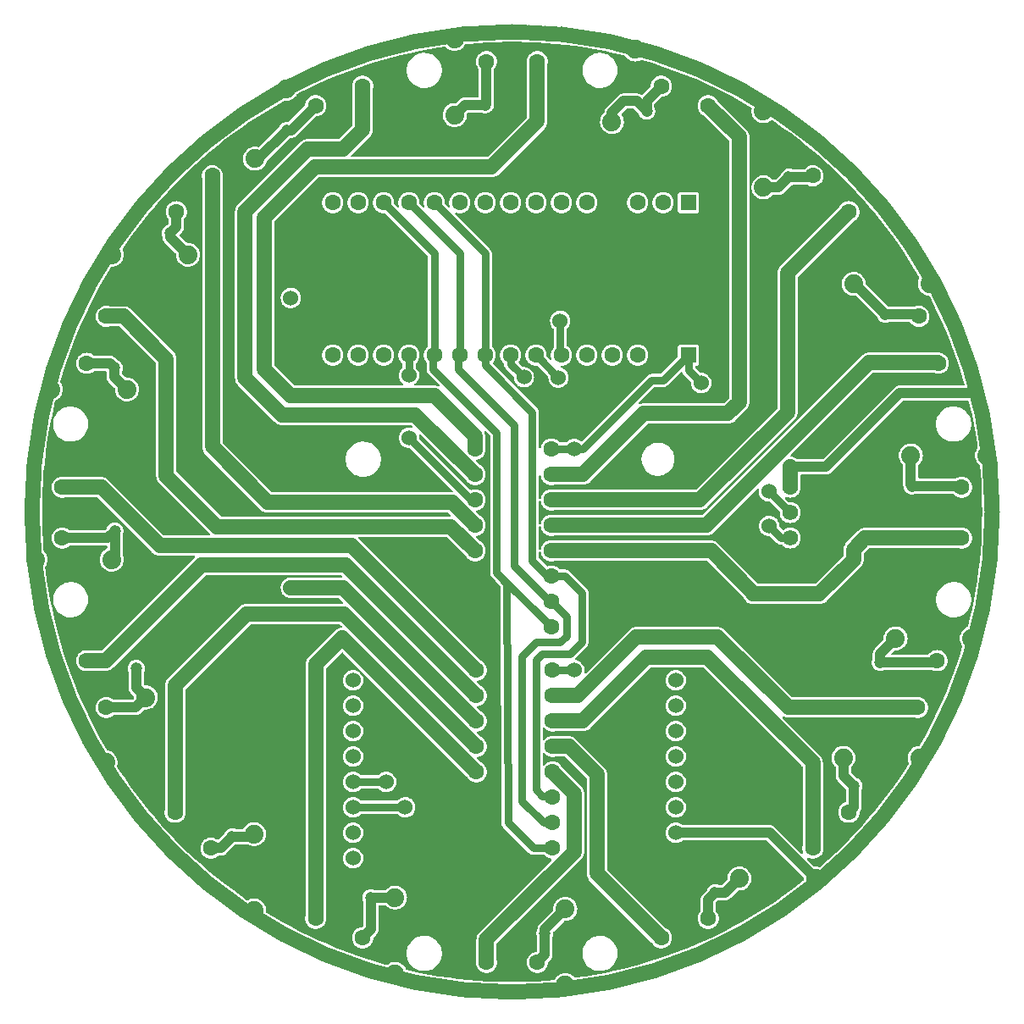
<source format=gtl>
G04 Layer: TopLayer*
G04 EasyEDA v6.5.39, 2025-06-10 14:50:35*
G04 eefc3f0089224e03be8a9c8d5fdaf5f0,953214928e7c43af8b9c7e5a0e4489c6,10*
G04 Gerber Generator version 0.2*
G04 Scale: 100 percent, Rotated: No, Reflected: No *
G04 Dimensions in millimeters *
G04 leading zeros omitted , absolute positions ,4 integer and 5 decimal *
%FSLAX45Y45*%
%MOMM*%

%ADD10C,1.0000*%
%ADD11C,1.5000*%
%ADD12C,0.8000*%
%ADD13C,1.5240*%
%ADD14R,1.5748X1.5748*%
%ADD15C,1.5748*%
%ADD16C,1.6000*%
%ADD17R,1.6000X1.6000*%
%ADD18C,1.1938*%
%ADD19C,1.8796*%
%ADD20C,0.0131*%

%LPD*%
G36*
X7825790Y1205585D02*
G01*
X7822488Y1205941D01*
X7810753Y1209294D01*
X7796174Y1211580D01*
X7781391Y1211986D01*
X7778140Y1211732D01*
X7773720Y1212291D01*
X7770012Y1214628D01*
X7701534Y1283106D01*
X7699298Y1286510D01*
X7698536Y1290523D01*
X7699451Y1294485D01*
X7701788Y1297787D01*
X7705242Y1299870D01*
X7709255Y1300480D01*
X7713218Y1299413D01*
X7717383Y1297381D01*
X7730490Y1292910D01*
X7744053Y1290218D01*
X7757871Y1289304D01*
X7771739Y1290218D01*
X7785303Y1292910D01*
X7798409Y1297381D01*
X7810855Y1303477D01*
X7822336Y1311198D01*
X7832750Y1320342D01*
X7841894Y1330756D01*
X7849616Y1342237D01*
X7855712Y1354683D01*
X7860182Y1367790D01*
X7862874Y1381353D01*
X7863789Y1395171D01*
X7862874Y1409039D01*
X7860182Y1422603D01*
X7859369Y1424940D01*
X7858810Y1428242D01*
X7858810Y2249322D01*
X7857947Y2262835D01*
X7855356Y2275789D01*
X7851140Y2288286D01*
X7845298Y2300122D01*
X7837982Y2311095D01*
X7829042Y2321255D01*
X7456982Y2693365D01*
X7454696Y2696718D01*
X7453985Y2700731D01*
X7454849Y2704693D01*
X7457236Y2707995D01*
X7460691Y2710078D01*
X7464704Y2710688D01*
X7468616Y2709621D01*
X7473188Y2707386D01*
X7485684Y2703169D01*
X7498638Y2700578D01*
X7512151Y2699715D01*
X8772448Y2699715D01*
X8775750Y2699156D01*
X8778087Y2698343D01*
X8791702Y2695651D01*
X8805519Y2694736D01*
X8819337Y2695651D01*
X8832900Y2698343D01*
X8846007Y2702814D01*
X8858453Y2708910D01*
X8869934Y2716631D01*
X8880348Y2725775D01*
X8889492Y2736189D01*
X8897213Y2747670D01*
X8903309Y2760116D01*
X8907780Y2773222D01*
X8910472Y2786837D01*
X8911386Y2800654D01*
X8910472Y2814472D01*
X8907780Y2828036D01*
X8903309Y2841142D01*
X8897213Y2853588D01*
X8889492Y2865069D01*
X8880348Y2875483D01*
X8869934Y2884627D01*
X8858453Y2892348D01*
X8846007Y2898444D01*
X8832900Y2902915D01*
X8819337Y2905607D01*
X8805519Y2906522D01*
X8791702Y2905607D01*
X8778087Y2902915D01*
X8775547Y2902051D01*
X8772296Y2901492D01*
X7557820Y2901492D01*
X7553909Y2902305D01*
X7550607Y2904490D01*
X6878777Y3576320D01*
X6868617Y3585260D01*
X6857644Y3592576D01*
X6845808Y3598418D01*
X6833311Y3602634D01*
X6820357Y3605225D01*
X6806844Y3606088D01*
X5994755Y3606088D01*
X5981242Y3605225D01*
X5968288Y3602634D01*
X5955792Y3598418D01*
X5943955Y3592576D01*
X5932982Y3585260D01*
X5922822Y3576320D01*
X5488330Y3141827D01*
X5484672Y3139490D01*
X5480456Y3138881D01*
X5476290Y3140049D01*
X5473039Y3142843D01*
X5471210Y3146704D01*
X5471160Y3151022D01*
X5473293Y3161385D01*
X5474208Y3175000D01*
X5473293Y3188614D01*
X5470550Y3201974D01*
X5466080Y3214878D01*
X5459933Y3227019D01*
X5452211Y3238246D01*
X5443067Y3248406D01*
X5432653Y3257194D01*
X5421172Y3264509D01*
X5408777Y3270250D01*
X5395772Y3274314D01*
X5385765Y3275990D01*
X5382158Y3277311D01*
X5379313Y3279901D01*
X5377637Y3283305D01*
X5377332Y3287115D01*
X5378450Y3290773D01*
X5380888Y3293770D01*
X5494629Y3407511D01*
X5501589Y3415690D01*
X5506974Y3424478D01*
X5510936Y3434029D01*
X5513374Y3444087D01*
X5514187Y3454806D01*
X5514187Y3949293D01*
X5513374Y3960012D01*
X5510936Y3970070D01*
X5506974Y3979621D01*
X5501589Y3988409D01*
X5494629Y3996588D01*
X5330088Y4161129D01*
X5321909Y4168089D01*
X5313121Y4173474D01*
X5303570Y4177436D01*
X5293512Y4179874D01*
X5282793Y4180687D01*
X5230825Y4180687D01*
X5226659Y4181601D01*
X5223205Y4184192D01*
X5218379Y4189679D01*
X5207965Y4198823D01*
X5196433Y4206494D01*
X5184038Y4212640D01*
X5170881Y4217060D01*
X5157317Y4219803D01*
X5143500Y4220667D01*
X5129682Y4219803D01*
X5116118Y4217060D01*
X5107330Y4214114D01*
X5103622Y4213555D01*
X5099964Y4214418D01*
X5096865Y4216552D01*
X5021884Y4291533D01*
X5019700Y4294835D01*
X5018887Y4298696D01*
X5018887Y4350410D01*
X5019802Y4354576D01*
X5022291Y4357979D01*
X5025999Y4360113D01*
X5030216Y4360519D01*
X5034229Y4359148D01*
X5037378Y4356303D01*
X5039055Y4352391D01*
X5041239Y4341418D01*
X5045659Y4328261D01*
X5051806Y4315866D01*
X5059476Y4304334D01*
X5068620Y4293920D01*
X5079034Y4284776D01*
X5090566Y4277106D01*
X5102961Y4270959D01*
X5116118Y4266539D01*
X5129682Y4263796D01*
X5143500Y4262932D01*
X5157317Y4263796D01*
X5170881Y4266539D01*
X5173370Y4267352D01*
X5176621Y4267911D01*
X6697675Y4267911D01*
X6701586Y4267098D01*
X6704888Y4264914D01*
X7066991Y3902811D01*
X7069581Y3898392D01*
X7075424Y3886555D01*
X7082739Y3875582D01*
X7091476Y3865676D01*
X7101382Y3856939D01*
X7112355Y3849624D01*
X7124192Y3843782D01*
X7136688Y3839565D01*
X7149642Y3836974D01*
X7163155Y3836111D01*
X7822844Y3836111D01*
X7836357Y3836974D01*
X7849311Y3839565D01*
X7861808Y3843782D01*
X7873644Y3849624D01*
X7884617Y3856939D01*
X7894777Y3865879D01*
X8237220Y4208322D01*
X8246160Y4218482D01*
X8253475Y4229455D01*
X8259318Y4241292D01*
X8263534Y4253788D01*
X8266125Y4266742D01*
X8266988Y4280255D01*
X8266988Y4335475D01*
X8267801Y4339386D01*
X8269986Y4342688D01*
X8319211Y4391914D01*
X8322513Y4394098D01*
X8326424Y4394911D01*
X9212478Y4394911D01*
X9215729Y4394352D01*
X9218218Y4393539D01*
X9231782Y4390796D01*
X9245600Y4389932D01*
X9259417Y4390796D01*
X9272981Y4393539D01*
X9286138Y4397959D01*
X9298533Y4404106D01*
X9310065Y4411776D01*
X9320479Y4420920D01*
X9329623Y4431334D01*
X9337294Y4442866D01*
X9343440Y4455261D01*
X9347860Y4468418D01*
X9350603Y4481982D01*
X9351467Y4495800D01*
X9350603Y4509617D01*
X9347860Y4523181D01*
X9343440Y4536338D01*
X9337294Y4548733D01*
X9329623Y4560265D01*
X9320479Y4570679D01*
X9310065Y4579823D01*
X9298533Y4587494D01*
X9286138Y4593640D01*
X9272981Y4598060D01*
X9259417Y4600803D01*
X9245600Y4601667D01*
X9231782Y4600803D01*
X9218218Y4598060D01*
X9215729Y4597247D01*
X9212478Y4596688D01*
X8280755Y4596688D01*
X8267242Y4595825D01*
X8254288Y4593234D01*
X8241792Y4589018D01*
X8229955Y4583176D01*
X8218982Y4575860D01*
X8208822Y4566920D01*
X8094980Y4453077D01*
X8086039Y4442917D01*
X8078724Y4431944D01*
X8072881Y4420108D01*
X8068665Y4407611D01*
X8066074Y4394657D01*
X8065211Y4381144D01*
X8065211Y4325924D01*
X8064398Y4322013D01*
X8062214Y4318711D01*
X7784388Y4040886D01*
X7781086Y4038701D01*
X7777175Y4037888D01*
X7221524Y4037888D01*
X7217613Y4038701D01*
X7214311Y4040886D01*
X6815277Y4439920D01*
X6805117Y4448860D01*
X6794144Y4456176D01*
X6782308Y4462018D01*
X6769811Y4466234D01*
X6756857Y4468825D01*
X6743344Y4469688D01*
X5176621Y4469688D01*
X5173370Y4470247D01*
X5170881Y4471060D01*
X5157317Y4473803D01*
X5143500Y4474667D01*
X5129682Y4473803D01*
X5116118Y4471060D01*
X5102961Y4466640D01*
X5090566Y4460494D01*
X5079034Y4452823D01*
X5068620Y4443679D01*
X5059476Y4433265D01*
X5051806Y4421733D01*
X5045659Y4409338D01*
X5041239Y4396181D01*
X5039055Y4385208D01*
X5037378Y4381296D01*
X5034229Y4378452D01*
X5030216Y4377080D01*
X5025999Y4377486D01*
X5022291Y4379620D01*
X5019802Y4383024D01*
X5018887Y4387189D01*
X5018887Y4604410D01*
X5019802Y4608576D01*
X5022291Y4611979D01*
X5025999Y4614113D01*
X5030216Y4614519D01*
X5034229Y4613148D01*
X5037378Y4610303D01*
X5039055Y4606391D01*
X5041239Y4595418D01*
X5045659Y4582261D01*
X5051806Y4569866D01*
X5059476Y4558334D01*
X5068620Y4547920D01*
X5079034Y4538776D01*
X5090566Y4531106D01*
X5102961Y4524959D01*
X5116118Y4520539D01*
X5129682Y4517796D01*
X5143500Y4516932D01*
X5157317Y4517796D01*
X5170881Y4520539D01*
X5173370Y4521352D01*
X5176621Y4521911D01*
X6692544Y4521911D01*
X6706057Y4522774D01*
X6719011Y4525365D01*
X6731508Y4529582D01*
X6743344Y4535424D01*
X6754317Y4542739D01*
X6764477Y4551680D01*
X7200696Y4987899D01*
X7204202Y4990185D01*
X7208316Y4990846D01*
X7212380Y4989779D01*
X7215682Y4987188D01*
X7217613Y4983530D01*
X7217918Y4979314D01*
X7216597Y4969256D01*
X7216597Y4955641D01*
X7218375Y4942128D01*
X7221981Y4928971D01*
X7227316Y4916424D01*
X7234275Y4904689D01*
X7242708Y4893970D01*
X7252512Y4884521D01*
X7263485Y4876393D01*
X7275474Y4869840D01*
X7288174Y4864963D01*
X7301484Y4861814D01*
X7315047Y4860442D01*
X7322464Y4860696D01*
X7326528Y4859985D01*
X7329982Y4857699D01*
X7423912Y4763770D01*
X7426248Y4760163D01*
X7426858Y4755946D01*
X7426452Y4749800D01*
X7427366Y4736134D01*
X7430058Y4722723D01*
X7434427Y4709769D01*
X7440472Y4697476D01*
X7448092Y4686096D01*
X7457135Y4675835D01*
X7467396Y4666792D01*
X7478775Y4659172D01*
X7491069Y4653127D01*
X7504023Y4648758D01*
X7517434Y4646066D01*
X7531100Y4645152D01*
X7544765Y4646066D01*
X7558176Y4648758D01*
X7571130Y4653127D01*
X7583424Y4659172D01*
X7594803Y4666792D01*
X7605064Y4675835D01*
X7614107Y4686096D01*
X7621727Y4697476D01*
X7627772Y4709769D01*
X7632141Y4722723D01*
X7634833Y4736134D01*
X7635748Y4749800D01*
X7634833Y4763465D01*
X7632141Y4776876D01*
X7627772Y4789830D01*
X7621727Y4802124D01*
X7614107Y4813503D01*
X7605064Y4823764D01*
X7594803Y4832807D01*
X7583424Y4840427D01*
X7571130Y4846472D01*
X7558176Y4850841D01*
X7544765Y4853533D01*
X7531100Y4854448D01*
X7524953Y4854041D01*
X7520736Y4854651D01*
X7517130Y4856988D01*
X7485380Y4888687D01*
X7482992Y4892497D01*
X7482484Y4897018D01*
X7483957Y4901234D01*
X7487107Y4904435D01*
X7491374Y4905959D01*
X7495844Y4905502D01*
X7504023Y4902758D01*
X7517434Y4900066D01*
X7531100Y4899152D01*
X7544765Y4900066D01*
X7558176Y4902758D01*
X7571130Y4907127D01*
X7583424Y4913172D01*
X7594803Y4920792D01*
X7605064Y4929835D01*
X7614107Y4940096D01*
X7621727Y4951476D01*
X7627772Y4963769D01*
X7632141Y4976723D01*
X7634833Y4990134D01*
X7635748Y5003800D01*
X7634833Y5017465D01*
X7632192Y5030673D01*
X7631988Y5032654D01*
X7631988Y5120944D01*
X7632801Y5124805D01*
X7634986Y5128107D01*
X7638288Y5130342D01*
X7642148Y5131104D01*
X7889341Y5131155D01*
X7898180Y5131968D01*
X7900619Y5132374D01*
X7909255Y5134508D01*
X7911592Y5135270D01*
X7919821Y5138674D01*
X7922006Y5139791D01*
X7929625Y5144414D01*
X7938465Y5151475D01*
X8651748Y5864707D01*
X8655050Y5866942D01*
X8658961Y5867704D01*
X9308947Y5867704D01*
X9313316Y5866688D01*
X9316821Y5863945D01*
X9318802Y5859932D01*
X9327997Y5822340D01*
X9349181Y5726887D01*
X9368383Y5631027D01*
X9385554Y5534812D01*
X9400743Y5438241D01*
X9405874Y5400700D01*
X9405670Y5396890D01*
X9404096Y5393436D01*
X9397695Y5384393D01*
X9390684Y5371388D01*
X9385350Y5357622D01*
X9381794Y5343347D01*
X9379966Y5328666D01*
X9379966Y5313934D01*
X9381794Y5299252D01*
X9385350Y5284978D01*
X9390684Y5271211D01*
X9397695Y5258206D01*
X9406229Y5246166D01*
X9416135Y5235244D01*
X9423654Y5228793D01*
X9426092Y5225745D01*
X9427159Y5222036D01*
X9434220Y5146903D01*
X9441332Y5049367D01*
X9446412Y4951730D01*
X9449460Y4854041D01*
X9450476Y4756251D01*
X9449460Y4658512D01*
X9446412Y4560773D01*
X9441332Y4463186D01*
X9434220Y4365650D01*
X9425076Y4268317D01*
X9413900Y4171187D01*
X9400743Y4074312D01*
X9385503Y3977741D01*
X9368332Y3881526D01*
X9349130Y3785666D01*
X9327946Y3690213D01*
X9308490Y3610610D01*
X9307220Y3607511D01*
X9304934Y3605072D01*
X9287256Y3596284D01*
X9274962Y3588156D01*
X9263735Y3578555D01*
X9253829Y3567633D01*
X9245295Y3555593D01*
X9238284Y3542588D01*
X9232950Y3528822D01*
X9229394Y3514547D01*
X9227566Y3499865D01*
X9227566Y3485134D01*
X9229394Y3470452D01*
X9232950Y3456178D01*
X9238284Y3442411D01*
X9245295Y3429406D01*
X9252204Y3419601D01*
X9253575Y3416909D01*
X9254083Y3413912D01*
X9253677Y3410915D01*
X9223451Y3313480D01*
X9192463Y3220770D01*
X9159595Y3128721D01*
X9124746Y3037332D01*
X9088069Y2946755D01*
X9049461Y2856890D01*
X9009024Y2767888D01*
X8966708Y2679750D01*
X8922613Y2592527D01*
X8876690Y2506218D01*
X8830564Y2423668D01*
X8828532Y2421077D01*
X8825788Y2419299D01*
X8822639Y2418486D01*
X8808110Y2417165D01*
X8793683Y2414016D01*
X8779764Y2409088D01*
X8766556Y2402484D01*
X8754262Y2394356D01*
X8743035Y2384755D01*
X8733129Y2373833D01*
X8724595Y2361793D01*
X8717584Y2348788D01*
X8712250Y2335022D01*
X8708694Y2320747D01*
X8706866Y2306066D01*
X8706866Y2291334D01*
X8708694Y2276652D01*
X8712250Y2262378D01*
X8719362Y2243937D01*
X8719261Y2240381D01*
X8717838Y2237028D01*
X8675370Y2171090D01*
X8620760Y2090013D01*
X8564422Y2010105D01*
X8506460Y1931365D01*
X8446871Y1853844D01*
X8385708Y1777593D01*
X8322970Y1702612D01*
X8258657Y1629003D01*
X8192820Y1556715D01*
X8125510Y1485798D01*
X8056727Y1416304D01*
X7986572Y1348282D01*
X7914944Y1281684D01*
X7841996Y1216660D01*
X7831886Y1208024D01*
X7829042Y1206296D01*
G37*

%LPC*%
G36*
X8117128Y1648510D02*
G01*
X8130946Y1649425D01*
X8144509Y1652117D01*
X8157616Y1656588D01*
X8170062Y1662684D01*
X8181543Y1670405D01*
X8191957Y1679549D01*
X8201101Y1689963D01*
X8208822Y1701444D01*
X8214918Y1713890D01*
X8219389Y1726996D01*
X8222081Y1740560D01*
X8222691Y1750060D01*
X8223351Y1753006D01*
X8224875Y1755648D01*
X8228838Y1760728D01*
X8233308Y1768093D01*
X8234425Y1770278D01*
X8237829Y1778507D01*
X8238591Y1780844D01*
X8240725Y1789480D01*
X8241131Y1791919D01*
X8241944Y1800758D01*
X8241995Y1977643D01*
X8242300Y1980133D01*
X8243925Y1983739D01*
X8248192Y1995170D01*
X8250783Y2007107D01*
X8251647Y2019300D01*
X8250783Y2031492D01*
X8248192Y2043430D01*
X8243925Y2054860D01*
X8238083Y2065578D01*
X8230768Y2075332D01*
X8222132Y2083968D01*
X8212378Y2091283D01*
X8201659Y2097125D01*
X8194090Y2099970D01*
X8190433Y2102307D01*
X8143392Y2149348D01*
X8141157Y2152650D01*
X8140395Y2156561D01*
X8140395Y2201367D01*
X8141208Y2205329D01*
X8143494Y2208631D01*
X8153095Y2217928D01*
X8162340Y2229459D01*
X8170113Y2242007D01*
X8176259Y2255418D01*
X8180730Y2269439D01*
X8183473Y2283968D01*
X8184388Y2298700D01*
X8183473Y2313432D01*
X8180730Y2327960D01*
X8176259Y2341981D01*
X8170113Y2355392D01*
X8162340Y2367940D01*
X8153095Y2379472D01*
X8142478Y2389733D01*
X8130692Y2398623D01*
X8117941Y2405989D01*
X8104327Y2411730D01*
X8090153Y2415794D01*
X8075574Y2418080D01*
X8060791Y2418486D01*
X8046110Y2417165D01*
X8031683Y2414016D01*
X8017764Y2409088D01*
X8004556Y2402484D01*
X7992262Y2394356D01*
X7981035Y2384755D01*
X7971129Y2373833D01*
X7962595Y2361793D01*
X7955584Y2348788D01*
X7950250Y2335022D01*
X7946694Y2320747D01*
X7944866Y2306066D01*
X7944866Y2291334D01*
X7946694Y2276652D01*
X7950250Y2262378D01*
X7955584Y2248611D01*
X7962595Y2235606D01*
X7971129Y2223566D01*
X7981035Y2212644D01*
X7985048Y2209241D01*
X7987639Y2205736D01*
X7988604Y2201519D01*
X7988655Y2118258D01*
X7989468Y2109419D01*
X7989874Y2106980D01*
X7992008Y2098344D01*
X7992770Y2096007D01*
X7996174Y2087778D01*
X7997291Y2085593D01*
X8001914Y2077974D01*
X8008975Y2069134D01*
X8083092Y1994966D01*
X8085429Y1991309D01*
X8088274Y1983739D01*
X8089900Y1980133D01*
X8090204Y1977643D01*
X8090204Y1864106D01*
X8089341Y1860042D01*
X8086902Y1856638D01*
X8083296Y1854504D01*
X8076590Y1852218D01*
X8064144Y1846122D01*
X8052663Y1838401D01*
X8042249Y1829257D01*
X8033105Y1818843D01*
X8025384Y1807362D01*
X8019288Y1794916D01*
X8014817Y1781810D01*
X8012125Y1768246D01*
X8011210Y1754428D01*
X8012125Y1740560D01*
X8014817Y1726996D01*
X8019288Y1713890D01*
X8025384Y1701444D01*
X8033105Y1689963D01*
X8042249Y1679549D01*
X8052663Y1670405D01*
X8064144Y1662684D01*
X8076590Y1656588D01*
X8089696Y1652117D01*
X8103260Y1649425D01*
G37*
G36*
X8999880Y3164078D02*
G01*
X9013698Y3164992D01*
X9027312Y3167684D01*
X9040418Y3172155D01*
X9052864Y3178251D01*
X9064345Y3185972D01*
X9074759Y3195116D01*
X9083903Y3205530D01*
X9091625Y3217011D01*
X9097721Y3229457D01*
X9102191Y3242564D01*
X9104884Y3256127D01*
X9105798Y3269945D01*
X9104884Y3283762D01*
X9102191Y3297377D01*
X9097721Y3310483D01*
X9091625Y3322929D01*
X9083903Y3334410D01*
X9074759Y3344824D01*
X9064345Y3353968D01*
X9052864Y3361690D01*
X9040418Y3367786D01*
X9027312Y3372256D01*
X9013698Y3374948D01*
X8999880Y3375863D01*
X8986062Y3374948D01*
X8972499Y3372256D01*
X8959392Y3367786D01*
X8946946Y3361690D01*
X8935466Y3353968D01*
X8925052Y3344824D01*
X8915908Y3334410D01*
X8914028Y3331616D01*
X8911742Y3329228D01*
X8908846Y3327654D01*
X8905595Y3327095D01*
X8551672Y3327095D01*
X8547811Y3327857D01*
X8544509Y3330092D01*
X8542324Y3333394D01*
X8541512Y3337255D01*
X8542324Y3341166D01*
X8544509Y3344468D01*
X8570112Y3370072D01*
X8573820Y3372408D01*
X8578240Y3372967D01*
X8581491Y3372662D01*
X8596274Y3373120D01*
X8610854Y3375406D01*
X8625027Y3379470D01*
X8638641Y3385210D01*
X8651392Y3392576D01*
X8663178Y3401466D01*
X8673795Y3411728D01*
X8683040Y3423259D01*
X8690813Y3435807D01*
X8696960Y3449218D01*
X8701430Y3463239D01*
X8704173Y3477768D01*
X8705088Y3492500D01*
X8704173Y3507232D01*
X8701430Y3521760D01*
X8696960Y3535781D01*
X8690813Y3549192D01*
X8683040Y3561740D01*
X8673795Y3573272D01*
X8663178Y3583533D01*
X8651392Y3592423D01*
X8638641Y3599789D01*
X8625027Y3605529D01*
X8610854Y3609594D01*
X8596274Y3611879D01*
X8581491Y3612286D01*
X8566810Y3610965D01*
X8552383Y3607815D01*
X8538464Y3602888D01*
X8525256Y3596284D01*
X8512962Y3588156D01*
X8501735Y3578555D01*
X8491829Y3567633D01*
X8483295Y3555593D01*
X8476284Y3542588D01*
X8470950Y3528822D01*
X8467394Y3514547D01*
X8465566Y3499865D01*
X8465566Y3484422D01*
X8464804Y3480562D01*
X8462568Y3477260D01*
X8377275Y3391865D01*
X8370214Y3383026D01*
X8365591Y3375406D01*
X8364474Y3373221D01*
X8361070Y3364992D01*
X8360308Y3362655D01*
X8358174Y3354019D01*
X8357768Y3351580D01*
X8356955Y3342741D01*
X8356904Y3292856D01*
X8356600Y3290366D01*
X8354974Y3286760D01*
X8350707Y3275329D01*
X8348116Y3263392D01*
X8347252Y3251200D01*
X8348116Y3239008D01*
X8350707Y3227070D01*
X8354974Y3215640D01*
X8360816Y3204921D01*
X8368131Y3195167D01*
X8376767Y3186531D01*
X8386521Y3179216D01*
X8397240Y3173374D01*
X8408670Y3169107D01*
X8420608Y3166516D01*
X8432800Y3165652D01*
X8444992Y3166516D01*
X8456930Y3169107D01*
X8468360Y3173374D01*
X8471966Y3175000D01*
X8474456Y3175304D01*
X8950604Y3175304D01*
X8955125Y3174238D01*
X8959392Y3172155D01*
X8972499Y3167684D01*
X8986062Y3164992D01*
G37*
G36*
X9169450Y3702710D02*
G01*
X9187535Y3704082D01*
X9205315Y3707333D01*
X9222740Y3712413D01*
X9239504Y3719220D01*
X9255455Y3727754D01*
X9270492Y3737864D01*
X9284411Y3749446D01*
X9297060Y3762400D01*
X9308287Y3776624D01*
X9317990Y3791915D01*
X9326118Y3808069D01*
X9332468Y3825036D01*
X9337090Y3842562D01*
X9339884Y3860444D01*
X9340799Y3878529D01*
X9339884Y3896614D01*
X9337090Y3914495D01*
X9332468Y3932021D01*
X9326118Y3948988D01*
X9317990Y3965143D01*
X9308287Y3980434D01*
X9297060Y3994658D01*
X9284411Y4007612D01*
X9270492Y4019194D01*
X9255455Y4029303D01*
X9239504Y4037837D01*
X9222740Y4044645D01*
X9205315Y4049725D01*
X9187535Y4052976D01*
X9169450Y4054348D01*
X9151366Y4053890D01*
X9133382Y4051554D01*
X9115755Y4047439D01*
X9098686Y4041444D01*
X9082278Y4033774D01*
X9066733Y4024477D01*
X9052255Y4013606D01*
X9038945Y4001312D01*
X9027007Y3987698D01*
X9016492Y3972915D01*
X9007602Y3957167D01*
X9000337Y3940556D01*
X8994851Y3923334D01*
X8991142Y3905605D01*
X8989263Y3887571D01*
X8989263Y3869486D01*
X8991142Y3851452D01*
X8994851Y3833723D01*
X9000337Y3816502D01*
X9007602Y3799890D01*
X9016492Y3784142D01*
X9027007Y3769360D01*
X9038945Y3755745D01*
X9052255Y3743451D01*
X9066733Y3732580D01*
X9082278Y3723284D01*
X9098686Y3715613D01*
X9115755Y3709619D01*
X9133382Y3705504D01*
X9151366Y3703167D01*
G37*
G36*
X7531100Y4391152D02*
G01*
X7544765Y4392066D01*
X7558176Y4394758D01*
X7571130Y4399127D01*
X7583424Y4405172D01*
X7594803Y4412792D01*
X7605064Y4421835D01*
X7614107Y4432096D01*
X7621727Y4443476D01*
X7627772Y4455769D01*
X7632141Y4468723D01*
X7634833Y4482134D01*
X7635748Y4495800D01*
X7634833Y4509465D01*
X7632141Y4522876D01*
X7627772Y4535830D01*
X7621727Y4548124D01*
X7614107Y4559503D01*
X7605064Y4569764D01*
X7594803Y4578807D01*
X7583424Y4586427D01*
X7571130Y4592472D01*
X7558176Y4596841D01*
X7544765Y4599533D01*
X7531100Y4600448D01*
X7517434Y4599533D01*
X7504023Y4596841D01*
X7491069Y4592472D01*
X7478775Y4586427D01*
X7463281Y4576165D01*
X7459522Y4575556D01*
X7455814Y4576368D01*
X7452664Y4578502D01*
X7425588Y4605629D01*
X7423251Y4609236D01*
X7422591Y4613503D01*
X7422845Y4617212D01*
X7421930Y4630826D01*
X7419238Y4644186D01*
X7414768Y4657090D01*
X7408621Y4669231D01*
X7400899Y4680508D01*
X7391755Y4690618D01*
X7381341Y4699406D01*
X7369860Y4706721D01*
X7357465Y4712462D01*
X7344460Y4716526D01*
X7330998Y4718812D01*
X7317384Y4719269D01*
X7303820Y4717897D01*
X7290511Y4714748D01*
X7277811Y4709820D01*
X7265822Y4703267D01*
X7254849Y4695190D01*
X7245045Y4685690D01*
X7236612Y4674971D01*
X7229652Y4663287D01*
X7224318Y4650689D01*
X7220762Y4637532D01*
X7218934Y4624019D01*
X7218934Y4610404D01*
X7220762Y4596892D01*
X7224318Y4583734D01*
X7229652Y4571187D01*
X7236612Y4559452D01*
X7245045Y4548733D01*
X7254849Y4539284D01*
X7265822Y4531156D01*
X7277811Y4524603D01*
X7290511Y4519726D01*
X7303820Y4516577D01*
X7317384Y4515205D01*
X7324801Y4515459D01*
X7328865Y4514748D01*
X7332319Y4512462D01*
X7395311Y4449470D01*
X7403490Y4442510D01*
X7412278Y4437126D01*
X7421829Y4433163D01*
X7431887Y4430725D01*
X7442606Y4429912D01*
X7445451Y4429912D01*
X7449616Y4428998D01*
X7453071Y4426407D01*
X7457135Y4421835D01*
X7467396Y4412792D01*
X7478775Y4405172D01*
X7491069Y4399127D01*
X7504023Y4394758D01*
X7517434Y4392066D01*
G37*
G36*
X9245600Y4897932D02*
G01*
X9259417Y4898796D01*
X9272981Y4901539D01*
X9286138Y4905959D01*
X9298533Y4912106D01*
X9310065Y4919776D01*
X9320479Y4928920D01*
X9329623Y4939334D01*
X9337294Y4950866D01*
X9343440Y4963261D01*
X9347860Y4976418D01*
X9350603Y4989982D01*
X9351467Y5003800D01*
X9350603Y5017617D01*
X9347860Y5031181D01*
X9343440Y5044338D01*
X9337294Y5056733D01*
X9329623Y5068265D01*
X9320479Y5078679D01*
X9310065Y5087823D01*
X9298533Y5095494D01*
X9286138Y5101640D01*
X9272981Y5106060D01*
X9259417Y5108803D01*
X9245600Y5109667D01*
X9231782Y5108803D01*
X9218218Y5106060D01*
X9205061Y5101640D01*
X9192666Y5095494D01*
X9187891Y5092852D01*
X9184944Y5092395D01*
X8823655Y5092395D01*
X8819794Y5093157D01*
X8816492Y5095392D01*
X8814257Y5098694D01*
X8813495Y5102555D01*
X8813495Y5223967D01*
X8814308Y5227929D01*
X8816594Y5231231D01*
X8826195Y5240528D01*
X8835440Y5252059D01*
X8843213Y5264607D01*
X8849360Y5278018D01*
X8853830Y5292039D01*
X8856573Y5306568D01*
X8857488Y5321300D01*
X8856573Y5336032D01*
X8853830Y5350560D01*
X8849360Y5364581D01*
X8843213Y5377992D01*
X8835440Y5390540D01*
X8826195Y5402072D01*
X8815578Y5412333D01*
X8803792Y5421223D01*
X8791041Y5428589D01*
X8777427Y5434330D01*
X8763254Y5438394D01*
X8748674Y5440680D01*
X8733891Y5441086D01*
X8719210Y5439765D01*
X8704783Y5436616D01*
X8690864Y5431688D01*
X8677656Y5425084D01*
X8665362Y5416956D01*
X8654135Y5407355D01*
X8644229Y5396433D01*
X8635695Y5384393D01*
X8628684Y5371388D01*
X8623350Y5357622D01*
X8619794Y5343347D01*
X8617966Y5328666D01*
X8617966Y5313934D01*
X8619794Y5299252D01*
X8623350Y5284978D01*
X8628684Y5271211D01*
X8635695Y5258206D01*
X8644229Y5246166D01*
X8654135Y5235244D01*
X8658148Y5231841D01*
X8660739Y5228336D01*
X8661704Y5224119D01*
X8661755Y5026558D01*
X8662568Y5017922D01*
X8668207Y4992420D01*
X8672474Y4980940D01*
X8678316Y4970221D01*
X8685631Y4960467D01*
X8694267Y4951831D01*
X8704021Y4944516D01*
X8714740Y4938674D01*
X8726170Y4934407D01*
X8738108Y4931816D01*
X8750300Y4930952D01*
X8762492Y4931816D01*
X8774430Y4934407D01*
X8785860Y4938674D01*
X8789466Y4940300D01*
X8791956Y4940604D01*
X9155887Y4940604D01*
X9160103Y4939690D01*
X9163558Y4937150D01*
X9170720Y4928920D01*
X9181134Y4919776D01*
X9192666Y4912106D01*
X9205061Y4905959D01*
X9218218Y4901539D01*
X9231782Y4898796D01*
G37*
G36*
X9169450Y5458510D02*
G01*
X9187535Y5459882D01*
X9205315Y5463133D01*
X9222740Y5468213D01*
X9239504Y5475020D01*
X9255455Y5483555D01*
X9270492Y5493664D01*
X9284411Y5505246D01*
X9297060Y5518200D01*
X9308287Y5532424D01*
X9317990Y5547715D01*
X9326118Y5563870D01*
X9332468Y5580837D01*
X9337090Y5598363D01*
X9339884Y5616244D01*
X9340799Y5634329D01*
X9339884Y5652414D01*
X9337090Y5670296D01*
X9332468Y5687822D01*
X9326118Y5704789D01*
X9317990Y5720943D01*
X9308287Y5736234D01*
X9297060Y5750458D01*
X9284411Y5763412D01*
X9270492Y5774994D01*
X9255455Y5785104D01*
X9239504Y5793638D01*
X9222740Y5800445D01*
X9205315Y5805525D01*
X9187535Y5808776D01*
X9169450Y5810148D01*
X9151366Y5809691D01*
X9133382Y5807354D01*
X9115755Y5803239D01*
X9098686Y5797245D01*
X9082278Y5789574D01*
X9066733Y5780278D01*
X9052255Y5769406D01*
X9038945Y5757113D01*
X9027007Y5743498D01*
X9016492Y5728716D01*
X9007602Y5712968D01*
X9000337Y5696356D01*
X8994851Y5679135D01*
X8991142Y5661406D01*
X8989263Y5643372D01*
X8989263Y5625287D01*
X8991142Y5607253D01*
X8994851Y5589524D01*
X9000337Y5572302D01*
X9007602Y5555691D01*
X9016492Y5539943D01*
X9027007Y5525160D01*
X9038945Y5511546D01*
X9052255Y5499252D01*
X9066733Y5488381D01*
X9082278Y5479084D01*
X9098686Y5471414D01*
X9115755Y5465419D01*
X9133382Y5461304D01*
X9151366Y5458968D01*
G37*

%LPD*%
G36*
X4702403Y57556D02*
G01*
X4604664Y59588D01*
X4506976Y63652D01*
X4409440Y69748D01*
X4312005Y77876D01*
X4214774Y88036D01*
X4117746Y100228D01*
X4021023Y114401D01*
X3924604Y130606D01*
X3828542Y148793D01*
X3732885Y169011D01*
X3700221Y176631D01*
X3697122Y177901D01*
X3694582Y180187D01*
X3692956Y183134D01*
X3691788Y186436D01*
X3685184Y199644D01*
X3677056Y211937D01*
X3667455Y223164D01*
X3656533Y233070D01*
X3644493Y241604D01*
X3631488Y248615D01*
X3617722Y253949D01*
X3603447Y257505D01*
X3588765Y259334D01*
X3574034Y259334D01*
X3559352Y257505D01*
X3545078Y253949D01*
X3531311Y248615D01*
X3518306Y241604D01*
X3506266Y233070D01*
X3504031Y231089D01*
X3501186Y229209D01*
X3497834Y228447D01*
X3494481Y228803D01*
X3448761Y241452D01*
X3355086Y269544D01*
X3262071Y299567D01*
X3169666Y331520D01*
X3077972Y365353D01*
X2986989Y401116D01*
X2896768Y438759D01*
X2807309Y478282D01*
X2718765Y519684D01*
X2631033Y562864D01*
X2544267Y607872D01*
X2458415Y654710D01*
X2373579Y703275D01*
X2295398Y750265D01*
X2292451Y752957D01*
X2290775Y756564D01*
X2290572Y760526D01*
X2291080Y763625D01*
X2291486Y778408D01*
X2290165Y793089D01*
X2287016Y807516D01*
X2282088Y821436D01*
X2275484Y834644D01*
X2267356Y846937D01*
X2257755Y858164D01*
X2246833Y868070D01*
X2234793Y876604D01*
X2221788Y883615D01*
X2208022Y888949D01*
X2193747Y892505D01*
X2179066Y894334D01*
X2164334Y894334D01*
X2149652Y892505D01*
X2135378Y888949D01*
X2121611Y883615D01*
X2109571Y877112D01*
X2106066Y875995D01*
X2102358Y876198D01*
X2099005Y877722D01*
X2044903Y914958D01*
X1965604Y972108D01*
X1887474Y1030884D01*
X1810562Y1091285D01*
X1734972Y1153261D01*
X1660652Y1216761D01*
X1587703Y1281836D01*
X1516075Y1348435D01*
X1445920Y1416456D01*
X1377137Y1485950D01*
X1309827Y1556867D01*
X1243990Y1629156D01*
X1179728Y1702816D01*
X1116939Y1777746D01*
X1055776Y1853996D01*
X996187Y1931517D01*
X938225Y2010257D01*
X881938Y2090166D01*
X827328Y2171242D01*
X802284Y2210054D01*
X801065Y2212898D01*
X800709Y2215946D01*
X801268Y2218994D01*
X802233Y2221738D01*
X805484Y2236114D01*
X806907Y2250795D01*
X806500Y2265578D01*
X804316Y2280158D01*
X800303Y2294382D01*
X794613Y2307996D01*
X787298Y2320798D01*
X778459Y2332583D01*
X768197Y2343251D01*
X756767Y2352548D01*
X744220Y2360371D01*
X730859Y2366568D01*
X716838Y2371140D01*
X705764Y2373223D01*
X701802Y2374900D01*
X698906Y2378049D01*
X673709Y2421077D01*
X626008Y2506370D01*
X580085Y2592679D01*
X535990Y2679954D01*
X493674Y2768092D01*
X453237Y2857093D01*
X414680Y2946908D01*
X377952Y3037535D01*
X343154Y3128873D01*
X310235Y3220974D01*
X279247Y3313684D01*
X250240Y3407054D01*
X223113Y3500983D01*
X197967Y3595420D01*
X174802Y3690416D01*
X153619Y3785870D01*
X134416Y3881729D01*
X117246Y3977944D01*
X102057Y4074515D01*
X88849Y4171391D01*
X84886Y4206189D01*
X85140Y4209846D01*
X86664Y4213199D01*
X89204Y4216806D01*
X96215Y4229811D01*
X101549Y4243578D01*
X105105Y4257852D01*
X106933Y4272534D01*
X106933Y4287266D01*
X105105Y4301947D01*
X101549Y4316222D01*
X96215Y4329988D01*
X89204Y4342993D01*
X80670Y4355033D01*
X70764Y4365955D01*
X68935Y4368800D01*
X68122Y4372051D01*
X61467Y4463389D01*
X56388Y4561027D01*
X53340Y4658715D01*
X52324Y4756505D01*
X53340Y4854244D01*
X56388Y4951984D01*
X61467Y5049570D01*
X68580Y5147106D01*
X77724Y5244439D01*
X88900Y5341569D01*
X102057Y5438444D01*
X117297Y5535015D01*
X134467Y5631230D01*
X153670Y5727090D01*
X174853Y5822543D01*
X185674Y5866942D01*
X187604Y5870854D01*
X191008Y5873597D01*
X199644Y5877915D01*
X211937Y5886043D01*
X223164Y5895644D01*
X233070Y5906566D01*
X241604Y5918606D01*
X248615Y5931611D01*
X253949Y5945378D01*
X257505Y5959652D01*
X259334Y5974334D01*
X259334Y5989066D01*
X257505Y6003747D01*
X253949Y6018022D01*
X248615Y6031788D01*
X241604Y6044793D01*
X238048Y6049822D01*
X236728Y6052515D01*
X236220Y6055512D01*
X236575Y6058509D01*
X250291Y6105906D01*
X279349Y6199276D01*
X310337Y6291986D01*
X343204Y6384036D01*
X378053Y6475425D01*
X414731Y6566001D01*
X453339Y6655866D01*
X493776Y6744868D01*
X536092Y6833006D01*
X580186Y6920230D01*
X626110Y7006539D01*
X673811Y7091883D01*
X723290Y7176211D01*
X740003Y7203389D01*
X742340Y7206030D01*
X745439Y7207707D01*
X748944Y7208215D01*
X753008Y7208062D01*
X767689Y7209434D01*
X782116Y7212584D01*
X796036Y7217511D01*
X809244Y7224115D01*
X821537Y7232243D01*
X832764Y7241844D01*
X842670Y7252766D01*
X851204Y7264806D01*
X858215Y7277811D01*
X863549Y7291578D01*
X867105Y7305852D01*
X868934Y7320534D01*
X868934Y7335266D01*
X867105Y7349947D01*
X863549Y7364222D01*
X857808Y7378903D01*
X857097Y7382103D01*
X857453Y7385303D01*
X858824Y7388301D01*
X882040Y7422743D01*
X938377Y7502652D01*
X996340Y7581392D01*
X1055928Y7658912D01*
X1117092Y7735163D01*
X1179830Y7810144D01*
X1244142Y7883753D01*
X1309979Y7956042D01*
X1377289Y8026958D01*
X1446072Y8096453D01*
X1516227Y8164474D01*
X1587855Y8231073D01*
X1660804Y8296097D01*
X1735124Y8359648D01*
X1810766Y8421624D01*
X1887626Y8481974D01*
X1965756Y8540750D01*
X2045106Y8597900D01*
X2125573Y8653373D01*
X2207260Y8707170D01*
X2289962Y8759240D01*
X2373782Y8809583D01*
X2458618Y8858148D01*
X2469743Y8864193D01*
X2472944Y8865311D01*
X2493264Y8864193D01*
X2507945Y8865311D01*
X2522423Y8868206D01*
X2536444Y8872829D01*
X2549753Y8879179D01*
X2562199Y8887104D01*
X2573629Y8896502D01*
X2583738Y8907221D01*
X2592476Y8919108D01*
X2599537Y8931656D01*
X2601366Y8933992D01*
X2603754Y8935720D01*
X2631236Y8949994D01*
X2718917Y8993174D01*
X2807512Y9034526D01*
X2896920Y9074048D01*
X2987141Y9111691D01*
X3078175Y9147454D01*
X3169869Y9181338D01*
X3262274Y9213240D01*
X3355289Y9243263D01*
X3448964Y9271355D01*
X3543147Y9297466D01*
X3637889Y9321647D01*
X3733088Y9343796D01*
X3828745Y9364014D01*
X3924808Y9382201D01*
X4021226Y9398406D01*
X4082643Y9407398D01*
X4086047Y9407296D01*
X4089196Y9406128D01*
X4103166Y9393529D01*
X4115206Y9384995D01*
X4128211Y9377984D01*
X4141978Y9372650D01*
X4156252Y9369094D01*
X4170934Y9367266D01*
X4185665Y9367266D01*
X4200347Y9369094D01*
X4214622Y9372650D01*
X4228388Y9377984D01*
X4241393Y9384995D01*
X4253433Y9393529D01*
X4264355Y9403435D01*
X4273956Y9414662D01*
X4284116Y9429750D01*
X4286910Y9431680D01*
X4290161Y9432594D01*
X4312208Y9434880D01*
X4409643Y9443008D01*
X4507179Y9449104D01*
X4604867Y9453168D01*
X4702606Y9455200D01*
X4800396Y9455200D01*
X4898136Y9453168D01*
X4995824Y9449104D01*
X5093360Y9443008D01*
X5190794Y9434880D01*
X5288026Y9424720D01*
X5385054Y9412528D01*
X5481777Y9398355D01*
X5578195Y9382150D01*
X5674258Y9363964D01*
X5769914Y9343745D01*
X5865164Y9321546D01*
X5878830Y9318040D01*
X5881979Y9316618D01*
X5884418Y9314281D01*
X5893612Y9301937D01*
X5903823Y9291269D01*
X5915253Y9281922D01*
X5927801Y9274098D01*
X5941161Y9267850D01*
X5955182Y9263278D01*
X5969660Y9260484D01*
X5984392Y9259468D01*
X5999124Y9260281D01*
X6013653Y9262922D01*
X6027724Y9267291D01*
X6039866Y9272778D01*
X6043269Y9273641D01*
X6046724Y9273336D01*
X6054039Y9271304D01*
X6147714Y9243212D01*
X6240729Y9213189D01*
X6333134Y9181236D01*
X6424828Y9147403D01*
X6515811Y9111640D01*
X6606031Y9073997D01*
X6695490Y9034475D01*
X6784035Y8993073D01*
X6871766Y8949893D01*
X6958533Y8904884D01*
X7044385Y8858046D01*
X7129221Y8809482D01*
X7143038Y8801150D01*
X7146239Y8798102D01*
X7147864Y8794038D01*
X7147306Y8788654D01*
X7145020Y8774074D01*
X7144613Y8759291D01*
X7145934Y8744610D01*
X7149084Y8730183D01*
X7154011Y8716264D01*
X7160615Y8703056D01*
X7168743Y8690762D01*
X7178344Y8679535D01*
X7189266Y8669629D01*
X7201306Y8661095D01*
X7214311Y8654084D01*
X7228078Y8648750D01*
X7242352Y8645194D01*
X7257034Y8643366D01*
X7271766Y8643366D01*
X7286447Y8645194D01*
X7300722Y8648750D01*
X7314488Y8654084D01*
X7327493Y8661095D01*
X7340142Y8670036D01*
X7343800Y8671661D01*
X7347864Y8671763D01*
X7351572Y8670239D01*
X7377379Y8653272D01*
X7457897Y8597798D01*
X7537196Y8540648D01*
X7615326Y8481872D01*
X7692237Y8421471D01*
X7767828Y8359495D01*
X7842148Y8295995D01*
X7915097Y8230920D01*
X7986725Y8164322D01*
X8056880Y8096300D01*
X8125663Y8026806D01*
X8192973Y7955889D01*
X8258809Y7883601D01*
X8323072Y7809941D01*
X8385860Y7735011D01*
X8447024Y7658760D01*
X8506612Y7581239D01*
X8564575Y7502499D01*
X8620861Y7422591D01*
X8675471Y7341514D01*
X8728405Y7259320D01*
X8779611Y7176008D01*
X8822690Y7102652D01*
X8823909Y7099452D01*
X8823960Y7095998D01*
X8822842Y7092696D01*
X8819184Y7085888D01*
X8813850Y7072122D01*
X8810294Y7057847D01*
X8808466Y7043166D01*
X8808466Y7028434D01*
X8810294Y7013752D01*
X8813850Y6999478D01*
X8819184Y6985711D01*
X8826195Y6972706D01*
X8834729Y6960666D01*
X8844635Y6949744D01*
X8855862Y6940143D01*
X8868156Y6932015D01*
X8881364Y6925411D01*
X8895283Y6920484D01*
X8909710Y6917334D01*
X8919210Y6916470D01*
X8922461Y6915607D01*
X8925306Y6913676D01*
X8927338Y6910933D01*
X8966809Y6832803D01*
X9009126Y6744665D01*
X9049562Y6655663D01*
X9088120Y6565849D01*
X9124848Y6475222D01*
X9159646Y6383883D01*
X9192564Y6291783D01*
X9223552Y6199073D01*
X9252559Y6105702D01*
X9273692Y6032500D01*
X9274048Y6028740D01*
X9273032Y6025134D01*
X9270796Y6022187D01*
X9267647Y6020206D01*
X9263938Y6019495D01*
X8620658Y6019444D01*
X8611819Y6018631D01*
X8609380Y6018225D01*
X8600744Y6016091D01*
X8598408Y6015329D01*
X8590178Y6011926D01*
X8587994Y6010808D01*
X8580374Y6006185D01*
X8571534Y5999124D01*
X7858252Y5285892D01*
X7854950Y5283657D01*
X7851038Y5282895D01*
X7602778Y5282895D01*
X7599324Y5283504D01*
X7596225Y5285333D01*
X7591653Y5289194D01*
X7580172Y5296509D01*
X7567777Y5302250D01*
X7554772Y5306314D01*
X7543698Y5308193D01*
X7539583Y5309819D01*
X7536586Y5313070D01*
X7535265Y5317286D01*
X7535824Y5321655D01*
X7538161Y5325364D01*
X8357311Y6144514D01*
X8360613Y6146698D01*
X8364524Y6147511D01*
X8963660Y6147511D01*
X8968130Y6146444D01*
X8972092Y6144514D01*
X8985199Y6140043D01*
X8998762Y6137351D01*
X9012580Y6136436D01*
X9026398Y6137351D01*
X9040012Y6140043D01*
X9053118Y6144514D01*
X9065564Y6150610D01*
X9077045Y6158331D01*
X9087459Y6167475D01*
X9096603Y6177889D01*
X9104325Y6189370D01*
X9110421Y6201816D01*
X9114891Y6214922D01*
X9117584Y6228537D01*
X9118498Y6242354D01*
X9117584Y6256172D01*
X9114891Y6269736D01*
X9110421Y6282842D01*
X9104325Y6295288D01*
X9096603Y6306769D01*
X9087459Y6317183D01*
X9077045Y6326327D01*
X9065564Y6334048D01*
X9053118Y6340144D01*
X9040012Y6344615D01*
X9019895Y6348425D01*
X9006230Y6349288D01*
X8318855Y6349288D01*
X8305342Y6348425D01*
X8292388Y6345834D01*
X8279892Y6341618D01*
X8268055Y6335776D01*
X8257082Y6328460D01*
X8246922Y6319520D01*
X6654088Y4726686D01*
X6650786Y4724501D01*
X6646875Y4723688D01*
X5176621Y4723688D01*
X5173370Y4724247D01*
X5170881Y4725060D01*
X5157317Y4727803D01*
X5143500Y4728667D01*
X5129682Y4727803D01*
X5116118Y4725060D01*
X5102961Y4720640D01*
X5090566Y4714494D01*
X5079034Y4706823D01*
X5068620Y4697679D01*
X5059476Y4687265D01*
X5051806Y4675733D01*
X5045659Y4663338D01*
X5041239Y4650181D01*
X5039055Y4639208D01*
X5037378Y4635296D01*
X5034229Y4632452D01*
X5030216Y4631080D01*
X5025999Y4631486D01*
X5022291Y4633620D01*
X5019802Y4637024D01*
X5018887Y4641189D01*
X5018887Y4858410D01*
X5019802Y4862576D01*
X5022291Y4865979D01*
X5025999Y4868113D01*
X5030216Y4868519D01*
X5034229Y4867148D01*
X5037378Y4864303D01*
X5039055Y4860391D01*
X5041239Y4849418D01*
X5045659Y4836261D01*
X5051806Y4823866D01*
X5059476Y4812334D01*
X5068620Y4801920D01*
X5079034Y4792776D01*
X5090566Y4785106D01*
X5102961Y4778959D01*
X5116118Y4774539D01*
X5129682Y4771796D01*
X5143500Y4770932D01*
X5157317Y4771796D01*
X5170881Y4774539D01*
X5173370Y4775352D01*
X5176621Y4775911D01*
X6629044Y4775911D01*
X6642557Y4776774D01*
X6655511Y4779365D01*
X6668008Y4783582D01*
X6679844Y4789424D01*
X6690817Y4796739D01*
X6700977Y4805680D01*
X7576820Y5681522D01*
X7585760Y5691682D01*
X7593075Y5702655D01*
X7598918Y5714492D01*
X7603134Y5726988D01*
X7605725Y5739942D01*
X7606588Y5753455D01*
X7606588Y7100519D01*
X7607401Y7104430D01*
X7609586Y7107732D01*
X8164931Y7663078D01*
X8167624Y7665008D01*
X8170062Y7666177D01*
X8181543Y7673898D01*
X8191957Y7683042D01*
X8201101Y7693456D01*
X8208822Y7704937D01*
X8214918Y7717383D01*
X8219389Y7730490D01*
X8222081Y7744053D01*
X8222996Y7757871D01*
X8222081Y7771739D01*
X8219389Y7785303D01*
X8214918Y7798409D01*
X8208822Y7810855D01*
X8201101Y7822336D01*
X8191957Y7832750D01*
X8181543Y7841894D01*
X8170062Y7849616D01*
X8157616Y7855712D01*
X8144509Y7860182D01*
X8130946Y7862874D01*
X8117128Y7863789D01*
X8103260Y7862874D01*
X8089696Y7860182D01*
X8076590Y7855712D01*
X8064144Y7849616D01*
X8052663Y7841894D01*
X8042249Y7832750D01*
X8033105Y7822336D01*
X8025384Y7810855D01*
X8024317Y7808620D01*
X8022386Y7805928D01*
X7434580Y7218121D01*
X7425639Y7207961D01*
X7418324Y7196988D01*
X7412481Y7185152D01*
X7408265Y7172655D01*
X7405674Y7159701D01*
X7404811Y7146188D01*
X7404811Y5799124D01*
X7403998Y5795213D01*
X7401814Y5791911D01*
X6590588Y4980686D01*
X6587286Y4978501D01*
X6583375Y4977688D01*
X5176621Y4977688D01*
X5173370Y4978247D01*
X5170881Y4979060D01*
X5157317Y4981803D01*
X5143500Y4982667D01*
X5129682Y4981803D01*
X5116118Y4979060D01*
X5102961Y4974640D01*
X5090566Y4968494D01*
X5079034Y4960823D01*
X5068620Y4951679D01*
X5059476Y4941265D01*
X5051806Y4929733D01*
X5045659Y4917338D01*
X5041239Y4904181D01*
X5039055Y4893208D01*
X5037378Y4889296D01*
X5034229Y4886452D01*
X5030216Y4885080D01*
X5025999Y4885486D01*
X5022291Y4887620D01*
X5019802Y4891024D01*
X5018887Y4895189D01*
X5018887Y5112410D01*
X5019802Y5116576D01*
X5022291Y5119979D01*
X5025999Y5122113D01*
X5030216Y5122519D01*
X5034229Y5121148D01*
X5037378Y5118303D01*
X5039055Y5114391D01*
X5041239Y5103418D01*
X5045659Y5090261D01*
X5051806Y5077866D01*
X5059476Y5066334D01*
X5068620Y5055920D01*
X5079034Y5046776D01*
X5090566Y5039106D01*
X5102961Y5032959D01*
X5116118Y5028539D01*
X5129682Y5025796D01*
X5143500Y5024932D01*
X5157317Y5025796D01*
X5170881Y5028539D01*
X5173370Y5029352D01*
X5176621Y5029911D01*
X5460644Y5029911D01*
X5474157Y5030774D01*
X5487111Y5033365D01*
X5499608Y5037582D01*
X5511444Y5043424D01*
X5522417Y5050739D01*
X5532577Y5059680D01*
X6109411Y5636514D01*
X6112713Y5638698D01*
X6116624Y5639511D01*
X6908444Y5639511D01*
X6921957Y5640374D01*
X6934911Y5642965D01*
X6947408Y5647182D01*
X6959244Y5653024D01*
X6970217Y5660339D01*
X6980377Y5669280D01*
X7094220Y5783122D01*
X7103160Y5793282D01*
X7110475Y5804255D01*
X7116318Y5816092D01*
X7120534Y5828588D01*
X7123125Y5841542D01*
X7123988Y5855055D01*
X7123988Y8506358D01*
X7123125Y8519871D01*
X7120534Y8532825D01*
X7116318Y8545322D01*
X7110475Y8557158D01*
X7103160Y8568131D01*
X7094220Y8578291D01*
X6806488Y8866022D01*
X6804558Y8868714D01*
X6803390Y8871153D01*
X6795668Y8882634D01*
X6786524Y8893048D01*
X6776110Y8902192D01*
X6764629Y8909913D01*
X6752183Y8916009D01*
X6739077Y8920480D01*
X6725462Y8923172D01*
X6711645Y8924086D01*
X6697827Y8923172D01*
X6684264Y8920480D01*
X6671157Y8916009D01*
X6658711Y8909913D01*
X6647230Y8902192D01*
X6636816Y8893048D01*
X6627672Y8882634D01*
X6619951Y8871153D01*
X6613855Y8858707D01*
X6609384Y8845600D01*
X6606692Y8832037D01*
X6605778Y8818219D01*
X6606692Y8804402D01*
X6609384Y8790787D01*
X6613855Y8777681D01*
X6619951Y8765235D01*
X6627672Y8753754D01*
X6636816Y8743340D01*
X6647230Y8734196D01*
X6658711Y8726474D01*
X6660946Y8725408D01*
X6663639Y8723477D01*
X6919214Y8467902D01*
X6921398Y8464600D01*
X6922211Y8460689D01*
X6922211Y5900724D01*
X6921398Y5896813D01*
X6919214Y5893511D01*
X6869988Y5844286D01*
X6866686Y5842101D01*
X6862775Y5841288D01*
X6070955Y5841288D01*
X6057442Y5840425D01*
X6044488Y5837834D01*
X6031992Y5833618D01*
X6030010Y5832652D01*
X6026099Y5831586D01*
X6022086Y5832195D01*
X6018631Y5834278D01*
X6016244Y5837580D01*
X6015380Y5841542D01*
X6016091Y5845556D01*
X6018326Y5848908D01*
X6171133Y6001715D01*
X6174435Y6003899D01*
X6178296Y6004712D01*
X6260693Y6004712D01*
X6271412Y6005525D01*
X6281470Y6007963D01*
X6291021Y6011926D01*
X6299809Y6017310D01*
X6307988Y6024270D01*
X6436766Y6153048D01*
X6440068Y6155232D01*
X6443929Y6155994D01*
X6447840Y6155232D01*
X6451092Y6153048D01*
X6453327Y6149746D01*
X6456426Y6142278D01*
X6461810Y6133490D01*
X6468770Y6125311D01*
X6537248Y6056833D01*
X6539484Y6053531D01*
X6540246Y6049619D01*
X6540246Y6038392D01*
X6542074Y6024880D01*
X6545681Y6011722D01*
X6550964Y5999175D01*
X6557924Y5987440D01*
X6566408Y5976721D01*
X6576212Y5967222D01*
X6587185Y5959144D01*
X6599123Y5952591D01*
X6611874Y5947714D01*
X6625132Y5944514D01*
X6638696Y5943193D01*
X6652310Y5943650D01*
X6665772Y5945886D01*
X6678777Y5949950D01*
X6691172Y5955690D01*
X6702653Y5963005D01*
X6713067Y5971794D01*
X6722211Y5981954D01*
X6729933Y5993180D01*
X6736080Y6005322D01*
X6740550Y6018225D01*
X6743293Y6031585D01*
X6744208Y6045200D01*
X6743293Y6058814D01*
X6740550Y6072174D01*
X6736080Y6085078D01*
X6729933Y6097219D01*
X6722211Y6108446D01*
X6713067Y6118606D01*
X6702653Y6127394D01*
X6691172Y6134709D01*
X6678777Y6140450D01*
X6665772Y6144514D01*
X6652310Y6146749D01*
X6638544Y6147206D01*
X6634124Y6147765D01*
X6630365Y6150152D01*
X6583984Y6196533D01*
X6581800Y6199835D01*
X6580987Y6203696D01*
X6580987Y6208522D01*
X6581800Y6212433D01*
X6583984Y6215735D01*
X6587286Y6217920D01*
X6591147Y6218682D01*
X6594551Y6218682D01*
X6600850Y6219393D01*
X6606336Y6221323D01*
X6611213Y6224371D01*
X6615328Y6228486D01*
X6618376Y6233363D01*
X6620306Y6238849D01*
X6621018Y6245148D01*
X6621018Y6404051D01*
X6620306Y6410350D01*
X6618376Y6415836D01*
X6615328Y6420713D01*
X6611213Y6424828D01*
X6606336Y6427876D01*
X6600850Y6429806D01*
X6594551Y6430518D01*
X6435648Y6430518D01*
X6429349Y6429806D01*
X6423863Y6427876D01*
X6418986Y6424828D01*
X6414871Y6420713D01*
X6411823Y6415836D01*
X6409893Y6410350D01*
X6409182Y6404051D01*
X6409182Y6316116D01*
X6408420Y6312204D01*
X6406235Y6308902D01*
X6236766Y6139484D01*
X6233464Y6137300D01*
X6229604Y6136487D01*
X6147206Y6136487D01*
X6136487Y6135674D01*
X6126429Y6133236D01*
X6116878Y6129274D01*
X6108090Y6123889D01*
X6099911Y6116929D01*
X5448655Y5465673D01*
X5445556Y5463540D01*
X5441899Y5462676D01*
X5438190Y5463235D01*
X5434888Y5465064D01*
X5432653Y5466994D01*
X5421172Y5474309D01*
X5408777Y5480050D01*
X5395772Y5484114D01*
X5382310Y5486349D01*
X5368696Y5486806D01*
X5355132Y5485485D01*
X5341874Y5482285D01*
X5329123Y5477408D01*
X5317185Y5470855D01*
X5306212Y5462778D01*
X5296662Y5453583D01*
X5293410Y5451449D01*
X5289600Y5450687D01*
X5230825Y5450687D01*
X5226659Y5451602D01*
X5223205Y5454192D01*
X5218379Y5459679D01*
X5207965Y5468823D01*
X5196433Y5476494D01*
X5184038Y5482640D01*
X5170881Y5487060D01*
X5157317Y5489803D01*
X5143500Y5490667D01*
X5129682Y5489803D01*
X5116118Y5487060D01*
X5102961Y5482640D01*
X5090566Y5476494D01*
X5079034Y5468823D01*
X5068620Y5459679D01*
X5059476Y5449265D01*
X5051806Y5437733D01*
X5045659Y5425338D01*
X5041239Y5412181D01*
X5039055Y5401208D01*
X5037378Y5397296D01*
X5034229Y5394452D01*
X5030216Y5393080D01*
X5025999Y5393486D01*
X5022291Y5395620D01*
X5019802Y5399024D01*
X5018887Y5403189D01*
X5018887Y5752693D01*
X5018074Y5763412D01*
X5015636Y5773470D01*
X5011674Y5783021D01*
X5006289Y5791809D01*
X4999329Y5799988D01*
X4560773Y6238544D01*
X4558639Y6241694D01*
X4557826Y6245402D01*
X4558385Y6249162D01*
X4560316Y6252413D01*
X4567123Y6260134D01*
X4574794Y6271666D01*
X4580940Y6284061D01*
X4585360Y6297218D01*
X4588052Y6310782D01*
X4588967Y6324600D01*
X4588052Y6338417D01*
X4585360Y6352032D01*
X4580940Y6365138D01*
X4574794Y6377533D01*
X4567123Y6389065D01*
X4557979Y6399479D01*
X4552492Y6404305D01*
X4549902Y6407759D01*
X4548987Y6411925D01*
X4548987Y7340193D01*
X4548174Y7350912D01*
X4545736Y7360970D01*
X4541774Y7370521D01*
X4536389Y7379309D01*
X4529429Y7387488D01*
X4185412Y7731506D01*
X4183024Y7735316D01*
X4182465Y7739786D01*
X4183938Y7744053D01*
X4187139Y7747253D01*
X4191355Y7748778D01*
X4195876Y7748320D01*
X4201718Y7746339D01*
X4215282Y7743647D01*
X4229100Y7742732D01*
X4242917Y7743647D01*
X4256532Y7746339D01*
X4269638Y7750759D01*
X4282033Y7756906D01*
X4293565Y7764576D01*
X4303979Y7773720D01*
X4313123Y7784134D01*
X4320794Y7795666D01*
X4326940Y7808061D01*
X4331360Y7821218D01*
X4334103Y7834782D01*
X4334967Y7848600D01*
X4334103Y7862417D01*
X4331360Y7876031D01*
X4326940Y7889138D01*
X4320794Y7901533D01*
X4313123Y7913065D01*
X4303979Y7923479D01*
X4293565Y7932623D01*
X4282033Y7940294D01*
X4269638Y7946440D01*
X4256532Y7950860D01*
X4242917Y7953603D01*
X4229100Y7954467D01*
X4215282Y7953603D01*
X4201718Y7950860D01*
X4188561Y7946440D01*
X4176166Y7940294D01*
X4164634Y7932623D01*
X4154220Y7923479D01*
X4145076Y7913065D01*
X4137406Y7901533D01*
X4131259Y7889138D01*
X4126839Y7876031D01*
X4124147Y7862417D01*
X4123232Y7848600D01*
X4124147Y7834782D01*
X4126839Y7821218D01*
X4128820Y7815376D01*
X4129278Y7810855D01*
X4127754Y7806639D01*
X4124553Y7803438D01*
X4120286Y7801965D01*
X4115815Y7802524D01*
X4112006Y7804912D01*
X4083507Y7833410D01*
X4081170Y7837017D01*
X4080560Y7841234D01*
X4081018Y7848549D01*
X4080154Y7862366D01*
X4077411Y7875981D01*
X4072991Y7889087D01*
X4066844Y7901482D01*
X4059174Y7913014D01*
X4050029Y7923428D01*
X4039615Y7932572D01*
X4028084Y7940243D01*
X4015689Y7946390D01*
X4002532Y7950809D01*
X3988968Y7953552D01*
X3975150Y7954416D01*
X3961333Y7953552D01*
X3947769Y7950809D01*
X3934612Y7946390D01*
X3922217Y7940243D01*
X3910685Y7932572D01*
X3900271Y7923428D01*
X3891127Y7913014D01*
X3883456Y7901482D01*
X3877310Y7889087D01*
X3872890Y7875981D01*
X3870147Y7862366D01*
X3869283Y7848549D01*
X3870147Y7834731D01*
X3872890Y7821168D01*
X3874871Y7815325D01*
X3875328Y7810804D01*
X3873804Y7806588D01*
X3870604Y7803388D01*
X3866337Y7801965D01*
X3861866Y7802473D01*
X3858056Y7804861D01*
X3829456Y7833461D01*
X3827119Y7837068D01*
X3826510Y7841284D01*
X3826967Y7848600D01*
X3826103Y7862417D01*
X3823360Y7876031D01*
X3818940Y7889138D01*
X3812794Y7901533D01*
X3805123Y7913065D01*
X3795979Y7923479D01*
X3785565Y7932623D01*
X3774033Y7940294D01*
X3761638Y7946440D01*
X3748532Y7950860D01*
X3734917Y7953603D01*
X3721100Y7954467D01*
X3707282Y7953603D01*
X3693718Y7950860D01*
X3680561Y7946440D01*
X3668166Y7940294D01*
X3656634Y7932623D01*
X3646220Y7923479D01*
X3637076Y7913065D01*
X3629406Y7901533D01*
X3623259Y7889138D01*
X3618839Y7876031D01*
X3616147Y7862417D01*
X3615232Y7848600D01*
X3616147Y7834782D01*
X3618839Y7821218D01*
X3620820Y7815376D01*
X3621278Y7810855D01*
X3619754Y7806639D01*
X3616553Y7803438D01*
X3612286Y7801965D01*
X3607815Y7802524D01*
X3604006Y7804912D01*
X3575507Y7833410D01*
X3573170Y7837017D01*
X3572560Y7841234D01*
X3573018Y7848549D01*
X3572154Y7862366D01*
X3569411Y7875981D01*
X3564991Y7889087D01*
X3558844Y7901482D01*
X3551174Y7913014D01*
X3542029Y7923428D01*
X3531615Y7932572D01*
X3520084Y7940243D01*
X3507689Y7946390D01*
X3494532Y7950809D01*
X3480968Y7953552D01*
X3467150Y7954416D01*
X3453333Y7953552D01*
X3439769Y7950809D01*
X3426612Y7946390D01*
X3414217Y7940243D01*
X3402685Y7932572D01*
X3392271Y7923428D01*
X3383127Y7913014D01*
X3375456Y7901482D01*
X3369310Y7889087D01*
X3364890Y7875981D01*
X3362147Y7862366D01*
X3361283Y7848549D01*
X3362147Y7834731D01*
X3364890Y7821168D01*
X3369310Y7808010D01*
X3375456Y7795615D01*
X3383127Y7784084D01*
X3392271Y7773670D01*
X3402685Y7764525D01*
X3414217Y7756855D01*
X3426612Y7750708D01*
X3439769Y7746288D01*
X3453333Y7743596D01*
X3467150Y7742681D01*
X3474465Y7743139D01*
X3478682Y7742529D01*
X3482289Y7740192D01*
X3906215Y7316266D01*
X3908399Y7312964D01*
X3909212Y7309103D01*
X3909212Y6411925D01*
X3908298Y6407759D01*
X3905707Y6404305D01*
X3900220Y6399479D01*
X3891076Y6389065D01*
X3883406Y6377533D01*
X3877259Y6365138D01*
X3872839Y6352032D01*
X3870096Y6338417D01*
X3869232Y6324600D01*
X3870096Y6310782D01*
X3872839Y6297218D01*
X3877259Y6284061D01*
X3883406Y6271666D01*
X3891076Y6260134D01*
X3893972Y6256832D01*
X3895851Y6253734D01*
X3896512Y6250178D01*
X3896512Y6185306D01*
X3897325Y6174587D01*
X3899763Y6164529D01*
X3903726Y6154978D01*
X3909110Y6146190D01*
X3916070Y6138011D01*
X4027373Y6026708D01*
X4029608Y6023356D01*
X4030319Y6019342D01*
X4029456Y6015380D01*
X4027068Y6012078D01*
X4023614Y6009995D01*
X4019600Y6009386D01*
X4015689Y6010452D01*
X4013708Y6011418D01*
X4001211Y6015634D01*
X3988257Y6018225D01*
X3974744Y6019088D01*
X3784955Y6019088D01*
X3780739Y6020003D01*
X3777284Y6022644D01*
X3775201Y6026404D01*
X3774897Y6030722D01*
X3776421Y6034786D01*
X3779469Y6037834D01*
X3781653Y6039205D01*
X3792067Y6047994D01*
X3801211Y6058154D01*
X3808933Y6069380D01*
X3815079Y6081522D01*
X3819550Y6094425D01*
X3822293Y6107785D01*
X3823208Y6121400D01*
X3822293Y6135014D01*
X3819550Y6148374D01*
X3815079Y6161278D01*
X3808933Y6173419D01*
X3801211Y6184646D01*
X3792067Y6194806D01*
X3790594Y6196025D01*
X3787952Y6199479D01*
X3786987Y6203797D01*
X3786987Y6237274D01*
X3787901Y6241440D01*
X3790492Y6244894D01*
X3795928Y6249670D01*
X3805072Y6260084D01*
X3812743Y6271615D01*
X3818890Y6284010D01*
X3823309Y6297168D01*
X3826001Y6310731D01*
X3826916Y6324549D01*
X3826001Y6338366D01*
X3823309Y6351981D01*
X3818890Y6365087D01*
X3812743Y6377482D01*
X3805072Y6389014D01*
X3795928Y6399428D01*
X3785514Y6408572D01*
X3773982Y6416243D01*
X3761587Y6422390D01*
X3748430Y6426809D01*
X3734866Y6429552D01*
X3721049Y6430416D01*
X3707231Y6429552D01*
X3693617Y6426809D01*
X3680510Y6422390D01*
X3668115Y6416243D01*
X3656584Y6408572D01*
X3646170Y6399428D01*
X3637026Y6389014D01*
X3629355Y6377482D01*
X3623208Y6365087D01*
X3618788Y6351981D01*
X3616045Y6338366D01*
X3615182Y6324549D01*
X3616045Y6310731D01*
X3618788Y6297168D01*
X3623208Y6284010D01*
X3629355Y6271615D01*
X3637026Y6260084D01*
X3646170Y6249670D01*
X3651707Y6244793D01*
X3654298Y6241338D01*
X3655212Y6237173D01*
X3655212Y6203645D01*
X3654399Y6199682D01*
X3652113Y6196380D01*
X3645408Y6189878D01*
X3636924Y6179159D01*
X3629964Y6167424D01*
X3624681Y6154877D01*
X3621074Y6141720D01*
X3619246Y6128207D01*
X3619246Y6114592D01*
X3621074Y6101080D01*
X3624681Y6087922D01*
X3629964Y6075375D01*
X3636924Y6063640D01*
X3645408Y6052921D01*
X3655212Y6043422D01*
X3663340Y6037427D01*
X3666134Y6034278D01*
X3667404Y6030264D01*
X3666947Y6026099D01*
X3664813Y6022441D01*
X3661410Y6020003D01*
X3657295Y6019088D01*
X2586024Y6019088D01*
X2582113Y6019901D01*
X2578811Y6022086D01*
X2377186Y6223711D01*
X2375001Y6227013D01*
X2374188Y6230924D01*
X2374188Y7650175D01*
X2375001Y7654086D01*
X2377186Y7657388D01*
X2820111Y8100314D01*
X2823413Y8102498D01*
X2827324Y8103311D01*
X4546244Y8103311D01*
X4559757Y8104174D01*
X4572711Y8106765D01*
X4585208Y8110981D01*
X4597044Y8116824D01*
X4608017Y8124139D01*
X4618177Y8133080D01*
X5074920Y8589822D01*
X5083860Y8599982D01*
X5091176Y8610955D01*
X5097018Y8622792D01*
X5101234Y8635288D01*
X5103825Y8648242D01*
X5104688Y8661755D01*
X5104688Y9225178D01*
X5105247Y9228429D01*
X5106060Y9230918D01*
X5108803Y9244482D01*
X5109667Y9258300D01*
X5108803Y9272117D01*
X5106060Y9285681D01*
X5101640Y9298838D01*
X5095494Y9311233D01*
X5087823Y9322765D01*
X5078679Y9333179D01*
X5068265Y9342323D01*
X5056733Y9349994D01*
X5044338Y9356140D01*
X5031181Y9360560D01*
X5017617Y9363303D01*
X5003800Y9364167D01*
X4989982Y9363303D01*
X4976418Y9360560D01*
X4963261Y9356140D01*
X4950866Y9349994D01*
X4939334Y9342323D01*
X4928920Y9333179D01*
X4919776Y9322765D01*
X4912106Y9311233D01*
X4905959Y9298838D01*
X4901539Y9285681D01*
X4898796Y9272117D01*
X4897932Y9258300D01*
X4898796Y9244482D01*
X4901539Y9230918D01*
X4902352Y9228429D01*
X4902911Y9225178D01*
X4902911Y8707424D01*
X4902098Y8703513D01*
X4899914Y8700211D01*
X4507788Y8308086D01*
X4504486Y8305901D01*
X4500575Y8305088D01*
X3151022Y8305088D01*
X3147161Y8305901D01*
X3143859Y8308086D01*
X3141675Y8311388D01*
X3140862Y8315248D01*
X3141675Y8319160D01*
X3143859Y8322462D01*
X3328415Y8507018D01*
X3337356Y8517178D01*
X3344672Y8528151D01*
X3350514Y8539988D01*
X3354730Y8552484D01*
X3357321Y8565438D01*
X3358184Y8578951D01*
X3358184Y8979560D01*
X3358743Y8982811D01*
X3359556Y8985199D01*
X3362248Y8998762D01*
X3363163Y9012580D01*
X3362248Y9026398D01*
X3359556Y9040012D01*
X3355086Y9053118D01*
X3348990Y9065564D01*
X3341268Y9077045D01*
X3332124Y9087459D01*
X3321710Y9096603D01*
X3310229Y9104325D01*
X3297783Y9110421D01*
X3284677Y9114891D01*
X3271062Y9117584D01*
X3257245Y9118498D01*
X3243427Y9117584D01*
X3229864Y9114891D01*
X3216757Y9110421D01*
X3204311Y9104325D01*
X3192830Y9096603D01*
X3182416Y9087459D01*
X3173272Y9077045D01*
X3165551Y9065564D01*
X3159455Y9053118D01*
X3154984Y9040012D01*
X3152292Y9026398D01*
X3151378Y9012580D01*
X3152292Y8998762D01*
X3154984Y8985199D01*
X3155848Y8982659D01*
X3156407Y8979408D01*
X3156407Y8624620D01*
X3155594Y8620709D01*
X3153410Y8617407D01*
X3021888Y8485886D01*
X3018586Y8483701D01*
X3014675Y8482888D01*
X2705455Y8482888D01*
X2691942Y8482025D01*
X2678988Y8479434D01*
X2666492Y8475218D01*
X2654655Y8469376D01*
X2643682Y8462060D01*
X2633522Y8453120D01*
X2011680Y7831277D01*
X2002739Y7821117D01*
X1995424Y7810144D01*
X1989582Y7798308D01*
X1985365Y7785811D01*
X1982774Y7772857D01*
X1981911Y7759344D01*
X1981911Y6096355D01*
X1982774Y6082842D01*
X1985365Y6069888D01*
X1989582Y6057392D01*
X1995424Y6045555D01*
X2002739Y6034582D01*
X2011680Y6024422D01*
X2379522Y5656580D01*
X2389682Y5647639D01*
X2400655Y5640324D01*
X2412492Y5634482D01*
X2424988Y5630265D01*
X2437942Y5627674D01*
X2451455Y5626811D01*
X3738575Y5626811D01*
X3742486Y5625998D01*
X3745788Y5623814D01*
X3754069Y5615533D01*
X3756355Y5611977D01*
X3757015Y5607761D01*
X3755898Y5603697D01*
X3753205Y5600395D01*
X3749446Y5598515D01*
X3745179Y5598312D01*
X3731310Y5600649D01*
X3717696Y5601106D01*
X3704132Y5599785D01*
X3690874Y5596585D01*
X3678123Y5591708D01*
X3666185Y5585155D01*
X3655212Y5577078D01*
X3645408Y5567578D01*
X3636924Y5556859D01*
X3629964Y5545124D01*
X3624681Y5532577D01*
X3621074Y5519420D01*
X3619246Y5505907D01*
X3619246Y5492292D01*
X3621074Y5478780D01*
X3624681Y5465622D01*
X3629964Y5453075D01*
X3636924Y5441340D01*
X3645408Y5430621D01*
X3655212Y5421122D01*
X3666185Y5413044D01*
X3678123Y5406491D01*
X3690874Y5401614D01*
X3704132Y5398414D01*
X3717696Y5397093D01*
X3725113Y5397296D01*
X3729177Y5396636D01*
X3732631Y5394350D01*
X4157319Y4969662D01*
X4159554Y4966360D01*
X4160316Y4962448D01*
X4159554Y4958588D01*
X4157319Y4955286D01*
X4154068Y4953101D01*
X4150156Y4952288D01*
X2357424Y4952288D01*
X2353513Y4953101D01*
X2350211Y4955286D01*
X1858264Y5447233D01*
X1856079Y5450535D01*
X1855317Y5454396D01*
X1855317Y8083956D01*
X1855825Y8087258D01*
X1856689Y8089696D01*
X1859381Y8103260D01*
X1860296Y8117128D01*
X1859381Y8130946D01*
X1856689Y8144509D01*
X1852218Y8157616D01*
X1846122Y8170062D01*
X1838401Y8181543D01*
X1829257Y8191957D01*
X1818843Y8201101D01*
X1807362Y8208822D01*
X1794916Y8214918D01*
X1781810Y8219389D01*
X1768246Y8222081D01*
X1754428Y8222996D01*
X1740560Y8222081D01*
X1726996Y8219389D01*
X1713890Y8214918D01*
X1701444Y8208822D01*
X1689963Y8201101D01*
X1679549Y8191957D01*
X1670405Y8181543D01*
X1662684Y8170062D01*
X1656588Y8157616D01*
X1652117Y8144509D01*
X1649425Y8130946D01*
X1648510Y8117128D01*
X1649425Y8103260D01*
X1652117Y8089696D01*
X1652981Y8087258D01*
X1653489Y8084007D01*
X1653489Y5408726D01*
X1654403Y5395214D01*
X1656943Y5382260D01*
X1661210Y5369814D01*
X1667052Y5357977D01*
X1674368Y5347004D01*
X1683308Y5336794D01*
X2239822Y4780280D01*
X2249982Y4771339D01*
X2260955Y4764024D01*
X2272792Y4758182D01*
X2285288Y4753965D01*
X2298242Y4751374D01*
X2311755Y4750511D01*
X4106875Y4750511D01*
X4110786Y4749698D01*
X4114088Y4747514D01*
X4133240Y4728362D01*
X4135424Y4725060D01*
X4136237Y4721148D01*
X4135424Y4717288D01*
X4133240Y4713986D01*
X4129938Y4711801D01*
X4126077Y4710988D01*
X1849424Y4710988D01*
X1845513Y4711801D01*
X1842211Y4713986D01*
X1399286Y5156911D01*
X1397101Y5160213D01*
X1396288Y5164124D01*
X1396288Y6286144D01*
X1395425Y6299657D01*
X1392834Y6312611D01*
X1388618Y6325108D01*
X1382776Y6336944D01*
X1375460Y6347917D01*
X1366520Y6358077D01*
X941832Y6782765D01*
X931621Y6791706D01*
X920648Y6799021D01*
X908812Y6804863D01*
X896366Y6809130D01*
X883412Y6811670D01*
X869899Y6812584D01*
X727202Y6812584D01*
X723950Y6813092D01*
X721512Y6813956D01*
X707898Y6816648D01*
X694080Y6817563D01*
X680262Y6816648D01*
X666699Y6813956D01*
X653592Y6809486D01*
X641146Y6803390D01*
X629666Y6795668D01*
X619252Y6786524D01*
X610108Y6776110D01*
X602386Y6764629D01*
X596290Y6752183D01*
X591820Y6739077D01*
X589127Y6725462D01*
X588213Y6711645D01*
X589127Y6697827D01*
X591820Y6684264D01*
X596290Y6671157D01*
X602386Y6658711D01*
X610108Y6647230D01*
X619252Y6636816D01*
X629666Y6627672D01*
X641146Y6619951D01*
X653592Y6613855D01*
X666699Y6609384D01*
X680262Y6606692D01*
X694080Y6605778D01*
X707898Y6606692D01*
X721512Y6609384D01*
X723950Y6610248D01*
X727252Y6610756D01*
X824230Y6610756D01*
X828090Y6609994D01*
X831392Y6607809D01*
X1191514Y6247688D01*
X1193698Y6244386D01*
X1194511Y6240475D01*
X1194511Y5118455D01*
X1195374Y5104942D01*
X1197965Y5091988D01*
X1202182Y5079492D01*
X1208024Y5067655D01*
X1215339Y5056682D01*
X1224280Y5046522D01*
X1731822Y4538980D01*
X1735023Y4535068D01*
X1736039Y4531106D01*
X1735378Y4527092D01*
X1733245Y4523638D01*
X1729892Y4521301D01*
X1725879Y4520488D01*
X1277924Y4520488D01*
X1274013Y4521301D01*
X1270711Y4523486D01*
X719277Y5074920D01*
X709117Y5083860D01*
X698144Y5091176D01*
X686308Y5097018D01*
X673811Y5101234D01*
X660857Y5103825D01*
X647344Y5104688D01*
X287121Y5104688D01*
X283870Y5105247D01*
X281381Y5106060D01*
X267817Y5108803D01*
X254000Y5109667D01*
X240182Y5108803D01*
X226618Y5106060D01*
X213461Y5101640D01*
X201066Y5095494D01*
X189534Y5087823D01*
X179120Y5078679D01*
X169976Y5068265D01*
X162306Y5056733D01*
X156159Y5044338D01*
X151739Y5031181D01*
X148996Y5017617D01*
X148132Y5003800D01*
X148996Y4989982D01*
X151739Y4976418D01*
X156159Y4963261D01*
X162306Y4950866D01*
X169976Y4939334D01*
X179120Y4928920D01*
X189534Y4919776D01*
X201066Y4912106D01*
X213461Y4905959D01*
X226618Y4901539D01*
X240182Y4898796D01*
X254000Y4897932D01*
X267817Y4898796D01*
X281381Y4901539D01*
X283870Y4902352D01*
X287121Y4902911D01*
X601675Y4902911D01*
X605586Y4902098D01*
X608888Y4899914D01*
X1160322Y4348480D01*
X1170482Y4339539D01*
X1181455Y4332224D01*
X1193292Y4326382D01*
X1205788Y4322165D01*
X1218742Y4319574D01*
X1232255Y4318711D01*
X1573479Y4318711D01*
X1577492Y4317898D01*
X1580845Y4315561D01*
X1582978Y4312107D01*
X1583639Y4308094D01*
X1582623Y4304131D01*
X1579422Y4300220D01*
X653084Y3373882D01*
X649782Y3371697D01*
X645871Y3370884D01*
X532739Y3370884D01*
X529488Y3371443D01*
X527100Y3372256D01*
X513537Y3374948D01*
X499719Y3375863D01*
X485901Y3374948D01*
X472287Y3372256D01*
X459181Y3367786D01*
X446735Y3361690D01*
X435254Y3353968D01*
X424840Y3344824D01*
X415696Y3334410D01*
X407974Y3322929D01*
X401878Y3310483D01*
X397408Y3297377D01*
X394716Y3283762D01*
X393801Y3269945D01*
X394716Y3256127D01*
X397408Y3242564D01*
X401878Y3229457D01*
X407974Y3217011D01*
X415696Y3205530D01*
X424840Y3195116D01*
X435254Y3185972D01*
X446735Y3178251D01*
X459181Y3172155D01*
X472287Y3167684D01*
X485901Y3164992D01*
X499719Y3164078D01*
X513537Y3164992D01*
X527100Y3167684D01*
X529640Y3168548D01*
X532892Y3169107D01*
X691540Y3169107D01*
X705053Y3169970D01*
X718007Y3172561D01*
X730504Y3176778D01*
X742340Y3182620D01*
X753313Y3189935D01*
X763473Y3198876D01*
X1689811Y4125214D01*
X1693113Y4127398D01*
X1697024Y4128211D01*
X3040075Y4128211D01*
X3043986Y4127398D01*
X3047288Y4125214D01*
X3053740Y4118762D01*
X3055924Y4115460D01*
X3056737Y4111548D01*
X3055924Y4107687D01*
X3053740Y4104386D01*
X3050438Y4102201D01*
X3046577Y4101388D01*
X2554986Y4101388D01*
X2550210Y4102049D01*
X2536596Y4102506D01*
X2523032Y4101185D01*
X2509774Y4097985D01*
X2497023Y4093108D01*
X2485085Y4086555D01*
X2474112Y4078478D01*
X2464308Y4068978D01*
X2455824Y4058259D01*
X2448864Y4046524D01*
X2443581Y4033977D01*
X2439974Y4020820D01*
X2438146Y4007307D01*
X2438146Y3993692D01*
X2439974Y3980179D01*
X2443581Y3967022D01*
X2448864Y3954475D01*
X2455824Y3942740D01*
X2464308Y3932021D01*
X2474112Y3922522D01*
X2485085Y3914444D01*
X2497023Y3907891D01*
X2509774Y3903014D01*
X2523032Y3899814D01*
X2536596Y3898493D01*
X2550210Y3898950D01*
X2554986Y3899611D01*
X3014675Y3899611D01*
X3018586Y3898798D01*
X3021888Y3896614D01*
X3061512Y3856939D01*
X3063748Y3853637D01*
X3064510Y3849776D01*
X3063748Y3845864D01*
X3061512Y3842613D01*
X3058261Y3840378D01*
X3054350Y3839616D01*
X2100732Y3839616D01*
X2087219Y3838752D01*
X2074316Y3836162D01*
X2061819Y3831894D01*
X2049983Y3826052D01*
X2039010Y3818737D01*
X2028799Y3809796D01*
X1311402Y3092399D01*
X1302461Y3082239D01*
X1295146Y3071266D01*
X1289304Y3059430D01*
X1285087Y3046933D01*
X1282496Y3033979D01*
X1281633Y3020466D01*
X1281633Y1787601D01*
X1281074Y1784350D01*
X1280210Y1781810D01*
X1277518Y1768246D01*
X1276604Y1754428D01*
X1277518Y1740560D01*
X1280210Y1726996D01*
X1284681Y1713890D01*
X1290777Y1701444D01*
X1298498Y1689963D01*
X1307642Y1679549D01*
X1318056Y1670405D01*
X1329537Y1662684D01*
X1341983Y1656588D01*
X1355090Y1652117D01*
X1368653Y1649425D01*
X1382471Y1648510D01*
X1396339Y1649425D01*
X1409903Y1652117D01*
X1423009Y1656588D01*
X1435455Y1662684D01*
X1446936Y1670405D01*
X1457350Y1679549D01*
X1466494Y1689963D01*
X1474216Y1701444D01*
X1480312Y1713890D01*
X1484782Y1726996D01*
X1487474Y1740560D01*
X1488389Y1754428D01*
X1487474Y1768246D01*
X1484782Y1781810D01*
X1483969Y1784197D01*
X1483410Y1787448D01*
X1483410Y2974797D01*
X1484223Y2978708D01*
X1486408Y2982010D01*
X2139238Y3634841D01*
X2142540Y3637026D01*
X2146401Y3637787D01*
X3022498Y3637787D01*
X3026359Y3637026D01*
X3029661Y3634841D01*
X3048254Y3616248D01*
X3050438Y3613048D01*
X3051251Y3609289D01*
X3050590Y3605479D01*
X3048558Y3602177D01*
X3045460Y3599891D01*
X3028238Y3596284D01*
X3015742Y3592068D01*
X3003905Y3586226D01*
X2992932Y3578910D01*
X2982772Y3569970D01*
X2716784Y3303981D01*
X2707843Y3293821D01*
X2700528Y3282848D01*
X2694686Y3271012D01*
X2690469Y3258515D01*
X2687878Y3245561D01*
X2687015Y3232048D01*
X2687015Y727151D01*
X2686456Y723849D01*
X2685643Y721512D01*
X2682951Y707898D01*
X2682036Y694080D01*
X2682951Y680262D01*
X2685643Y666699D01*
X2690114Y653592D01*
X2696210Y641146D01*
X2703931Y629666D01*
X2713075Y619252D01*
X2723489Y610108D01*
X2734970Y602386D01*
X2747416Y596290D01*
X2760522Y591820D01*
X2774137Y589127D01*
X2787954Y588213D01*
X2801772Y589127D01*
X2815336Y591820D01*
X2828442Y596290D01*
X2840888Y602386D01*
X2852369Y610108D01*
X2862783Y619252D01*
X2871927Y629666D01*
X2879648Y641146D01*
X2885744Y653592D01*
X2890215Y666699D01*
X2892907Y680262D01*
X2893822Y694080D01*
X2892907Y707898D01*
X2890215Y721512D01*
X2889351Y724052D01*
X2888792Y727303D01*
X2888792Y3186379D01*
X2889605Y3190290D01*
X2891790Y3193592D01*
X3047187Y3348939D01*
X3050438Y3351174D01*
X3054350Y3351936D01*
X3058261Y3351174D01*
X3061512Y3348939D01*
X4299407Y2111044D01*
X4301337Y2108352D01*
X4302506Y2106066D01*
X4310176Y2094534D01*
X4319320Y2084120D01*
X4329734Y2074976D01*
X4341266Y2067306D01*
X4353661Y2061159D01*
X4366818Y2056739D01*
X4380382Y2053996D01*
X4394200Y2053132D01*
X4408017Y2053996D01*
X4421581Y2056739D01*
X4434738Y2061159D01*
X4447133Y2067306D01*
X4458665Y2074976D01*
X4469079Y2084120D01*
X4478223Y2094534D01*
X4485894Y2106066D01*
X4492040Y2118461D01*
X4496460Y2131618D01*
X4499203Y2145182D01*
X4500067Y2159000D01*
X4499203Y2172817D01*
X4496460Y2186381D01*
X4492040Y2199538D01*
X4485894Y2211933D01*
X4478223Y2223465D01*
X4469079Y2233879D01*
X4458665Y2243023D01*
X4447133Y2250694D01*
X4444847Y2251862D01*
X4442155Y2253792D01*
X4404664Y2291232D01*
X4402328Y2294890D01*
X4401718Y2299208D01*
X4402988Y2303373D01*
X4405884Y2306624D01*
X4409846Y2308402D01*
X4421581Y2310739D01*
X4434738Y2315159D01*
X4447133Y2321306D01*
X4458665Y2328976D01*
X4469079Y2338120D01*
X4478223Y2348534D01*
X4485894Y2360066D01*
X4492040Y2372461D01*
X4496460Y2385618D01*
X4499203Y2399182D01*
X4500067Y2413000D01*
X4499203Y2426817D01*
X4496460Y2440381D01*
X4492040Y2453538D01*
X4485894Y2465933D01*
X4478223Y2477465D01*
X4469079Y2487879D01*
X4458665Y2497023D01*
X4447133Y2504694D01*
X4444847Y2505862D01*
X4442155Y2507792D01*
X4404664Y2545232D01*
X4402328Y2548890D01*
X4401718Y2553208D01*
X4402988Y2557373D01*
X4405884Y2560624D01*
X4409846Y2562402D01*
X4421581Y2564739D01*
X4434738Y2569159D01*
X4447133Y2575306D01*
X4458665Y2582976D01*
X4469079Y2592120D01*
X4478223Y2602534D01*
X4485894Y2614066D01*
X4492040Y2626461D01*
X4496460Y2639618D01*
X4499203Y2653182D01*
X4500067Y2667000D01*
X4499203Y2680817D01*
X4496460Y2694381D01*
X4492040Y2707538D01*
X4485894Y2719933D01*
X4478223Y2731465D01*
X4469079Y2741879D01*
X4458665Y2751023D01*
X4447133Y2758694D01*
X4444847Y2759862D01*
X4442155Y2761792D01*
X4404664Y2799232D01*
X4402328Y2802890D01*
X4401718Y2807208D01*
X4402988Y2811373D01*
X4405884Y2814624D01*
X4409846Y2816402D01*
X4421581Y2818739D01*
X4434738Y2823159D01*
X4447133Y2829306D01*
X4458665Y2836976D01*
X4469079Y2846120D01*
X4478223Y2856534D01*
X4485894Y2868066D01*
X4492040Y2880461D01*
X4496460Y2893618D01*
X4499203Y2907182D01*
X4500067Y2921000D01*
X4499203Y2934817D01*
X4496460Y2948381D01*
X4492040Y2961538D01*
X4485894Y2973933D01*
X4478223Y2985465D01*
X4469079Y2995879D01*
X4458665Y3005023D01*
X4447133Y3012694D01*
X4444847Y3013862D01*
X4442155Y3015792D01*
X4404664Y3053232D01*
X4402328Y3056890D01*
X4401718Y3061208D01*
X4402988Y3065373D01*
X4405884Y3068624D01*
X4409846Y3070402D01*
X4421581Y3072739D01*
X4434738Y3077159D01*
X4447133Y3083306D01*
X4458665Y3090976D01*
X4469079Y3100120D01*
X4478223Y3110534D01*
X4485894Y3122066D01*
X4492040Y3134461D01*
X4496460Y3147618D01*
X4499203Y3161182D01*
X4500067Y3175000D01*
X4499203Y3188817D01*
X4496460Y3202381D01*
X4492040Y3215538D01*
X4485894Y3227933D01*
X4478223Y3239465D01*
X4469079Y3249879D01*
X4458665Y3259023D01*
X4447133Y3266694D01*
X4444847Y3267862D01*
X4442155Y3269792D01*
X3221177Y4490720D01*
X3217976Y4494631D01*
X3216960Y4498594D01*
X3217621Y4502607D01*
X3219754Y4506061D01*
X3223107Y4508398D01*
X3227120Y4509211D01*
X4094175Y4509211D01*
X4098086Y4508398D01*
X4101388Y4506214D01*
X4286707Y4320844D01*
X4288637Y4318152D01*
X4289806Y4315866D01*
X4297476Y4304334D01*
X4306620Y4293920D01*
X4317034Y4284776D01*
X4328566Y4277106D01*
X4340961Y4270959D01*
X4354118Y4266539D01*
X4367682Y4263796D01*
X4381500Y4262932D01*
X4395317Y4263796D01*
X4408881Y4266539D01*
X4422038Y4270959D01*
X4434433Y4277106D01*
X4445965Y4284776D01*
X4456379Y4293920D01*
X4465523Y4304334D01*
X4473194Y4315866D01*
X4479340Y4328261D01*
X4483760Y4341418D01*
X4486503Y4354982D01*
X4487367Y4368800D01*
X4486503Y4382617D01*
X4483760Y4396181D01*
X4479340Y4409338D01*
X4473194Y4421733D01*
X4465523Y4433265D01*
X4456379Y4443679D01*
X4445965Y4452823D01*
X4434433Y4460494D01*
X4432147Y4461662D01*
X4429455Y4463592D01*
X4391964Y4501032D01*
X4389628Y4504690D01*
X4389018Y4509008D01*
X4390288Y4513173D01*
X4393184Y4516424D01*
X4397146Y4518202D01*
X4408881Y4520539D01*
X4422038Y4524959D01*
X4434433Y4531106D01*
X4445965Y4538776D01*
X4456379Y4547920D01*
X4465523Y4558334D01*
X4473194Y4569866D01*
X4479340Y4582261D01*
X4483760Y4595418D01*
X4486503Y4608982D01*
X4487367Y4622800D01*
X4486503Y4636617D01*
X4483760Y4650181D01*
X4479340Y4663338D01*
X4473194Y4675733D01*
X4465523Y4687265D01*
X4456379Y4697679D01*
X4445965Y4706823D01*
X4434433Y4714494D01*
X4432147Y4715662D01*
X4429455Y4717592D01*
X4391964Y4755032D01*
X4389628Y4758690D01*
X4389018Y4763008D01*
X4390288Y4767173D01*
X4393184Y4770424D01*
X4397146Y4772202D01*
X4408881Y4774539D01*
X4422038Y4778959D01*
X4434433Y4785106D01*
X4445965Y4792776D01*
X4456379Y4801920D01*
X4465523Y4812334D01*
X4473194Y4823866D01*
X4479340Y4836261D01*
X4483760Y4849418D01*
X4486503Y4862982D01*
X4487367Y4876800D01*
X4486503Y4890617D01*
X4483760Y4904181D01*
X4479340Y4917338D01*
X4473194Y4929733D01*
X4465523Y4941265D01*
X4456379Y4951679D01*
X4445965Y4960823D01*
X4434433Y4968494D01*
X4422038Y4974640D01*
X4408881Y4979060D01*
X4395317Y4981803D01*
X4381500Y4982667D01*
X4367682Y4981803D01*
X4354118Y4979060D01*
X4345330Y4976114D01*
X4341622Y4975555D01*
X4337964Y4976418D01*
X4334865Y4978552D01*
X3825900Y5487517D01*
X3823563Y5491124D01*
X3822954Y5495391D01*
X3823208Y5499100D01*
X3822293Y5512714D01*
X3820160Y5523077D01*
X3820210Y5527395D01*
X3822039Y5531256D01*
X3825290Y5534050D01*
X3829456Y5535218D01*
X3833672Y5534609D01*
X3837330Y5532272D01*
X4286707Y5082844D01*
X4288637Y5080152D01*
X4289806Y5077866D01*
X4297476Y5066334D01*
X4306620Y5055920D01*
X4317034Y5046776D01*
X4328566Y5039106D01*
X4340961Y5032959D01*
X4354118Y5028539D01*
X4367682Y5025796D01*
X4381500Y5024932D01*
X4395317Y5025796D01*
X4408881Y5028539D01*
X4422038Y5032959D01*
X4434433Y5039106D01*
X4445965Y5046776D01*
X4456379Y5055920D01*
X4465523Y5066334D01*
X4473194Y5077866D01*
X4479340Y5090261D01*
X4483760Y5103418D01*
X4486503Y5116982D01*
X4487367Y5130800D01*
X4486503Y5144617D01*
X4483760Y5158181D01*
X4479340Y5171338D01*
X4473194Y5183733D01*
X4465523Y5195265D01*
X4456379Y5205679D01*
X4445965Y5214823D01*
X4434433Y5222494D01*
X4432147Y5223662D01*
X4429455Y5225592D01*
X4391964Y5263032D01*
X4389628Y5266690D01*
X4389018Y5271008D01*
X4390288Y5275173D01*
X4393184Y5278424D01*
X4397146Y5280202D01*
X4408881Y5282539D01*
X4422038Y5286959D01*
X4434433Y5293106D01*
X4445965Y5300776D01*
X4456379Y5309920D01*
X4465523Y5320334D01*
X4473194Y5331866D01*
X4479340Y5344261D01*
X4483760Y5357418D01*
X4486503Y5370982D01*
X4487367Y5384800D01*
X4486503Y5398617D01*
X4483760Y5412181D01*
X4482947Y5414670D01*
X4482388Y5417921D01*
X4482388Y5511444D01*
X4481525Y5524957D01*
X4478934Y5537911D01*
X4474718Y5550408D01*
X4473752Y5552389D01*
X4472686Y5556300D01*
X4473295Y5560314D01*
X4475378Y5563768D01*
X4478680Y5566156D01*
X4482642Y5567019D01*
X4486656Y5566308D01*
X4490008Y5564073D01*
X4528515Y5525566D01*
X4530699Y5522264D01*
X4531512Y5518404D01*
X4531512Y4153154D01*
X4531817Y4146346D01*
X4532274Y4142689D01*
X4533646Y4136136D01*
X4534712Y4132630D01*
X4537049Y4126382D01*
X4538624Y4123080D01*
X4541977Y4117289D01*
X4544009Y4114241D01*
X4548327Y4108907D01*
X4630674Y4016248D01*
X4632553Y4013149D01*
X4633264Y4009542D01*
X4645812Y1651050D01*
X4646625Y1640687D01*
X4649063Y1630629D01*
X4653026Y1621078D01*
X4658410Y1612290D01*
X4665370Y1604111D01*
X4918811Y1350670D01*
X4926990Y1343710D01*
X4935778Y1338326D01*
X4945329Y1334363D01*
X4955387Y1331925D01*
X4966106Y1331112D01*
X5068874Y1331112D01*
X5073040Y1330198D01*
X5076494Y1327607D01*
X5081320Y1322120D01*
X5091734Y1312976D01*
X5103266Y1305306D01*
X5115661Y1299159D01*
X5128818Y1294739D01*
X5140553Y1292402D01*
X5144516Y1290624D01*
X5147411Y1287373D01*
X5148681Y1283208D01*
X5148072Y1278890D01*
X5145735Y1275232D01*
X4424680Y554177D01*
X4415739Y544017D01*
X4408424Y533044D01*
X4402582Y521208D01*
X4398365Y508711D01*
X4395774Y495757D01*
X4394911Y482244D01*
X4394911Y287121D01*
X4394352Y283870D01*
X4393539Y281381D01*
X4390796Y267817D01*
X4389932Y254000D01*
X4390796Y240182D01*
X4393539Y226618D01*
X4397959Y213461D01*
X4404106Y201066D01*
X4411776Y189534D01*
X4420920Y179120D01*
X4431334Y169976D01*
X4442866Y162306D01*
X4455261Y156159D01*
X4468418Y151739D01*
X4481982Y148996D01*
X4495800Y148132D01*
X4509617Y148996D01*
X4523181Y151739D01*
X4536338Y156159D01*
X4548733Y162306D01*
X4560265Y169976D01*
X4570679Y179120D01*
X4579823Y189534D01*
X4587494Y201066D01*
X4593640Y213461D01*
X4598060Y226618D01*
X4600803Y240182D01*
X4601667Y254000D01*
X4600803Y267817D01*
X4598060Y281381D01*
X4597247Y283870D01*
X4596688Y287121D01*
X4596688Y436575D01*
X4597501Y440486D01*
X4599686Y443788D01*
X5443220Y1287322D01*
X5452160Y1297482D01*
X5459476Y1308455D01*
X5465318Y1320292D01*
X5469534Y1332788D01*
X5472125Y1345742D01*
X5472988Y1359255D01*
X5472988Y1942744D01*
X5472125Y1956257D01*
X5469534Y1969211D01*
X5465318Y1981707D01*
X5459476Y1993544D01*
X5452160Y2004517D01*
X5443220Y2014677D01*
X5250992Y2206955D01*
X5249062Y2209647D01*
X5247894Y2211933D01*
X5240223Y2223465D01*
X5231079Y2233879D01*
X5220665Y2243023D01*
X5209133Y2250694D01*
X5196738Y2256840D01*
X5183581Y2261260D01*
X5170017Y2264003D01*
X5156200Y2264867D01*
X5142382Y2264003D01*
X5128818Y2261260D01*
X5115661Y2256840D01*
X5103266Y2250694D01*
X5091734Y2243023D01*
X5081320Y2233879D01*
X5074818Y2226462D01*
X5071567Y2223973D01*
X5067604Y2223008D01*
X5063591Y2223617D01*
X5060137Y2225802D01*
X5057800Y2229154D01*
X5056987Y2233117D01*
X5056987Y2338882D01*
X5057800Y2342845D01*
X5060137Y2346198D01*
X5063591Y2348382D01*
X5067604Y2348992D01*
X5071567Y2348026D01*
X5074818Y2345537D01*
X5081320Y2338120D01*
X5091734Y2328976D01*
X5103266Y2321306D01*
X5115661Y2315159D01*
X5128818Y2310739D01*
X5142382Y2307996D01*
X5156200Y2307132D01*
X5170017Y2307996D01*
X5183581Y2310739D01*
X5186070Y2311552D01*
X5189321Y2312111D01*
X5275275Y2312111D01*
X5279186Y2311298D01*
X5282488Y2309114D01*
X5496814Y2094788D01*
X5498998Y2091486D01*
X5499811Y2087575D01*
X5499811Y1141577D01*
X5500674Y1128064D01*
X5503265Y1115110D01*
X5507482Y1102614D01*
X5513324Y1090777D01*
X5520639Y1079804D01*
X5529580Y1069644D01*
X6147663Y451561D01*
X6150610Y446735D01*
X6158331Y435254D01*
X6167475Y424840D01*
X6177889Y415696D01*
X6189370Y407974D01*
X6201816Y401878D01*
X6214922Y397408D01*
X6228537Y394716D01*
X6242354Y393801D01*
X6256172Y394716D01*
X6269736Y397408D01*
X6282842Y401878D01*
X6295288Y407974D01*
X6306769Y415696D01*
X6317183Y424840D01*
X6326327Y435254D01*
X6334048Y446735D01*
X6340144Y459181D01*
X6344615Y472287D01*
X6347307Y485901D01*
X6348222Y499719D01*
X6347307Y513537D01*
X6344615Y527100D01*
X6340144Y540207D01*
X6334048Y552653D01*
X6326327Y564134D01*
X6317183Y574548D01*
X6306769Y583692D01*
X6295288Y591413D01*
X6292748Y592632D01*
X6290056Y594563D01*
X5704586Y1180033D01*
X5702401Y1183335D01*
X5701588Y1187246D01*
X5701588Y2133244D01*
X5700725Y2146757D01*
X5698134Y2159711D01*
X5693918Y2172208D01*
X5688076Y2184044D01*
X5680760Y2195017D01*
X5671820Y2205177D01*
X5392877Y2484120D01*
X5382717Y2493060D01*
X5371744Y2500376D01*
X5359908Y2506218D01*
X5347411Y2510434D01*
X5334457Y2513025D01*
X5320944Y2513888D01*
X5189321Y2513888D01*
X5186070Y2514447D01*
X5183581Y2515260D01*
X5170017Y2518003D01*
X5156200Y2518867D01*
X5142382Y2518003D01*
X5128818Y2515260D01*
X5115661Y2510840D01*
X5103266Y2504694D01*
X5091734Y2497023D01*
X5081320Y2487879D01*
X5074818Y2480462D01*
X5071567Y2477973D01*
X5067604Y2477008D01*
X5063591Y2477617D01*
X5060137Y2479802D01*
X5057800Y2483154D01*
X5056987Y2487117D01*
X5056987Y2592882D01*
X5057800Y2596845D01*
X5060137Y2600198D01*
X5063591Y2602382D01*
X5067604Y2602992D01*
X5071567Y2602026D01*
X5074818Y2599537D01*
X5081320Y2592120D01*
X5091734Y2582976D01*
X5103266Y2575306D01*
X5115661Y2569159D01*
X5128818Y2564739D01*
X5142382Y2561996D01*
X5156200Y2561132D01*
X5170017Y2561996D01*
X5183581Y2564739D01*
X5186070Y2565552D01*
X5189321Y2566111D01*
X5460644Y2566111D01*
X5474157Y2566974D01*
X5487111Y2569565D01*
X5499608Y2573782D01*
X5511444Y2579624D01*
X5522417Y2586939D01*
X5532577Y2595880D01*
X6134811Y3198114D01*
X6138113Y3200298D01*
X6142024Y3201111D01*
X6659575Y3201111D01*
X6663486Y3200298D01*
X6666788Y3198114D01*
X7654036Y2210866D01*
X7656220Y2207564D01*
X7657033Y2203653D01*
X7657033Y1428394D01*
X7656474Y1425143D01*
X7655610Y1422603D01*
X7652918Y1409039D01*
X7652003Y1395171D01*
X7652918Y1381353D01*
X7655610Y1367790D01*
X7660081Y1354683D01*
X7662113Y1350518D01*
X7663180Y1346555D01*
X7662570Y1342542D01*
X7660487Y1339088D01*
X7657185Y1336751D01*
X7653223Y1335836D01*
X7649209Y1336598D01*
X7645806Y1338834D01*
X7379665Y1604924D01*
X7370825Y1611985D01*
X7363206Y1616608D01*
X7361021Y1617726D01*
X7352792Y1621129D01*
X7350455Y1621891D01*
X7341819Y1624025D01*
X7339380Y1624431D01*
X7330541Y1625244D01*
X6459778Y1625295D01*
X6456324Y1625904D01*
X6453225Y1627733D01*
X6448653Y1631594D01*
X6437172Y1638909D01*
X6424777Y1644650D01*
X6411772Y1648714D01*
X6398310Y1650949D01*
X6384696Y1651406D01*
X6371132Y1650085D01*
X6357874Y1646885D01*
X6345123Y1642008D01*
X6333185Y1635455D01*
X6322212Y1627378D01*
X6312408Y1617878D01*
X6303924Y1607159D01*
X6296964Y1595424D01*
X6291681Y1582877D01*
X6288074Y1569720D01*
X6286246Y1556207D01*
X6286246Y1542592D01*
X6288074Y1529080D01*
X6291681Y1515922D01*
X6296964Y1503375D01*
X6303924Y1491640D01*
X6312408Y1480921D01*
X6322212Y1471422D01*
X6333185Y1463344D01*
X6345123Y1456791D01*
X6357874Y1451914D01*
X6371132Y1448714D01*
X6384696Y1447393D01*
X6398310Y1447850D01*
X6411772Y1450086D01*
X6424777Y1454150D01*
X6437172Y1459890D01*
X6448653Y1467205D01*
X6453225Y1471066D01*
X6456324Y1472895D01*
X6459778Y1473504D01*
X7292238Y1473504D01*
X7296150Y1472742D01*
X7299452Y1470507D01*
X7662468Y1107440D01*
X7664703Y1104138D01*
X7665466Y1100277D01*
X7665466Y1084834D01*
X7666380Y1077264D01*
X7666228Y1073759D01*
X7664907Y1070559D01*
X7662570Y1068019D01*
X7615174Y1030782D01*
X7537043Y972007D01*
X7457694Y914857D01*
X7377226Y859383D01*
X7295540Y805586D01*
X7212838Y753516D01*
X7129018Y703173D01*
X7044181Y654608D01*
X6958330Y607771D01*
X6871563Y562762D01*
X6783882Y519582D01*
X6695287Y478231D01*
X6605879Y438708D01*
X6515658Y401066D01*
X6424625Y365302D01*
X6332931Y331419D01*
X6240526Y299516D01*
X6147511Y269494D01*
X6053836Y241401D01*
X5959652Y215290D01*
X5864910Y191109D01*
X5769711Y168960D01*
X5674055Y148742D01*
X5577992Y130556D01*
X5481574Y114350D01*
X5384850Y100177D01*
X5379567Y100076D01*
X5376468Y101295D01*
X5373928Y103428D01*
X5369255Y108864D01*
X5358333Y118770D01*
X5346293Y127304D01*
X5333288Y134315D01*
X5319522Y139649D01*
X5305247Y143205D01*
X5290566Y145034D01*
X5275834Y145034D01*
X5261152Y143205D01*
X5246878Y139649D01*
X5233111Y134315D01*
X5220106Y127304D01*
X5208066Y118770D01*
X5197144Y108864D01*
X5187543Y97637D01*
X5179415Y85344D01*
X5177586Y81686D01*
X5175554Y78892D01*
X5172659Y76962D01*
X5169306Y76098D01*
X5093157Y69748D01*
X4995621Y63652D01*
X4897932Y59588D01*
X4800193Y57556D01*
G37*

%LPC*%
G36*
X5003800Y148132D02*
G01*
X5017617Y148996D01*
X5031181Y151739D01*
X5044338Y156159D01*
X5056733Y162306D01*
X5068265Y169976D01*
X5078679Y179120D01*
X5087823Y189534D01*
X5095494Y201066D01*
X5101640Y213461D01*
X5106060Y226618D01*
X5108803Y240182D01*
X5109311Y248615D01*
X5110226Y252171D01*
X5112308Y255117D01*
X5135524Y278434D01*
X5142585Y287274D01*
X5147208Y294894D01*
X5148326Y297078D01*
X5151729Y305308D01*
X5152491Y307644D01*
X5154625Y316280D01*
X5155031Y318719D01*
X5155844Y327558D01*
X5155895Y504443D01*
X5156200Y506933D01*
X5157825Y510540D01*
X5162092Y521970D01*
X5164683Y533908D01*
X5165547Y546100D01*
X5164836Y556717D01*
X5165445Y560984D01*
X5167782Y564591D01*
X5268163Y665022D01*
X5271770Y667359D01*
X5275986Y667969D01*
X5283200Y667512D01*
X5297932Y668426D01*
X5312460Y671169D01*
X5326481Y675640D01*
X5339892Y681786D01*
X5352440Y689559D01*
X5363972Y698804D01*
X5374233Y709422D01*
X5383123Y721207D01*
X5390489Y733958D01*
X5396230Y747572D01*
X5400294Y761746D01*
X5402580Y776325D01*
X5403037Y791108D01*
X5401665Y805789D01*
X5398516Y820216D01*
X5393588Y834136D01*
X5386984Y847344D01*
X5378856Y859637D01*
X5369255Y870864D01*
X5358333Y880770D01*
X5346293Y889304D01*
X5333288Y896315D01*
X5319522Y901649D01*
X5305247Y905205D01*
X5290566Y907034D01*
X5275834Y907034D01*
X5261152Y905205D01*
X5246878Y901649D01*
X5233111Y896315D01*
X5220106Y889304D01*
X5208066Y880770D01*
X5197144Y870864D01*
X5187543Y859637D01*
X5179415Y847344D01*
X5172811Y834136D01*
X5167884Y820216D01*
X5164734Y805789D01*
X5163413Y791108D01*
X5163718Y779830D01*
X5163007Y775766D01*
X5160772Y772312D01*
X5024475Y635965D01*
X5017414Y627126D01*
X5012791Y619506D01*
X5011674Y617321D01*
X5008270Y609092D01*
X5007508Y606755D01*
X5005374Y598119D01*
X5004968Y595731D01*
X5004155Y587095D01*
X5002987Y583133D01*
X5002174Y581660D01*
X4997907Y570230D01*
X4995316Y558292D01*
X4994452Y546100D01*
X4995316Y533908D01*
X4997907Y521970D01*
X5002174Y510540D01*
X5003800Y506933D01*
X5004104Y504443D01*
X5004104Y369417D01*
X5003393Y365709D01*
X5001361Y362458D01*
X4998262Y360222D01*
X4994605Y359257D01*
X4989982Y359003D01*
X4976418Y356260D01*
X4963261Y351840D01*
X4950866Y345694D01*
X4939334Y338023D01*
X4928920Y328879D01*
X4919776Y318465D01*
X4912106Y306933D01*
X4905959Y294538D01*
X4901539Y281381D01*
X4898796Y267817D01*
X4897932Y254000D01*
X4898796Y240182D01*
X4901539Y226618D01*
X4905959Y213461D01*
X4912106Y201066D01*
X4919776Y189534D01*
X4928920Y179120D01*
X4939334Y169976D01*
X4950866Y162306D01*
X4963261Y156159D01*
X4976418Y151739D01*
X4989982Y148996D01*
G37*
G36*
X5633821Y167081D02*
G01*
X5651906Y168452D01*
X5669686Y171704D01*
X5687110Y176784D01*
X5703874Y183591D01*
X5719826Y192125D01*
X5734862Y202234D01*
X5748782Y213817D01*
X5761431Y226771D01*
X5772658Y240995D01*
X5782360Y256286D01*
X5790488Y272440D01*
X5796838Y289407D01*
X5801461Y306933D01*
X5804255Y324815D01*
X5805170Y342900D01*
X5804255Y360984D01*
X5801461Y378866D01*
X5796838Y396392D01*
X5790488Y413359D01*
X5782360Y429514D01*
X5772658Y444804D01*
X5761431Y459028D01*
X5748782Y471982D01*
X5734862Y483565D01*
X5719826Y493674D01*
X5703874Y502208D01*
X5687110Y509016D01*
X5669686Y514096D01*
X5651906Y517347D01*
X5633821Y518718D01*
X5615736Y518261D01*
X5597753Y515924D01*
X5580126Y511809D01*
X5563057Y505815D01*
X5546648Y498144D01*
X5531104Y488848D01*
X5516626Y477977D01*
X5503316Y465683D01*
X5491378Y452069D01*
X5480862Y437286D01*
X5471972Y421538D01*
X5464708Y404926D01*
X5459222Y387705D01*
X5455513Y369976D01*
X5453634Y351942D01*
X5453634Y333857D01*
X5455513Y315823D01*
X5459222Y298094D01*
X5464708Y280873D01*
X5471972Y264261D01*
X5480862Y248513D01*
X5491378Y233730D01*
X5503316Y220116D01*
X5516626Y207822D01*
X5531104Y196951D01*
X5546648Y187655D01*
X5563057Y179984D01*
X5580126Y173990D01*
X5597753Y169875D01*
X5615736Y167538D01*
G37*
G36*
X3878021Y167081D02*
G01*
X3896106Y168452D01*
X3913886Y171704D01*
X3931310Y176784D01*
X3948074Y183591D01*
X3964025Y192125D01*
X3979062Y202234D01*
X3992981Y213817D01*
X4005630Y226771D01*
X4016857Y240995D01*
X4026560Y256286D01*
X4034688Y272440D01*
X4041038Y289407D01*
X4045661Y306933D01*
X4048455Y324815D01*
X4049369Y342900D01*
X4048455Y360984D01*
X4045661Y378866D01*
X4041038Y396392D01*
X4034688Y413359D01*
X4026560Y429514D01*
X4016857Y444804D01*
X4005630Y459028D01*
X3992981Y471982D01*
X3979062Y483565D01*
X3964025Y493674D01*
X3948074Y502208D01*
X3931310Y509016D01*
X3913886Y514096D01*
X3896106Y517347D01*
X3878021Y518718D01*
X3859936Y518261D01*
X3841953Y515924D01*
X3824325Y511809D01*
X3807256Y505815D01*
X3790848Y498144D01*
X3775303Y488848D01*
X3760825Y477977D01*
X3747515Y465683D01*
X3735578Y452069D01*
X3725062Y437286D01*
X3716172Y421538D01*
X3708908Y404926D01*
X3703421Y387705D01*
X3699713Y369976D01*
X3697833Y351942D01*
X3697833Y333857D01*
X3699713Y315823D01*
X3703421Y298094D01*
X3708908Y280873D01*
X3716172Y264261D01*
X3725062Y248513D01*
X3735578Y233730D01*
X3747515Y220116D01*
X3760825Y207822D01*
X3775303Y196951D01*
X3790848Y187655D01*
X3807256Y179984D01*
X3824325Y173990D01*
X3841953Y169875D01*
X3859936Y167538D01*
G37*
G36*
X3257245Y393801D02*
G01*
X3271062Y394716D01*
X3284677Y397408D01*
X3297783Y401878D01*
X3310229Y407974D01*
X3321710Y415696D01*
X3332124Y424840D01*
X3341268Y435254D01*
X3348990Y446735D01*
X3355086Y459181D01*
X3359556Y472287D01*
X3362248Y485901D01*
X3362807Y494284D01*
X3363671Y497840D01*
X3365754Y500837D01*
X3395624Y530758D01*
X3402685Y539597D01*
X3407308Y547217D01*
X3408426Y549402D01*
X3411829Y557631D01*
X3412591Y559968D01*
X3414725Y568604D01*
X3415131Y571042D01*
X3415944Y579882D01*
X3415995Y815644D01*
X3416757Y819505D01*
X3418992Y822807D01*
X3422294Y825042D01*
X3426155Y825804D01*
X3484067Y825804D01*
X3488029Y824992D01*
X3491331Y822706D01*
X3500628Y813104D01*
X3512159Y803859D01*
X3524707Y796086D01*
X3538118Y789940D01*
X3552139Y785469D01*
X3566668Y782726D01*
X3581400Y781812D01*
X3596132Y782726D01*
X3610660Y785469D01*
X3624681Y789940D01*
X3638092Y796086D01*
X3650640Y803859D01*
X3662172Y813104D01*
X3672433Y823721D01*
X3681323Y835507D01*
X3688689Y848258D01*
X3694429Y861872D01*
X3698494Y876046D01*
X3700779Y890625D01*
X3701186Y905408D01*
X3699865Y920089D01*
X3696715Y934516D01*
X3691788Y948436D01*
X3685184Y961644D01*
X3677056Y973937D01*
X3667455Y985164D01*
X3656533Y995070D01*
X3644493Y1003604D01*
X3631488Y1010615D01*
X3617722Y1015949D01*
X3603447Y1019505D01*
X3588765Y1021334D01*
X3574034Y1021334D01*
X3559352Y1019505D01*
X3545078Y1015949D01*
X3531311Y1010615D01*
X3518306Y1003604D01*
X3506266Y995070D01*
X3495344Y985164D01*
X3491941Y981151D01*
X3488436Y978560D01*
X3484219Y977595D01*
X3381756Y977595D01*
X3379266Y977900D01*
X3375660Y979525D01*
X3364229Y983792D01*
X3352292Y986383D01*
X3340100Y987247D01*
X3327908Y986383D01*
X3315970Y983792D01*
X3304540Y979525D01*
X3293821Y973683D01*
X3284067Y966368D01*
X3275431Y957732D01*
X3268116Y947978D01*
X3262274Y937260D01*
X3258007Y925830D01*
X3255416Y913892D01*
X3254552Y901700D01*
X3255416Y889508D01*
X3258007Y877569D01*
X3262274Y866140D01*
X3263900Y862533D01*
X3264204Y860044D01*
X3264204Y618185D01*
X3263442Y614273D01*
X3261207Y610971D01*
X3258413Y608177D01*
X3255416Y606094D01*
X3251911Y605231D01*
X3243427Y604672D01*
X3229864Y601980D01*
X3216757Y597509D01*
X3204311Y591413D01*
X3192830Y583692D01*
X3182416Y574548D01*
X3173272Y564134D01*
X3165551Y552653D01*
X3159455Y540207D01*
X3154984Y527100D01*
X3152292Y513537D01*
X3151378Y499719D01*
X3152292Y485901D01*
X3154984Y472287D01*
X3159455Y459181D01*
X3165551Y446735D01*
X3173272Y435254D01*
X3182416Y424840D01*
X3192830Y415696D01*
X3204311Y407974D01*
X3216757Y401878D01*
X3229864Y397408D01*
X3243427Y394716D01*
G37*
G36*
X6711645Y588213D02*
G01*
X6725462Y589127D01*
X6739077Y591820D01*
X6752183Y596290D01*
X6764629Y602386D01*
X6776110Y610108D01*
X6786524Y619252D01*
X6795668Y629666D01*
X6803390Y641146D01*
X6809486Y653592D01*
X6813956Y666699D01*
X6816648Y680262D01*
X6817563Y694080D01*
X6816648Y707898D01*
X6813956Y721512D01*
X6809486Y734618D01*
X6803390Y747064D01*
X6795668Y758545D01*
X6790080Y764895D01*
X6788251Y768045D01*
X6787591Y771601D01*
X6787591Y846734D01*
X6788353Y850595D01*
X6790537Y853897D01*
X6806133Y869492D01*
X6809790Y871829D01*
X6817359Y874674D01*
X6820966Y876300D01*
X6823456Y876604D01*
X6886041Y876655D01*
X6894880Y877468D01*
X6897319Y877874D01*
X6905955Y880008D01*
X6908292Y880770D01*
X6916521Y884174D01*
X6918706Y885291D01*
X6926325Y889914D01*
X6935165Y896975D01*
X7008012Y969771D01*
X7011720Y972108D01*
X7016140Y972667D01*
X7019391Y972362D01*
X7034174Y972819D01*
X7048753Y975106D01*
X7062927Y979169D01*
X7076541Y984910D01*
X7089292Y992276D01*
X7101078Y1001166D01*
X7111695Y1011428D01*
X7120940Y1022959D01*
X7128713Y1035507D01*
X7134859Y1048918D01*
X7139330Y1062939D01*
X7142073Y1077468D01*
X7142988Y1092200D01*
X7142073Y1106932D01*
X7139330Y1121460D01*
X7134859Y1135481D01*
X7128713Y1148892D01*
X7120940Y1161440D01*
X7111695Y1172972D01*
X7101078Y1183233D01*
X7089292Y1192123D01*
X7076541Y1199489D01*
X7062927Y1205230D01*
X7048753Y1209294D01*
X7034174Y1211580D01*
X7019391Y1211986D01*
X7004710Y1210665D01*
X6990283Y1207516D01*
X6976364Y1202588D01*
X6963156Y1195984D01*
X6950862Y1187856D01*
X6939635Y1178255D01*
X6929729Y1167333D01*
X6921195Y1155293D01*
X6914184Y1142288D01*
X6908850Y1128522D01*
X6905294Y1114247D01*
X6903466Y1099566D01*
X6903466Y1084122D01*
X6902703Y1080262D01*
X6900468Y1076960D01*
X6854952Y1031392D01*
X6851650Y1029157D01*
X6847738Y1028395D01*
X6823456Y1028395D01*
X6820966Y1028700D01*
X6817359Y1030325D01*
X6805930Y1034592D01*
X6793992Y1037183D01*
X6781800Y1038047D01*
X6769608Y1037183D01*
X6757670Y1034592D01*
X6746240Y1030325D01*
X6735521Y1024483D01*
X6725767Y1017168D01*
X6717131Y1008532D01*
X6709816Y998778D01*
X6703974Y988060D01*
X6701129Y980490D01*
X6698792Y976833D01*
X6656171Y934161D01*
X6650481Y927303D01*
X6649059Y925271D01*
X6644487Y917651D01*
X6643370Y915466D01*
X6639966Y907237D01*
X6639204Y904900D01*
X6637070Y896315D01*
X6636664Y893876D01*
X6635800Y885037D01*
X6635750Y771601D01*
X6635089Y768045D01*
X6633260Y764946D01*
X6627672Y758545D01*
X6619951Y747064D01*
X6613855Y734618D01*
X6609384Y721512D01*
X6606692Y707898D01*
X6605778Y694080D01*
X6606692Y680262D01*
X6609384Y666699D01*
X6613855Y653592D01*
X6619951Y641146D01*
X6627672Y629666D01*
X6636816Y619252D01*
X6647230Y610108D01*
X6658711Y602386D01*
X6671157Y596290D01*
X6684264Y591820D01*
X6697827Y589127D01*
G37*
G36*
X3158896Y1193393D02*
G01*
X3172510Y1193850D01*
X3185972Y1196086D01*
X3198977Y1200150D01*
X3211372Y1205890D01*
X3222853Y1213205D01*
X3233267Y1221994D01*
X3242411Y1232154D01*
X3250133Y1243380D01*
X3256279Y1255522D01*
X3260750Y1268425D01*
X3263493Y1281785D01*
X3264408Y1295400D01*
X3263493Y1309014D01*
X3260750Y1322374D01*
X3256279Y1335278D01*
X3250133Y1347419D01*
X3242411Y1358646D01*
X3233267Y1368806D01*
X3222853Y1377594D01*
X3211372Y1384909D01*
X3198977Y1390650D01*
X3185972Y1394714D01*
X3172510Y1396949D01*
X3158896Y1397406D01*
X3145332Y1396085D01*
X3132074Y1392885D01*
X3119323Y1388008D01*
X3107385Y1381455D01*
X3096412Y1373378D01*
X3086608Y1363878D01*
X3078124Y1353159D01*
X3071164Y1341424D01*
X3065881Y1328877D01*
X3062274Y1315720D01*
X3060446Y1302207D01*
X3060446Y1288592D01*
X3062274Y1275080D01*
X3065881Y1261922D01*
X3071164Y1249375D01*
X3078124Y1237640D01*
X3086608Y1226921D01*
X3096412Y1217422D01*
X3107385Y1209344D01*
X3119323Y1202791D01*
X3132074Y1197914D01*
X3145332Y1194714D01*
G37*
G36*
X1741728Y1289304D02*
G01*
X1755546Y1290218D01*
X1769110Y1292910D01*
X1782216Y1297381D01*
X1794662Y1303477D01*
X1806143Y1311198D01*
X1812543Y1316786D01*
X1815642Y1318615D01*
X1819198Y1319276D01*
X1842414Y1319326D01*
X1851202Y1320190D01*
X1853641Y1320596D01*
X1862226Y1322730D01*
X1864563Y1323492D01*
X1872792Y1326896D01*
X1874977Y1328013D01*
X1882597Y1332585D01*
X1884629Y1334008D01*
X1891487Y1339697D01*
X1980133Y1428292D01*
X1983790Y1430629D01*
X1991360Y1433474D01*
X1994966Y1435100D01*
X1997456Y1435404D01*
X2105152Y1435404D01*
X2107946Y1434998D01*
X2110486Y1433880D01*
X2115007Y1431086D01*
X2128418Y1424940D01*
X2142439Y1420469D01*
X2156968Y1417726D01*
X2171700Y1416812D01*
X2186432Y1417726D01*
X2200960Y1420469D01*
X2214981Y1424940D01*
X2228392Y1431086D01*
X2240940Y1438859D01*
X2252472Y1448104D01*
X2262733Y1458722D01*
X2271623Y1470507D01*
X2278989Y1483258D01*
X2284730Y1496872D01*
X2288794Y1511046D01*
X2291080Y1525625D01*
X2291486Y1540408D01*
X2290165Y1555089D01*
X2287016Y1569516D01*
X2282088Y1583436D01*
X2275484Y1596644D01*
X2267356Y1608937D01*
X2257755Y1620164D01*
X2246833Y1630070D01*
X2234793Y1638604D01*
X2221788Y1645615D01*
X2208022Y1650949D01*
X2193747Y1654505D01*
X2179066Y1656334D01*
X2164334Y1656334D01*
X2149652Y1654505D01*
X2135378Y1650949D01*
X2121611Y1645615D01*
X2108606Y1638604D01*
X2096566Y1630070D01*
X2085644Y1620164D01*
X2076043Y1608937D01*
X2067915Y1596644D01*
X2065985Y1592834D01*
X2063750Y1589836D01*
X2060600Y1587906D01*
X2056892Y1587195D01*
X1997456Y1587195D01*
X1994966Y1587500D01*
X1991360Y1589125D01*
X1979930Y1593392D01*
X1967992Y1595983D01*
X1955800Y1596847D01*
X1943607Y1595983D01*
X1931670Y1593392D01*
X1920239Y1589125D01*
X1909521Y1583283D01*
X1899767Y1575968D01*
X1891131Y1567332D01*
X1883816Y1557578D01*
X1877974Y1546860D01*
X1875129Y1539290D01*
X1872792Y1535633D01*
X1818182Y1481023D01*
X1815338Y1478991D01*
X1811985Y1478076D01*
X1808530Y1478330D01*
X1805330Y1479753D01*
X1794662Y1486916D01*
X1782216Y1493012D01*
X1769110Y1497482D01*
X1755546Y1500174D01*
X1741728Y1501089D01*
X1727860Y1500174D01*
X1714296Y1497482D01*
X1701190Y1493012D01*
X1688744Y1486916D01*
X1677263Y1479194D01*
X1666849Y1470050D01*
X1657705Y1459636D01*
X1649984Y1448155D01*
X1643888Y1435709D01*
X1639417Y1422603D01*
X1636725Y1409039D01*
X1635810Y1395171D01*
X1636725Y1381353D01*
X1639417Y1367790D01*
X1643888Y1354683D01*
X1649984Y1342237D01*
X1657705Y1330756D01*
X1666849Y1320342D01*
X1677263Y1311198D01*
X1688744Y1303477D01*
X1701190Y1297381D01*
X1714296Y1292910D01*
X1727860Y1290218D01*
G37*
G36*
X3158896Y1447393D02*
G01*
X3172510Y1447850D01*
X3185972Y1450086D01*
X3198977Y1454150D01*
X3211372Y1459890D01*
X3222853Y1467205D01*
X3233267Y1475994D01*
X3242411Y1486154D01*
X3250133Y1497380D01*
X3256279Y1509522D01*
X3260750Y1522425D01*
X3263493Y1535785D01*
X3264408Y1549400D01*
X3263493Y1563014D01*
X3260750Y1576374D01*
X3256279Y1589278D01*
X3250133Y1601419D01*
X3242411Y1612646D01*
X3233267Y1622806D01*
X3222853Y1631594D01*
X3211372Y1638909D01*
X3198977Y1644650D01*
X3185972Y1648714D01*
X3172510Y1650949D01*
X3158896Y1651406D01*
X3145332Y1650085D01*
X3132074Y1646885D01*
X3119323Y1642008D01*
X3107385Y1635455D01*
X3096412Y1627378D01*
X3086608Y1617878D01*
X3078124Y1607159D01*
X3071164Y1595424D01*
X3065881Y1582877D01*
X3062274Y1569720D01*
X3060446Y1556207D01*
X3060446Y1542592D01*
X3062274Y1529080D01*
X3065881Y1515922D01*
X3071164Y1503375D01*
X3078124Y1491640D01*
X3086608Y1480921D01*
X3096412Y1471422D01*
X3107385Y1463344D01*
X3119323Y1456791D01*
X3132074Y1451914D01*
X3145332Y1448714D01*
G37*
G36*
X6384696Y1701393D02*
G01*
X6398310Y1701850D01*
X6411772Y1704086D01*
X6424777Y1708150D01*
X6437172Y1713890D01*
X6448653Y1721205D01*
X6459067Y1729993D01*
X6468211Y1740154D01*
X6475933Y1751380D01*
X6482080Y1763522D01*
X6486550Y1776425D01*
X6489293Y1789785D01*
X6490208Y1803400D01*
X6489293Y1817014D01*
X6486550Y1830374D01*
X6482080Y1843278D01*
X6475933Y1855419D01*
X6468211Y1866646D01*
X6459067Y1876806D01*
X6448653Y1885594D01*
X6437172Y1892909D01*
X6424777Y1898650D01*
X6411772Y1902714D01*
X6398310Y1904949D01*
X6384696Y1905406D01*
X6371132Y1904085D01*
X6357874Y1900885D01*
X6345123Y1896008D01*
X6333185Y1889455D01*
X6322212Y1881378D01*
X6312408Y1871878D01*
X6303924Y1861159D01*
X6296964Y1849424D01*
X6291681Y1836877D01*
X6288074Y1823720D01*
X6286246Y1810207D01*
X6286246Y1796592D01*
X6288074Y1783080D01*
X6291681Y1769922D01*
X6296964Y1757375D01*
X6303924Y1745640D01*
X6312408Y1734921D01*
X6322212Y1725422D01*
X6333185Y1717344D01*
X6345123Y1710791D01*
X6357874Y1705914D01*
X6371132Y1702714D01*
G37*
G36*
X3158896Y1701393D02*
G01*
X3172510Y1701850D01*
X3185972Y1704086D01*
X3198977Y1708150D01*
X3211372Y1713890D01*
X3222853Y1721205D01*
X3233267Y1729993D01*
X3237026Y1734159D01*
X3240430Y1736598D01*
X3244545Y1737512D01*
X3600500Y1737512D01*
X3604310Y1736750D01*
X3607562Y1734616D01*
X3617112Y1725422D01*
X3628085Y1717344D01*
X3640023Y1710791D01*
X3652774Y1705914D01*
X3666032Y1702714D01*
X3679596Y1701393D01*
X3693210Y1701850D01*
X3706672Y1704086D01*
X3719677Y1708150D01*
X3732072Y1713890D01*
X3743553Y1721205D01*
X3753967Y1729993D01*
X3763111Y1740154D01*
X3770833Y1751380D01*
X3776979Y1763522D01*
X3781450Y1776425D01*
X3784193Y1789785D01*
X3785108Y1803400D01*
X3784193Y1817014D01*
X3781450Y1830374D01*
X3776979Y1843278D01*
X3770833Y1855419D01*
X3763111Y1866646D01*
X3753967Y1876806D01*
X3743553Y1885594D01*
X3732072Y1892909D01*
X3719677Y1898650D01*
X3706672Y1902714D01*
X3693210Y1904949D01*
X3679596Y1905406D01*
X3666032Y1904085D01*
X3652774Y1900885D01*
X3640023Y1896008D01*
X3628085Y1889455D01*
X3617112Y1881378D01*
X3607562Y1872183D01*
X3604310Y1870049D01*
X3600500Y1869287D01*
X3244545Y1869287D01*
X3240430Y1870202D01*
X3237026Y1872640D01*
X3233267Y1876806D01*
X3222853Y1885594D01*
X3211372Y1892909D01*
X3198977Y1898650D01*
X3185972Y1902714D01*
X3172510Y1904949D01*
X3158896Y1905406D01*
X3145332Y1904085D01*
X3132074Y1900885D01*
X3119323Y1896008D01*
X3107385Y1889455D01*
X3096412Y1881378D01*
X3086608Y1871878D01*
X3078124Y1861159D01*
X3071164Y1849424D01*
X3065881Y1836877D01*
X3062274Y1823720D01*
X3060446Y1810207D01*
X3060446Y1796592D01*
X3062274Y1783080D01*
X3065881Y1769922D01*
X3071164Y1757375D01*
X3078124Y1745640D01*
X3086608Y1734921D01*
X3096412Y1725422D01*
X3107385Y1717344D01*
X3119323Y1710791D01*
X3132074Y1705914D01*
X3145332Y1702714D01*
G37*
G36*
X6384696Y1955393D02*
G01*
X6398310Y1955850D01*
X6411772Y1958086D01*
X6424777Y1962150D01*
X6437172Y1967890D01*
X6448653Y1975205D01*
X6459067Y1983993D01*
X6468211Y1994154D01*
X6475933Y2005380D01*
X6482080Y2017522D01*
X6486550Y2030425D01*
X6489293Y2043785D01*
X6490208Y2057400D01*
X6489293Y2071014D01*
X6486550Y2084374D01*
X6482080Y2097278D01*
X6475933Y2109419D01*
X6468211Y2120646D01*
X6459067Y2130806D01*
X6448653Y2139594D01*
X6437172Y2146909D01*
X6424777Y2152650D01*
X6411772Y2156714D01*
X6398310Y2158949D01*
X6384696Y2159406D01*
X6371132Y2158085D01*
X6357874Y2154885D01*
X6345123Y2150008D01*
X6333185Y2143455D01*
X6322212Y2135378D01*
X6312408Y2125878D01*
X6303924Y2115159D01*
X6296964Y2103424D01*
X6291681Y2090877D01*
X6288074Y2077720D01*
X6286246Y2064207D01*
X6286246Y2050592D01*
X6288074Y2037080D01*
X6291681Y2023922D01*
X6296964Y2011375D01*
X6303924Y1999640D01*
X6312408Y1988921D01*
X6322212Y1979422D01*
X6333185Y1971344D01*
X6345123Y1964791D01*
X6357874Y1959914D01*
X6371132Y1956714D01*
G37*
G36*
X3158896Y1955393D02*
G01*
X3172510Y1955850D01*
X3185972Y1958086D01*
X3198977Y1962150D01*
X3211372Y1967890D01*
X3222853Y1975205D01*
X3233267Y1983993D01*
X3237026Y1988159D01*
X3240430Y1990598D01*
X3244545Y1991512D01*
X3410000Y1991512D01*
X3413810Y1990750D01*
X3417062Y1988616D01*
X3426612Y1979422D01*
X3437585Y1971344D01*
X3449523Y1964791D01*
X3462274Y1959914D01*
X3475532Y1956714D01*
X3489096Y1955393D01*
X3502710Y1955850D01*
X3516172Y1958086D01*
X3529177Y1962150D01*
X3541572Y1967890D01*
X3553053Y1975205D01*
X3563467Y1983993D01*
X3572611Y1994154D01*
X3580333Y2005380D01*
X3586479Y2017522D01*
X3590950Y2030425D01*
X3593693Y2043785D01*
X3594608Y2057400D01*
X3593693Y2071014D01*
X3590950Y2084374D01*
X3586479Y2097278D01*
X3580333Y2109419D01*
X3572611Y2120646D01*
X3563467Y2130806D01*
X3553053Y2139594D01*
X3541572Y2146909D01*
X3529177Y2152650D01*
X3516172Y2156714D01*
X3502710Y2158949D01*
X3489096Y2159406D01*
X3475532Y2158085D01*
X3462274Y2154885D01*
X3449523Y2150008D01*
X3437585Y2143455D01*
X3426612Y2135378D01*
X3417062Y2126183D01*
X3413810Y2124049D01*
X3410000Y2123287D01*
X3244545Y2123287D01*
X3240430Y2124202D01*
X3237026Y2126640D01*
X3233267Y2130806D01*
X3222853Y2139594D01*
X3211372Y2146909D01*
X3198977Y2152650D01*
X3185972Y2156714D01*
X3172510Y2158949D01*
X3158896Y2159406D01*
X3145332Y2158085D01*
X3132074Y2154885D01*
X3119323Y2150008D01*
X3107385Y2143455D01*
X3096412Y2135378D01*
X3086608Y2125878D01*
X3078124Y2115159D01*
X3071164Y2103424D01*
X3065881Y2090877D01*
X3062274Y2077720D01*
X3060446Y2064207D01*
X3060446Y2050592D01*
X3062274Y2037080D01*
X3065881Y2023922D01*
X3071164Y2011375D01*
X3078124Y1999640D01*
X3086608Y1988921D01*
X3096412Y1979422D01*
X3107385Y1971344D01*
X3119323Y1964791D01*
X3132074Y1959914D01*
X3145332Y1956714D01*
G37*
G36*
X6384696Y2209393D02*
G01*
X6398310Y2209850D01*
X6411772Y2212086D01*
X6424777Y2216150D01*
X6437172Y2221890D01*
X6448653Y2229205D01*
X6459067Y2237994D01*
X6468211Y2248154D01*
X6475933Y2259380D01*
X6482080Y2271522D01*
X6486550Y2284425D01*
X6489293Y2297785D01*
X6490208Y2311400D01*
X6489293Y2325014D01*
X6486550Y2338374D01*
X6482080Y2351278D01*
X6475933Y2363419D01*
X6468211Y2374646D01*
X6459067Y2384806D01*
X6448653Y2393594D01*
X6437172Y2400909D01*
X6424777Y2406650D01*
X6411772Y2410714D01*
X6398310Y2412949D01*
X6384696Y2413406D01*
X6371132Y2412085D01*
X6357874Y2408885D01*
X6345123Y2404008D01*
X6333185Y2397455D01*
X6322212Y2389378D01*
X6312408Y2379878D01*
X6303924Y2369159D01*
X6296964Y2357424D01*
X6291681Y2344877D01*
X6288074Y2331720D01*
X6286246Y2318207D01*
X6286246Y2304592D01*
X6288074Y2291080D01*
X6291681Y2277922D01*
X6296964Y2265375D01*
X6303924Y2253640D01*
X6312408Y2242921D01*
X6322212Y2233422D01*
X6333185Y2225344D01*
X6345123Y2218791D01*
X6357874Y2213914D01*
X6371132Y2210714D01*
G37*
G36*
X3158896Y2209393D02*
G01*
X3172510Y2209850D01*
X3185972Y2212086D01*
X3198977Y2216150D01*
X3211372Y2221890D01*
X3222853Y2229205D01*
X3233267Y2237994D01*
X3242411Y2248154D01*
X3250133Y2259380D01*
X3256279Y2271522D01*
X3260750Y2284425D01*
X3263493Y2297785D01*
X3264408Y2311400D01*
X3263493Y2325014D01*
X3260750Y2338374D01*
X3256279Y2351278D01*
X3250133Y2363419D01*
X3242411Y2374646D01*
X3233267Y2384806D01*
X3222853Y2393594D01*
X3211372Y2400909D01*
X3198977Y2406650D01*
X3185972Y2410714D01*
X3172510Y2412949D01*
X3158896Y2413406D01*
X3145332Y2412085D01*
X3132074Y2408885D01*
X3119323Y2404008D01*
X3107385Y2397455D01*
X3096412Y2389378D01*
X3086608Y2379878D01*
X3078124Y2369159D01*
X3071164Y2357424D01*
X3065881Y2344877D01*
X3062274Y2331720D01*
X3060446Y2318207D01*
X3060446Y2304592D01*
X3062274Y2291080D01*
X3065881Y2277922D01*
X3071164Y2265375D01*
X3078124Y2253640D01*
X3086608Y2242921D01*
X3096412Y2233422D01*
X3107385Y2225344D01*
X3119323Y2218791D01*
X3132074Y2213914D01*
X3145332Y2210714D01*
G37*
G36*
X6384696Y2463393D02*
G01*
X6398310Y2463850D01*
X6411772Y2466086D01*
X6424777Y2470150D01*
X6437172Y2475890D01*
X6448653Y2483205D01*
X6459067Y2491994D01*
X6468211Y2502154D01*
X6475933Y2513380D01*
X6482080Y2525522D01*
X6486550Y2538425D01*
X6489293Y2551785D01*
X6490208Y2565400D01*
X6489293Y2579014D01*
X6486550Y2592374D01*
X6482080Y2605278D01*
X6475933Y2617419D01*
X6468211Y2628646D01*
X6459067Y2638806D01*
X6448653Y2647594D01*
X6437172Y2654909D01*
X6424777Y2660650D01*
X6411772Y2664714D01*
X6398310Y2666949D01*
X6384696Y2667406D01*
X6371132Y2666085D01*
X6357874Y2662885D01*
X6345123Y2658008D01*
X6333185Y2651455D01*
X6322212Y2643378D01*
X6312408Y2633878D01*
X6303924Y2623159D01*
X6296964Y2611424D01*
X6291681Y2598877D01*
X6288074Y2585720D01*
X6286246Y2572207D01*
X6286246Y2558592D01*
X6288074Y2545080D01*
X6291681Y2531922D01*
X6296964Y2519375D01*
X6303924Y2507640D01*
X6312408Y2496921D01*
X6322212Y2487422D01*
X6333185Y2479344D01*
X6345123Y2472791D01*
X6357874Y2467914D01*
X6371132Y2464714D01*
G37*
G36*
X3158896Y2463393D02*
G01*
X3172510Y2463850D01*
X3185972Y2466086D01*
X3198977Y2470150D01*
X3211372Y2475890D01*
X3222853Y2483205D01*
X3233267Y2491994D01*
X3242411Y2502154D01*
X3250133Y2513380D01*
X3256279Y2525522D01*
X3260750Y2538425D01*
X3263493Y2551785D01*
X3264408Y2565400D01*
X3263493Y2579014D01*
X3260750Y2592374D01*
X3256279Y2605278D01*
X3250133Y2617419D01*
X3242411Y2628646D01*
X3233267Y2638806D01*
X3222853Y2647594D01*
X3211372Y2654909D01*
X3198977Y2660650D01*
X3185972Y2664714D01*
X3172510Y2666949D01*
X3158896Y2667406D01*
X3145332Y2666085D01*
X3132074Y2662885D01*
X3119323Y2658008D01*
X3107385Y2651455D01*
X3096412Y2643378D01*
X3086608Y2633878D01*
X3078124Y2623159D01*
X3071164Y2611424D01*
X3065881Y2598877D01*
X3062274Y2585720D01*
X3060446Y2572207D01*
X3060446Y2558592D01*
X3062274Y2545080D01*
X3065881Y2531922D01*
X3071164Y2519375D01*
X3078124Y2507640D01*
X3086608Y2496921D01*
X3096412Y2487422D01*
X3107385Y2479344D01*
X3119323Y2472791D01*
X3132074Y2467914D01*
X3145332Y2464714D01*
G37*
G36*
X694080Y2694736D02*
G01*
X707898Y2695651D01*
X721512Y2698343D01*
X734618Y2702814D01*
X747064Y2708910D01*
X758545Y2716631D01*
X764895Y2722219D01*
X768045Y2724048D01*
X771601Y2724708D01*
X992987Y2724759D01*
X1001826Y2725623D01*
X1004265Y2726029D01*
X1012901Y2728163D01*
X1015237Y2728925D01*
X1023416Y2732328D01*
X1025601Y2733446D01*
X1033221Y2738018D01*
X1035253Y2739440D01*
X1042111Y2745130D01*
X1075639Y2778607D01*
X1078992Y2780842D01*
X1082903Y2781604D01*
X1097788Y2781554D01*
X1112418Y2783281D01*
X1126744Y2786837D01*
X1140561Y2792120D01*
X1153566Y2799029D01*
X1165656Y2807512D01*
X1176629Y2817418D01*
X1186281Y2828594D01*
X1194460Y2840837D01*
X1201115Y2854045D01*
X1206042Y2867914D01*
X1209294Y2882341D01*
X1210716Y2897022D01*
X1210310Y2911754D01*
X1208074Y2926384D01*
X1204112Y2940558D01*
X1198422Y2954172D01*
X1191107Y2967024D01*
X1182268Y2978810D01*
X1172006Y2989478D01*
X1160576Y2998774D01*
X1148029Y3006598D01*
X1134668Y3012795D01*
X1120597Y3017316D01*
X1106119Y3020110D01*
X1091387Y3021076D01*
X1083614Y3020618D01*
X1079449Y3021279D01*
X1075893Y3023565D01*
X1073810Y3025648D01*
X1071626Y3028950D01*
X1070813Y3032810D01*
X1070813Y3150971D01*
X1071575Y3154781D01*
X1076452Y3166872D01*
X1079296Y3178759D01*
X1080465Y3190900D01*
X1079906Y3203092D01*
X1077569Y3215081D01*
X1073607Y3226612D01*
X1068019Y3237484D01*
X1060907Y3247390D01*
X1052474Y3256229D01*
X1042873Y3263798D01*
X1032306Y3269894D01*
X1020978Y3274415D01*
X1009142Y3277311D01*
X996950Y3278479D01*
X984758Y3277920D01*
X972769Y3275584D01*
X961237Y3271570D01*
X950366Y3265982D01*
X940460Y3258921D01*
X931621Y3250488D01*
X924052Y3240887D01*
X917956Y3230321D01*
X913434Y3218992D01*
X910539Y3207105D01*
X909370Y3194964D01*
X909980Y3182772D01*
X912266Y3170783D01*
X916279Y3159252D01*
X918718Y3153816D01*
X919022Y3151428D01*
X919073Y2994507D01*
X919886Y2985668D01*
X920292Y2983230D01*
X922477Y2974644D01*
X923239Y2972308D01*
X927709Y2961894D01*
X933754Y2952242D01*
X939393Y2945434D01*
X968502Y2916275D01*
X970737Y2912821D01*
X971448Y2908757D01*
X971092Y2897987D01*
X971397Y2894228D01*
X970838Y2889859D01*
X968451Y2886151D01*
X961847Y2879496D01*
X958545Y2877312D01*
X954684Y2876550D01*
X771601Y2876550D01*
X768045Y2877210D01*
X764946Y2879039D01*
X758545Y2884627D01*
X747064Y2892348D01*
X734618Y2898444D01*
X721512Y2902915D01*
X707898Y2905607D01*
X694080Y2906522D01*
X680262Y2905607D01*
X666699Y2902915D01*
X653592Y2898444D01*
X641146Y2892348D01*
X629666Y2884627D01*
X619252Y2875483D01*
X610108Y2865069D01*
X602386Y2853588D01*
X596290Y2841142D01*
X591820Y2828036D01*
X589127Y2814472D01*
X588213Y2800654D01*
X589127Y2786837D01*
X591820Y2773222D01*
X596290Y2760116D01*
X602386Y2747670D01*
X610108Y2736189D01*
X619252Y2725775D01*
X629666Y2716631D01*
X641146Y2708910D01*
X653592Y2702814D01*
X666699Y2698343D01*
X680262Y2695651D01*
G37*
G36*
X6384696Y2717393D02*
G01*
X6398310Y2717850D01*
X6411772Y2720086D01*
X6424777Y2724150D01*
X6437172Y2729890D01*
X6448653Y2737205D01*
X6459067Y2745994D01*
X6468211Y2756154D01*
X6475933Y2767380D01*
X6482080Y2779522D01*
X6486550Y2792425D01*
X6489293Y2805785D01*
X6490208Y2819400D01*
X6489293Y2833014D01*
X6486550Y2846374D01*
X6482080Y2859278D01*
X6475933Y2871419D01*
X6468211Y2882646D01*
X6459067Y2892806D01*
X6448653Y2901594D01*
X6437172Y2908909D01*
X6424777Y2914650D01*
X6411772Y2918714D01*
X6398310Y2920949D01*
X6384696Y2921406D01*
X6371132Y2920085D01*
X6357874Y2916885D01*
X6345123Y2912008D01*
X6333185Y2905455D01*
X6322212Y2897378D01*
X6312408Y2887878D01*
X6303924Y2877159D01*
X6296964Y2865424D01*
X6291681Y2852877D01*
X6288074Y2839720D01*
X6286246Y2826207D01*
X6286246Y2812592D01*
X6288074Y2799080D01*
X6291681Y2785922D01*
X6296964Y2773375D01*
X6303924Y2761640D01*
X6312408Y2750921D01*
X6322212Y2741422D01*
X6333185Y2733344D01*
X6345123Y2726791D01*
X6357874Y2721914D01*
X6371132Y2718714D01*
G37*
G36*
X3158896Y2717393D02*
G01*
X3172510Y2717850D01*
X3185972Y2720086D01*
X3198977Y2724150D01*
X3211372Y2729890D01*
X3222853Y2737205D01*
X3233267Y2745994D01*
X3242411Y2756154D01*
X3250133Y2767380D01*
X3256279Y2779522D01*
X3260750Y2792425D01*
X3263493Y2805785D01*
X3264408Y2819400D01*
X3263493Y2833014D01*
X3260750Y2846374D01*
X3256279Y2859278D01*
X3250133Y2871419D01*
X3242411Y2882646D01*
X3233267Y2892806D01*
X3222853Y2901594D01*
X3211372Y2908909D01*
X3198977Y2914650D01*
X3185972Y2918714D01*
X3172510Y2920949D01*
X3158896Y2921406D01*
X3145332Y2920085D01*
X3132074Y2916885D01*
X3119323Y2912008D01*
X3107385Y2905455D01*
X3096412Y2897378D01*
X3086608Y2887878D01*
X3078124Y2877159D01*
X3071164Y2865424D01*
X3065881Y2852877D01*
X3062274Y2839720D01*
X3060446Y2826207D01*
X3060446Y2812592D01*
X3062274Y2799080D01*
X3065881Y2785922D01*
X3071164Y2773375D01*
X3078124Y2761640D01*
X3086608Y2750921D01*
X3096412Y2741422D01*
X3107385Y2733344D01*
X3119323Y2726791D01*
X3132074Y2721914D01*
X3145332Y2718714D01*
G37*
G36*
X3158896Y2971393D02*
G01*
X3172510Y2971850D01*
X3185972Y2974086D01*
X3198977Y2978150D01*
X3211372Y2983890D01*
X3222853Y2991205D01*
X3233267Y2999994D01*
X3242411Y3010154D01*
X3250133Y3021380D01*
X3256279Y3033522D01*
X3260750Y3046425D01*
X3263493Y3059785D01*
X3264408Y3073400D01*
X3263493Y3087014D01*
X3260750Y3100374D01*
X3256279Y3113278D01*
X3250133Y3125419D01*
X3242411Y3136646D01*
X3233267Y3146806D01*
X3222853Y3155594D01*
X3211372Y3162909D01*
X3198977Y3168650D01*
X3185972Y3172714D01*
X3172510Y3174949D01*
X3158896Y3175406D01*
X3145332Y3174085D01*
X3132074Y3170885D01*
X3119323Y3166008D01*
X3107385Y3159455D01*
X3096412Y3151378D01*
X3086608Y3141878D01*
X3078124Y3131159D01*
X3071164Y3119424D01*
X3065881Y3106877D01*
X3062274Y3093720D01*
X3060446Y3080207D01*
X3060446Y3066592D01*
X3062274Y3053080D01*
X3065881Y3039922D01*
X3071164Y3027375D01*
X3078124Y3015640D01*
X3086608Y3004921D01*
X3096412Y2995422D01*
X3107385Y2987344D01*
X3119323Y2980791D01*
X3132074Y2975914D01*
X3145332Y2972714D01*
G37*
G36*
X6384696Y2971393D02*
G01*
X6398310Y2971850D01*
X6411772Y2974086D01*
X6424777Y2978150D01*
X6437172Y2983890D01*
X6448653Y2991205D01*
X6459067Y2999994D01*
X6468211Y3010154D01*
X6475933Y3021380D01*
X6482080Y3033522D01*
X6486550Y3046425D01*
X6489293Y3059785D01*
X6490208Y3073400D01*
X6489293Y3087014D01*
X6486550Y3100374D01*
X6482080Y3113278D01*
X6475933Y3125419D01*
X6468211Y3136646D01*
X6459067Y3146806D01*
X6448653Y3155594D01*
X6437172Y3162909D01*
X6424777Y3168650D01*
X6411772Y3172714D01*
X6398310Y3174949D01*
X6384696Y3175406D01*
X6371132Y3174085D01*
X6357874Y3170885D01*
X6345123Y3166008D01*
X6333185Y3159455D01*
X6322212Y3151378D01*
X6312408Y3141878D01*
X6303924Y3131159D01*
X6296964Y3119424D01*
X6291681Y3106877D01*
X6288074Y3093720D01*
X6286246Y3080207D01*
X6286246Y3066592D01*
X6288074Y3053080D01*
X6291681Y3039922D01*
X6296964Y3027375D01*
X6303924Y3015640D01*
X6312408Y3004921D01*
X6322212Y2995422D01*
X6333185Y2987344D01*
X6345123Y2980791D01*
X6357874Y2975914D01*
X6371132Y2972714D01*
G37*
G36*
X342392Y3702710D02*
G01*
X360476Y3704082D01*
X378256Y3707333D01*
X395681Y3712413D01*
X412445Y3719220D01*
X428396Y3727754D01*
X443433Y3737864D01*
X457352Y3749446D01*
X470001Y3762400D01*
X481228Y3776624D01*
X490931Y3791915D01*
X499059Y3808069D01*
X505409Y3825036D01*
X510032Y3842562D01*
X512826Y3860444D01*
X513740Y3878529D01*
X512826Y3896614D01*
X510032Y3914495D01*
X505409Y3932021D01*
X499059Y3948988D01*
X490931Y3965143D01*
X481228Y3980434D01*
X470001Y3994658D01*
X457352Y4007612D01*
X443433Y4019194D01*
X428396Y4029303D01*
X412445Y4037837D01*
X395681Y4044645D01*
X378256Y4049725D01*
X360476Y4052976D01*
X342392Y4054348D01*
X324307Y4053890D01*
X306324Y4051554D01*
X288696Y4047439D01*
X271627Y4041444D01*
X255219Y4033774D01*
X239674Y4024477D01*
X225196Y4013606D01*
X211886Y4001312D01*
X199948Y3987698D01*
X189433Y3972915D01*
X180543Y3957167D01*
X173278Y3940556D01*
X167792Y3923334D01*
X164084Y3905605D01*
X162204Y3887571D01*
X162204Y3869486D01*
X164084Y3851452D01*
X167792Y3833723D01*
X173278Y3816502D01*
X180543Y3799890D01*
X189433Y3784142D01*
X199948Y3769360D01*
X211886Y3755745D01*
X225196Y3743451D01*
X239674Y3732580D01*
X255219Y3723284D01*
X271627Y3715613D01*
X288696Y3709619D01*
X306324Y3705504D01*
X324307Y3703167D01*
G37*
G36*
X753008Y4160062D02*
G01*
X767689Y4161434D01*
X782116Y4164584D01*
X796036Y4169511D01*
X809244Y4176115D01*
X821537Y4184243D01*
X832764Y4193844D01*
X842670Y4204766D01*
X851204Y4216806D01*
X858215Y4229811D01*
X863549Y4243578D01*
X867105Y4257852D01*
X868934Y4272534D01*
X868934Y4287266D01*
X867105Y4301947D01*
X863549Y4316222D01*
X858215Y4329988D01*
X856487Y4333798D01*
X856183Y4336288D01*
X856183Y4524603D01*
X856487Y4527092D01*
X858164Y4530801D01*
X862431Y4542282D01*
X865022Y4554220D01*
X865835Y4566361D01*
X864971Y4578553D01*
X862330Y4590491D01*
X858062Y4601921D01*
X852169Y4612640D01*
X844854Y4622393D01*
X836218Y4631029D01*
X826414Y4638294D01*
X815695Y4644136D01*
X804265Y4648403D01*
X792327Y4650943D01*
X780135Y4651806D01*
X767943Y4650943D01*
X756056Y4648301D01*
X744626Y4644034D01*
X733907Y4638141D01*
X724154Y4630826D01*
X715518Y4622190D01*
X708202Y4612386D01*
X702360Y4601667D01*
X699617Y4594250D01*
X697280Y4590592D01*
X681380Y4574692D01*
X678078Y4572457D01*
X674166Y4571695D01*
X331520Y4571695D01*
X327914Y4572355D01*
X324815Y4574235D01*
X318465Y4579823D01*
X306933Y4587494D01*
X294538Y4593640D01*
X281381Y4598060D01*
X267817Y4600803D01*
X254000Y4601667D01*
X240182Y4600803D01*
X226618Y4598060D01*
X213461Y4593640D01*
X201066Y4587494D01*
X189534Y4579823D01*
X179120Y4570679D01*
X169976Y4560265D01*
X162306Y4548733D01*
X156159Y4536338D01*
X151739Y4523181D01*
X148996Y4509617D01*
X148132Y4495800D01*
X148996Y4481982D01*
X151739Y4468418D01*
X156159Y4455261D01*
X162306Y4442866D01*
X169976Y4431334D01*
X179120Y4420920D01*
X189534Y4411776D01*
X201066Y4404106D01*
X213461Y4397959D01*
X226618Y4393539D01*
X240182Y4390796D01*
X254000Y4389932D01*
X267817Y4390796D01*
X281381Y4393539D01*
X294538Y4397959D01*
X306933Y4404106D01*
X318465Y4411776D01*
X324815Y4417364D01*
X327914Y4419244D01*
X331520Y4419904D01*
X694232Y4419904D01*
X698093Y4419142D01*
X701395Y4416907D01*
X703580Y4413605D01*
X704392Y4409744D01*
X704392Y4397552D01*
X703630Y4393692D01*
X701446Y4390390D01*
X698195Y4388154D01*
X695858Y4387189D01*
X683107Y4379823D01*
X671322Y4370933D01*
X660704Y4360672D01*
X651459Y4349140D01*
X643686Y4336592D01*
X637540Y4323181D01*
X633069Y4309160D01*
X630326Y4294632D01*
X629412Y4279900D01*
X630326Y4265168D01*
X633069Y4250639D01*
X637540Y4236618D01*
X643686Y4223207D01*
X651459Y4210659D01*
X660704Y4199128D01*
X671322Y4188866D01*
X683107Y4179976D01*
X695858Y4172610D01*
X709472Y4166870D01*
X723646Y4162806D01*
X738225Y4160520D01*
G37*
G36*
X3268421Y5107381D02*
G01*
X3286506Y5108752D01*
X3304286Y5112004D01*
X3321710Y5117084D01*
X3338474Y5123891D01*
X3354425Y5132425D01*
X3369462Y5142534D01*
X3383381Y5154117D01*
X3396030Y5167071D01*
X3407257Y5181295D01*
X3416960Y5196586D01*
X3425088Y5212740D01*
X3431438Y5229707D01*
X3436061Y5247233D01*
X3438855Y5265115D01*
X3439769Y5283200D01*
X3438855Y5301284D01*
X3436061Y5319166D01*
X3431438Y5336692D01*
X3425088Y5353659D01*
X3416960Y5369814D01*
X3407257Y5385104D01*
X3396030Y5399328D01*
X3383381Y5412282D01*
X3369462Y5423865D01*
X3354425Y5433974D01*
X3338474Y5442508D01*
X3321710Y5449316D01*
X3304286Y5454396D01*
X3286506Y5457647D01*
X3268421Y5459018D01*
X3250336Y5458561D01*
X3232353Y5456224D01*
X3214725Y5452110D01*
X3197656Y5446115D01*
X3181248Y5438444D01*
X3165703Y5429148D01*
X3151225Y5418277D01*
X3137916Y5405983D01*
X3125978Y5392369D01*
X3115462Y5377586D01*
X3106572Y5361838D01*
X3099308Y5345226D01*
X3093821Y5328005D01*
X3090113Y5310276D01*
X3088233Y5292242D01*
X3088233Y5274157D01*
X3090113Y5256123D01*
X3093821Y5238394D01*
X3099308Y5221173D01*
X3106572Y5204561D01*
X3115462Y5188813D01*
X3125978Y5174030D01*
X3137916Y5160416D01*
X3151225Y5148122D01*
X3165703Y5137251D01*
X3181248Y5127955D01*
X3197656Y5120284D01*
X3214725Y5114290D01*
X3232353Y5110175D01*
X3250336Y5107838D01*
G37*
G36*
X6205880Y5117642D02*
G01*
X6223508Y5118150D01*
X6240983Y5120487D01*
X6258102Y5124653D01*
X6274663Y5130647D01*
X6290564Y5138369D01*
X6305499Y5147716D01*
X6319367Y5158587D01*
X6331966Y5170881D01*
X6343243Y5184444D01*
X6352946Y5199126D01*
X6361074Y5214772D01*
X6367526Y5231180D01*
X6372148Y5248198D01*
X6374942Y5265623D01*
X6375908Y5283200D01*
X6374942Y5300776D01*
X6372148Y5318201D01*
X6367526Y5335219D01*
X6361074Y5351627D01*
X6352946Y5367274D01*
X6343243Y5381955D01*
X6331966Y5395518D01*
X6319367Y5407812D01*
X6305499Y5418683D01*
X6290564Y5428030D01*
X6274663Y5435752D01*
X6258102Y5441746D01*
X6240983Y5445912D01*
X6223508Y5448249D01*
X6205880Y5448757D01*
X6188303Y5447334D01*
X6170980Y5444083D01*
X6154115Y5438952D01*
X6137910Y5432094D01*
X6122466Y5423560D01*
X6108039Y5413451D01*
X6094780Y5401818D01*
X6082842Y5388864D01*
X6072327Y5374741D01*
X6063335Y5359552D01*
X6056071Y5343499D01*
X6050534Y5326786D01*
X6046825Y5309514D01*
X6044946Y5291988D01*
X6044946Y5274411D01*
X6046825Y5256834D01*
X6050534Y5239613D01*
X6056071Y5222900D01*
X6063335Y5206847D01*
X6072327Y5191658D01*
X6082842Y5177536D01*
X6094780Y5164582D01*
X6108039Y5152948D01*
X6122466Y5142839D01*
X6137910Y5134254D01*
X6154115Y5127447D01*
X6170980Y5122316D01*
X6188303Y5119065D01*
G37*
G36*
X342392Y5458510D02*
G01*
X360476Y5459882D01*
X378256Y5463133D01*
X395681Y5468213D01*
X412445Y5475020D01*
X428396Y5483555D01*
X443433Y5493664D01*
X457352Y5505246D01*
X470001Y5518200D01*
X481228Y5532424D01*
X490931Y5547715D01*
X499059Y5563870D01*
X505409Y5580837D01*
X510032Y5598363D01*
X512826Y5616244D01*
X513740Y5634329D01*
X512826Y5652414D01*
X510032Y5670296D01*
X505409Y5687822D01*
X499059Y5704789D01*
X490931Y5720943D01*
X481228Y5736234D01*
X470001Y5750458D01*
X457352Y5763412D01*
X443433Y5774994D01*
X428396Y5785104D01*
X412445Y5793638D01*
X395681Y5800445D01*
X378256Y5805525D01*
X360476Y5808776D01*
X342392Y5810148D01*
X324307Y5809691D01*
X306324Y5807354D01*
X288696Y5803239D01*
X271627Y5797245D01*
X255219Y5789574D01*
X239674Y5780278D01*
X225196Y5769406D01*
X211886Y5757113D01*
X199948Y5743498D01*
X189433Y5728716D01*
X180543Y5712968D01*
X173278Y5696356D01*
X167792Y5679135D01*
X164084Y5661406D01*
X162204Y5643372D01*
X162204Y5625287D01*
X164084Y5607253D01*
X167792Y5589524D01*
X173278Y5572302D01*
X180543Y5555691D01*
X189433Y5539943D01*
X199948Y5525160D01*
X211886Y5511546D01*
X225196Y5499252D01*
X239674Y5488381D01*
X255219Y5479084D01*
X271627Y5471414D01*
X288696Y5465419D01*
X306324Y5461304D01*
X324307Y5458968D01*
G37*
G36*
X905408Y5861862D02*
G01*
X920089Y5863234D01*
X934516Y5866384D01*
X948436Y5871311D01*
X961644Y5877915D01*
X973937Y5886043D01*
X985164Y5895644D01*
X995070Y5906566D01*
X1003604Y5918606D01*
X1010615Y5931611D01*
X1015949Y5945378D01*
X1019505Y5959652D01*
X1021334Y5974334D01*
X1021334Y5989066D01*
X1019505Y6003747D01*
X1015949Y6018022D01*
X1010615Y6031788D01*
X1003604Y6044793D01*
X995070Y6056833D01*
X985164Y6067755D01*
X973937Y6077356D01*
X961644Y6085484D01*
X948436Y6092088D01*
X934516Y6097016D01*
X920089Y6100165D01*
X905408Y6101486D01*
X894130Y6101181D01*
X890066Y6101892D01*
X886612Y6104128D01*
X853592Y6137148D01*
X851357Y6140450D01*
X850595Y6144361D01*
X850595Y6155944D01*
X850900Y6158433D01*
X852525Y6162040D01*
X856792Y6173470D01*
X859383Y6185408D01*
X860247Y6197600D01*
X859383Y6209792D01*
X856792Y6221730D01*
X852525Y6233160D01*
X846683Y6243878D01*
X839368Y6253632D01*
X830732Y6262268D01*
X820978Y6269583D01*
X810260Y6275425D01*
X802690Y6278270D01*
X799033Y6280607D01*
X781761Y6297828D01*
X774903Y6303518D01*
X772871Y6304940D01*
X765251Y6309512D01*
X763066Y6310630D01*
X754837Y6314033D01*
X752500Y6314795D01*
X743915Y6316929D01*
X741476Y6317335D01*
X732637Y6318199D01*
X577240Y6318250D01*
X573633Y6318910D01*
X570534Y6320739D01*
X564134Y6326327D01*
X552653Y6334048D01*
X540207Y6340144D01*
X527100Y6344615D01*
X513537Y6347307D01*
X499719Y6348222D01*
X485901Y6347307D01*
X472287Y6344615D01*
X459181Y6340144D01*
X446735Y6334048D01*
X435254Y6326327D01*
X424840Y6317183D01*
X415696Y6306769D01*
X407974Y6295288D01*
X401878Y6282842D01*
X397408Y6269736D01*
X394716Y6256172D01*
X393801Y6242354D01*
X394716Y6228537D01*
X397408Y6214922D01*
X401878Y6201816D01*
X407974Y6189370D01*
X415696Y6177889D01*
X424840Y6167475D01*
X435254Y6158331D01*
X446735Y6150610D01*
X459181Y6144514D01*
X472287Y6140043D01*
X485901Y6137351D01*
X499719Y6136436D01*
X513537Y6137351D01*
X527100Y6140043D01*
X540207Y6144514D01*
X552653Y6150610D01*
X564134Y6158331D01*
X570534Y6163919D01*
X573633Y6165748D01*
X577189Y6166408D01*
X688441Y6166408D01*
X691997Y6165799D01*
X695096Y6163919D01*
X697534Y6160770D01*
X698500Y6158433D01*
X698804Y6155944D01*
X698855Y6106058D01*
X699668Y6097219D01*
X700074Y6094780D01*
X702208Y6086144D01*
X702970Y6083808D01*
X706374Y6075578D01*
X707491Y6073394D01*
X712114Y6065774D01*
X719175Y6056934D01*
X779322Y5996736D01*
X781659Y5993130D01*
X782269Y5988913D01*
X781812Y5981700D01*
X782726Y5966968D01*
X785469Y5952439D01*
X789940Y5938418D01*
X796086Y5925007D01*
X803859Y5912459D01*
X813104Y5900928D01*
X823721Y5890666D01*
X835507Y5881776D01*
X848258Y5874410D01*
X861872Y5868670D01*
X876046Y5864606D01*
X890625Y5862320D01*
G37*
G36*
X5211521Y5998768D02*
G01*
X5225135Y5999226D01*
X5238597Y6001461D01*
X5251602Y6005525D01*
X5263997Y6011265D01*
X5275478Y6018580D01*
X5285892Y6027420D01*
X5295036Y6037529D01*
X5302758Y6048756D01*
X5308904Y6060948D01*
X5313375Y6073800D01*
X5316067Y6087160D01*
X5316982Y6100775D01*
X5316067Y6114389D01*
X5313375Y6127750D01*
X5308904Y6140653D01*
X5302758Y6152794D01*
X5295036Y6164072D01*
X5285892Y6174181D01*
X5275478Y6182969D01*
X5263997Y6190284D01*
X5251602Y6196025D01*
X5242661Y6198819D01*
X5239156Y6200749D01*
X5236616Y6203848D01*
X5235549Y6207709D01*
X5236006Y6211671D01*
X5237988Y6215176D01*
X5241137Y6217615D01*
X5244998Y6218682D01*
X5258866Y6219596D01*
X5272430Y6222288D01*
X5285587Y6226708D01*
X5297982Y6232855D01*
X5309514Y6240526D01*
X5319928Y6249670D01*
X5329072Y6260084D01*
X5336743Y6271615D01*
X5342890Y6284010D01*
X5347309Y6297168D01*
X5350002Y6310731D01*
X5350916Y6324549D01*
X5350002Y6338366D01*
X5347309Y6351981D01*
X5342890Y6365087D01*
X5336743Y6377482D01*
X5329072Y6389014D01*
X5319928Y6399428D01*
X5309514Y6408572D01*
X5302808Y6413042D01*
X5300421Y6415278D01*
X5298846Y6418224D01*
X5298287Y6421475D01*
X5298287Y6585102D01*
X5299252Y6589420D01*
X5301894Y6592874D01*
X5303367Y6594094D01*
X5312511Y6604253D01*
X5320233Y6615480D01*
X5326380Y6627622D01*
X5330850Y6640525D01*
X5333593Y6653885D01*
X5334508Y6667500D01*
X5333593Y6681114D01*
X5330850Y6694474D01*
X5326380Y6707378D01*
X5320233Y6719519D01*
X5312511Y6730746D01*
X5303367Y6740906D01*
X5292953Y6749694D01*
X5281472Y6757009D01*
X5269077Y6762750D01*
X5256072Y6766814D01*
X5242610Y6769049D01*
X5228996Y6769506D01*
X5215432Y6768185D01*
X5202174Y6764985D01*
X5189423Y6760108D01*
X5177485Y6753555D01*
X5166512Y6745478D01*
X5156708Y6735978D01*
X5148224Y6725259D01*
X5141264Y6713524D01*
X5135981Y6700977D01*
X5132374Y6687820D01*
X5130546Y6674307D01*
X5130546Y6660692D01*
X5132374Y6647180D01*
X5135981Y6634022D01*
X5141264Y6621475D01*
X5148224Y6609740D01*
X5156708Y6599021D01*
X5163413Y6592519D01*
X5165699Y6589217D01*
X5166512Y6585254D01*
X5166512Y6399072D01*
X5165852Y6395466D01*
X5163972Y6392367D01*
X5161026Y6389014D01*
X5153355Y6377482D01*
X5147208Y6365087D01*
X5142788Y6351981D01*
X5140045Y6338366D01*
X5139182Y6324549D01*
X5140045Y6310731D01*
X5142788Y6297168D01*
X5144719Y6291478D01*
X5145176Y6287008D01*
X5143652Y6282740D01*
X5140452Y6279591D01*
X5136184Y6278118D01*
X5131714Y6278626D01*
X5127904Y6281013D01*
X5099456Y6309461D01*
X5097119Y6313068D01*
X5096510Y6317284D01*
X5096967Y6324600D01*
X5096052Y6338417D01*
X5093360Y6352032D01*
X5088940Y6365138D01*
X5082794Y6377533D01*
X5075123Y6389065D01*
X5065979Y6399479D01*
X5055565Y6408623D01*
X5044033Y6416294D01*
X5031638Y6422440D01*
X5018481Y6426860D01*
X5004917Y6429603D01*
X4991100Y6430467D01*
X4977282Y6429603D01*
X4963668Y6426860D01*
X4950561Y6422440D01*
X4938166Y6416294D01*
X4926634Y6408623D01*
X4916220Y6399479D01*
X4907076Y6389065D01*
X4899406Y6377533D01*
X4893259Y6365138D01*
X4888839Y6352032D01*
X4886096Y6338417D01*
X4885232Y6324600D01*
X4886096Y6310782D01*
X4888839Y6297218D01*
X4893259Y6284061D01*
X4899406Y6271666D01*
X4907076Y6260134D01*
X4916220Y6249720D01*
X4926634Y6240576D01*
X4938166Y6232906D01*
X4950561Y6226759D01*
X4963668Y6222339D01*
X4977282Y6219647D01*
X4991100Y6218732D01*
X4998415Y6219190D01*
X5002631Y6218580D01*
X5006238Y6216243D01*
X5110073Y6112408D01*
X5112308Y6109106D01*
X5113070Y6105245D01*
X5113070Y6093968D01*
X5114899Y6080455D01*
X5118455Y6067298D01*
X5123789Y6054750D01*
X5130749Y6043015D01*
X5139182Y6032296D01*
X5148986Y6022848D01*
X5160010Y6014720D01*
X5171948Y6008166D01*
X5184648Y6003290D01*
X5197957Y6000140D01*
G37*
G36*
X4866284Y6001105D02*
G01*
X4879898Y6001562D01*
X4893360Y6003798D01*
X4906365Y6007862D01*
X4918760Y6013602D01*
X4930241Y6020917D01*
X4940655Y6029756D01*
X4949799Y6039866D01*
X4957521Y6051092D01*
X4963668Y6063284D01*
X4968138Y6076137D01*
X4970830Y6089497D01*
X4971745Y6103112D01*
X4970830Y6116726D01*
X4968138Y6130086D01*
X4963668Y6142990D01*
X4957521Y6155131D01*
X4949799Y6166408D01*
X4940655Y6176518D01*
X4930241Y6185306D01*
X4918760Y6192621D01*
X4906365Y6198362D01*
X4893360Y6202426D01*
X4879898Y6204712D01*
X4866132Y6205118D01*
X4861712Y6205677D01*
X4857953Y6208064D01*
X4820716Y6245301D01*
X4818583Y6248450D01*
X4817719Y6252159D01*
X4818329Y6255918D01*
X4828743Y6271615D01*
X4834890Y6284010D01*
X4839309Y6297168D01*
X4842002Y6310731D01*
X4842916Y6324549D01*
X4842002Y6338366D01*
X4839309Y6351981D01*
X4834890Y6365087D01*
X4828743Y6377482D01*
X4821072Y6389014D01*
X4811928Y6399428D01*
X4801514Y6408572D01*
X4789982Y6416243D01*
X4777587Y6422390D01*
X4764430Y6426809D01*
X4750866Y6429552D01*
X4737049Y6430416D01*
X4723231Y6429552D01*
X4709617Y6426809D01*
X4696510Y6422390D01*
X4684115Y6416243D01*
X4672584Y6408572D01*
X4662170Y6399428D01*
X4653026Y6389014D01*
X4645355Y6377482D01*
X4639208Y6365087D01*
X4634788Y6351981D01*
X4632045Y6338366D01*
X4631182Y6324549D01*
X4632045Y6310731D01*
X4634788Y6297168D01*
X4639208Y6284010D01*
X4645355Y6271615D01*
X4653026Y6260084D01*
X4662170Y6249670D01*
X4667707Y6244793D01*
X4670298Y6241338D01*
X4671212Y6236106D01*
X4672025Y6225387D01*
X4674463Y6215329D01*
X4678426Y6205778D01*
X4683810Y6196990D01*
X4690770Y6188811D01*
X4764836Y6114745D01*
X4767072Y6111443D01*
X4767834Y6107582D01*
X4767834Y6096304D01*
X4769662Y6082792D01*
X4773218Y6069634D01*
X4778552Y6057087D01*
X4785512Y6045352D01*
X4793945Y6034633D01*
X4803749Y6025184D01*
X4814722Y6017056D01*
X4826711Y6010503D01*
X4839411Y6005626D01*
X4852720Y6002477D01*
G37*
G36*
X5753049Y6218682D02*
G01*
X5766866Y6219596D01*
X5780430Y6222288D01*
X5793587Y6226708D01*
X5805982Y6232855D01*
X5817514Y6240526D01*
X5827928Y6249670D01*
X5837072Y6260084D01*
X5844743Y6271615D01*
X5850890Y6284010D01*
X5855309Y6297168D01*
X5858002Y6310731D01*
X5858916Y6324549D01*
X5858002Y6338366D01*
X5855309Y6351981D01*
X5850890Y6365087D01*
X5844743Y6377482D01*
X5837072Y6389014D01*
X5827928Y6399428D01*
X5817514Y6408572D01*
X5805982Y6416243D01*
X5793587Y6422390D01*
X5780430Y6426809D01*
X5766866Y6429552D01*
X5753049Y6430416D01*
X5739231Y6429552D01*
X5725617Y6426809D01*
X5712510Y6422390D01*
X5700115Y6416243D01*
X5688584Y6408572D01*
X5678170Y6399428D01*
X5669026Y6389014D01*
X5661355Y6377482D01*
X5655208Y6365087D01*
X5650788Y6351981D01*
X5648045Y6338366D01*
X5647182Y6324549D01*
X5648045Y6310731D01*
X5650788Y6297168D01*
X5655208Y6284010D01*
X5661355Y6271615D01*
X5669026Y6260084D01*
X5678170Y6249670D01*
X5688584Y6240526D01*
X5700115Y6232855D01*
X5712510Y6226708D01*
X5725617Y6222288D01*
X5739231Y6219596D01*
G37*
G36*
X3213049Y6218682D02*
G01*
X3226866Y6219596D01*
X3240430Y6222288D01*
X3253587Y6226708D01*
X3265982Y6232855D01*
X3277514Y6240526D01*
X3287928Y6249670D01*
X3297072Y6260084D01*
X3304743Y6271615D01*
X3310890Y6284010D01*
X3315309Y6297168D01*
X3318001Y6310731D01*
X3318916Y6324549D01*
X3318001Y6338366D01*
X3315309Y6351981D01*
X3310890Y6365087D01*
X3304743Y6377482D01*
X3297072Y6389014D01*
X3287928Y6399428D01*
X3277514Y6408572D01*
X3265982Y6416243D01*
X3253587Y6422390D01*
X3240430Y6426809D01*
X3226866Y6429552D01*
X3213049Y6430416D01*
X3199231Y6429552D01*
X3185617Y6426809D01*
X3172510Y6422390D01*
X3160115Y6416243D01*
X3148584Y6408572D01*
X3138170Y6399428D01*
X3129026Y6389014D01*
X3121355Y6377482D01*
X3115208Y6365087D01*
X3110788Y6351981D01*
X3108045Y6338366D01*
X3107182Y6324549D01*
X3108045Y6310731D01*
X3110788Y6297168D01*
X3115208Y6284010D01*
X3121355Y6271615D01*
X3129026Y6260084D01*
X3138170Y6249670D01*
X3148584Y6240526D01*
X3160115Y6232855D01*
X3172510Y6226708D01*
X3185617Y6222288D01*
X3199231Y6219596D01*
G37*
G36*
X5499100Y6218732D02*
G01*
X5512917Y6219647D01*
X5526481Y6222339D01*
X5539638Y6226759D01*
X5552033Y6232906D01*
X5563565Y6240576D01*
X5573979Y6249720D01*
X5583123Y6260134D01*
X5590794Y6271666D01*
X5596940Y6284061D01*
X5601360Y6297218D01*
X5604052Y6310782D01*
X5604967Y6324600D01*
X5604052Y6338417D01*
X5601360Y6352032D01*
X5596940Y6365138D01*
X5590794Y6377533D01*
X5583123Y6389065D01*
X5573979Y6399479D01*
X5563565Y6408623D01*
X5552033Y6416294D01*
X5539638Y6422440D01*
X5526481Y6426860D01*
X5512917Y6429603D01*
X5499100Y6430467D01*
X5485282Y6429603D01*
X5471668Y6426860D01*
X5458561Y6422440D01*
X5446166Y6416294D01*
X5434634Y6408623D01*
X5424220Y6399479D01*
X5415076Y6389065D01*
X5407406Y6377533D01*
X5401259Y6365138D01*
X5396839Y6352032D01*
X5394096Y6338417D01*
X5393232Y6324600D01*
X5394096Y6310782D01*
X5396839Y6297218D01*
X5401259Y6284061D01*
X5407406Y6271666D01*
X5415076Y6260134D01*
X5424220Y6249720D01*
X5434634Y6240576D01*
X5446166Y6232906D01*
X5458561Y6226759D01*
X5471668Y6222339D01*
X5485282Y6219647D01*
G37*
G36*
X3467100Y6218732D02*
G01*
X3480917Y6219647D01*
X3494481Y6222339D01*
X3507638Y6226759D01*
X3520033Y6232906D01*
X3531565Y6240576D01*
X3541979Y6249720D01*
X3551123Y6260134D01*
X3558794Y6271666D01*
X3564940Y6284061D01*
X3569360Y6297218D01*
X3572052Y6310782D01*
X3572967Y6324600D01*
X3572052Y6338417D01*
X3569360Y6352032D01*
X3564940Y6365138D01*
X3558794Y6377533D01*
X3551123Y6389065D01*
X3541979Y6399479D01*
X3531565Y6408623D01*
X3520033Y6416294D01*
X3507638Y6422440D01*
X3494481Y6426860D01*
X3480917Y6429603D01*
X3467100Y6430467D01*
X3453282Y6429603D01*
X3439668Y6426860D01*
X3426561Y6422440D01*
X3414166Y6416294D01*
X3402634Y6408623D01*
X3392220Y6399479D01*
X3383076Y6389065D01*
X3375406Y6377533D01*
X3369259Y6365138D01*
X3364839Y6352032D01*
X3362096Y6338417D01*
X3361232Y6324600D01*
X3362096Y6310782D01*
X3364839Y6297218D01*
X3369259Y6284061D01*
X3375406Y6271666D01*
X3383076Y6260134D01*
X3392220Y6249720D01*
X3402634Y6240576D01*
X3414166Y6232906D01*
X3426561Y6226759D01*
X3439668Y6222339D01*
X3453282Y6219647D01*
G37*
G36*
X6007100Y6218732D02*
G01*
X6020917Y6219647D01*
X6034481Y6222339D01*
X6047638Y6226759D01*
X6060033Y6232906D01*
X6071565Y6240576D01*
X6081979Y6249720D01*
X6091072Y6260134D01*
X6098794Y6271666D01*
X6104940Y6284061D01*
X6109360Y6297218D01*
X6112052Y6310782D01*
X6112967Y6324600D01*
X6112052Y6338417D01*
X6109360Y6352032D01*
X6104940Y6365138D01*
X6098794Y6377533D01*
X6091072Y6389065D01*
X6081979Y6399479D01*
X6071565Y6408623D01*
X6060033Y6416294D01*
X6047638Y6422440D01*
X6034481Y6426860D01*
X6020917Y6429603D01*
X6007100Y6430467D01*
X5993282Y6429603D01*
X5979668Y6426860D01*
X5966561Y6422440D01*
X5954166Y6416294D01*
X5942634Y6408623D01*
X5932220Y6399479D01*
X5923076Y6389065D01*
X5915406Y6377533D01*
X5909259Y6365138D01*
X5904839Y6352032D01*
X5902096Y6338417D01*
X5901182Y6324600D01*
X5902096Y6310782D01*
X5904839Y6297218D01*
X5909259Y6284061D01*
X5915406Y6271666D01*
X5923076Y6260134D01*
X5932220Y6249720D01*
X5942634Y6240576D01*
X5954166Y6232906D01*
X5966561Y6226759D01*
X5979668Y6222339D01*
X5993282Y6219647D01*
G37*
G36*
X2959100Y6218732D02*
G01*
X2972917Y6219647D01*
X2986481Y6222339D01*
X2999638Y6226759D01*
X3012033Y6232906D01*
X3023565Y6240576D01*
X3033979Y6249720D01*
X3043123Y6260134D01*
X3050794Y6271666D01*
X3056940Y6284061D01*
X3061360Y6297218D01*
X3064052Y6310782D01*
X3064967Y6324600D01*
X3064052Y6338417D01*
X3061360Y6352032D01*
X3056940Y6365138D01*
X3050794Y6377533D01*
X3043123Y6389065D01*
X3033979Y6399479D01*
X3023565Y6408623D01*
X3012033Y6416294D01*
X2999638Y6422440D01*
X2986481Y6426860D01*
X2972917Y6429603D01*
X2959100Y6430467D01*
X2945282Y6429603D01*
X2931668Y6426860D01*
X2918561Y6422440D01*
X2906166Y6416294D01*
X2894634Y6408623D01*
X2884220Y6399479D01*
X2875076Y6389065D01*
X2867406Y6377533D01*
X2861259Y6365138D01*
X2856839Y6352032D01*
X2854096Y6338417D01*
X2853232Y6324600D01*
X2854096Y6310782D01*
X2856839Y6297218D01*
X2861259Y6284061D01*
X2867406Y6271666D01*
X2875076Y6260134D01*
X2884220Y6249720D01*
X2894634Y6240576D01*
X2906166Y6232906D01*
X2918561Y6226759D01*
X2931668Y6222339D01*
X2945282Y6219647D01*
G37*
G36*
X8818219Y6605778D02*
G01*
X8832037Y6606692D01*
X8845600Y6609384D01*
X8858707Y6613855D01*
X8871153Y6619951D01*
X8882634Y6627672D01*
X8893048Y6636816D01*
X8902192Y6647230D01*
X8909913Y6658711D01*
X8916009Y6671157D01*
X8920480Y6684264D01*
X8923172Y6697827D01*
X8924086Y6711645D01*
X8923172Y6725462D01*
X8920480Y6739077D01*
X8916009Y6752183D01*
X8909913Y6764629D01*
X8902192Y6776110D01*
X8893048Y6786524D01*
X8882634Y6795668D01*
X8871153Y6803390D01*
X8858707Y6809486D01*
X8845600Y6813956D01*
X8832037Y6816648D01*
X8818219Y6817563D01*
X8804402Y6816648D01*
X8790787Y6813956D01*
X8777681Y6809486D01*
X8772398Y6807149D01*
X8770061Y6806895D01*
X8525256Y6806895D01*
X8522766Y6807200D01*
X8519160Y6808825D01*
X8511590Y6811670D01*
X8507933Y6814007D01*
X8288680Y7033259D01*
X8286597Y7036257D01*
X8285734Y7039813D01*
X8285073Y7050531D01*
X8282330Y7065060D01*
X8277859Y7079081D01*
X8271713Y7092492D01*
X8263940Y7105040D01*
X8254695Y7116572D01*
X8244078Y7126833D01*
X8232292Y7135723D01*
X8219541Y7143089D01*
X8205927Y7148830D01*
X8191753Y7152894D01*
X8177174Y7155180D01*
X8162391Y7155586D01*
X8147710Y7154265D01*
X8133283Y7151116D01*
X8119364Y7146188D01*
X8106156Y7139584D01*
X8093862Y7131456D01*
X8082635Y7121855D01*
X8072729Y7110933D01*
X8064195Y7098893D01*
X8057184Y7085888D01*
X8051850Y7072122D01*
X8048294Y7057847D01*
X8046466Y7043166D01*
X8046466Y7028434D01*
X8048294Y7013752D01*
X8051850Y6999478D01*
X8057184Y6985711D01*
X8064195Y6972706D01*
X8072729Y6960666D01*
X8082635Y6949744D01*
X8093862Y6940143D01*
X8106156Y6932015D01*
X8119364Y6925411D01*
X8133283Y6920484D01*
X8147710Y6917334D01*
X8162391Y6915962D01*
X8177174Y6916420D01*
X8183880Y6917486D01*
X8187029Y6917486D01*
X8190077Y6916470D01*
X8192617Y6914642D01*
X8400592Y6706666D01*
X8402929Y6703009D01*
X8405774Y6695440D01*
X8411616Y6684721D01*
X8418931Y6674967D01*
X8427567Y6666331D01*
X8437321Y6659016D01*
X8448040Y6653174D01*
X8459470Y6648907D01*
X8471408Y6646316D01*
X8483600Y6645452D01*
X8495792Y6646316D01*
X8507730Y6648907D01*
X8519160Y6653174D01*
X8522766Y6654800D01*
X8525256Y6655104D01*
X8723477Y6655104D01*
X8726779Y6654546D01*
X8729675Y6652971D01*
X8731961Y6650583D01*
X8734196Y6647230D01*
X8743340Y6636816D01*
X8753754Y6627672D01*
X8765235Y6619951D01*
X8777681Y6613855D01*
X8790787Y6609384D01*
X8804402Y6606692D01*
G37*
G36*
X2536596Y6794093D02*
G01*
X2550210Y6794550D01*
X2563672Y6796786D01*
X2576677Y6800850D01*
X2589072Y6806590D01*
X2600553Y6813905D01*
X2610967Y6822694D01*
X2620111Y6832853D01*
X2627833Y6844080D01*
X2633980Y6856222D01*
X2638450Y6869125D01*
X2641193Y6882485D01*
X2642108Y6896100D01*
X2641193Y6909714D01*
X2638450Y6923074D01*
X2633980Y6935978D01*
X2627833Y6948119D01*
X2620111Y6959346D01*
X2610967Y6969506D01*
X2600553Y6978294D01*
X2589072Y6985609D01*
X2576677Y6991350D01*
X2563672Y6995414D01*
X2550210Y6997649D01*
X2536596Y6998106D01*
X2523032Y6996785D01*
X2509774Y6993585D01*
X2497023Y6988708D01*
X2485085Y6982155D01*
X2474112Y6974078D01*
X2464308Y6964578D01*
X2455824Y6953859D01*
X2448864Y6942124D01*
X2443581Y6929577D01*
X2439974Y6916420D01*
X2438146Y6902907D01*
X2438146Y6889292D01*
X2439974Y6875780D01*
X2443581Y6862622D01*
X2448864Y6850075D01*
X2455824Y6838340D01*
X2464308Y6827621D01*
X2474112Y6818122D01*
X2485085Y6810044D01*
X2497023Y6803491D01*
X2509774Y6798614D01*
X2523032Y6795414D01*
G37*
G36*
X1515008Y7208062D02*
G01*
X1529689Y7209434D01*
X1544116Y7212584D01*
X1558036Y7217511D01*
X1571244Y7224115D01*
X1583537Y7232243D01*
X1594764Y7241844D01*
X1604670Y7252766D01*
X1613204Y7264806D01*
X1620215Y7277811D01*
X1625549Y7291578D01*
X1629105Y7305852D01*
X1630933Y7320534D01*
X1630933Y7335266D01*
X1629105Y7349947D01*
X1625549Y7364222D01*
X1620215Y7377988D01*
X1613204Y7390993D01*
X1604670Y7403033D01*
X1594764Y7413955D01*
X1583537Y7423556D01*
X1571244Y7431684D01*
X1558036Y7438288D01*
X1544116Y7443216D01*
X1529689Y7446365D01*
X1515008Y7447686D01*
X1503730Y7447381D01*
X1499666Y7448092D01*
X1496212Y7450328D01*
X1429004Y7517587D01*
X1426768Y7520838D01*
X1426006Y7524750D01*
X1426768Y7528661D01*
X1429004Y7531912D01*
X1450695Y7553706D01*
X1456385Y7560564D01*
X1457807Y7562596D01*
X1462379Y7570216D01*
X1463497Y7572400D01*
X1466900Y7580630D01*
X1467662Y7582966D01*
X1469796Y7591552D01*
X1470202Y7593990D01*
X1471066Y7602829D01*
X1471117Y7680401D01*
X1471777Y7683957D01*
X1473606Y7687056D01*
X1479194Y7693456D01*
X1486916Y7704937D01*
X1493012Y7717383D01*
X1497482Y7730490D01*
X1500174Y7744053D01*
X1501089Y7757871D01*
X1500174Y7771739D01*
X1497482Y7785303D01*
X1493012Y7798409D01*
X1486916Y7810855D01*
X1479194Y7822336D01*
X1470050Y7832750D01*
X1459636Y7841894D01*
X1448155Y7849616D01*
X1435709Y7855712D01*
X1422603Y7860182D01*
X1409039Y7862874D01*
X1395171Y7863789D01*
X1381353Y7862874D01*
X1367790Y7860182D01*
X1354683Y7855712D01*
X1342237Y7849616D01*
X1330756Y7841894D01*
X1320342Y7832750D01*
X1311198Y7822336D01*
X1303477Y7810855D01*
X1297381Y7798409D01*
X1292910Y7785303D01*
X1290218Y7771739D01*
X1289304Y7757871D01*
X1290218Y7744053D01*
X1292910Y7730490D01*
X1297381Y7717383D01*
X1303477Y7704937D01*
X1311198Y7693456D01*
X1316786Y7687056D01*
X1318615Y7683957D01*
X1319276Y7680350D01*
X1319276Y7641132D01*
X1318514Y7637272D01*
X1316329Y7633970D01*
X1309166Y7626807D01*
X1305509Y7624470D01*
X1297940Y7621625D01*
X1287221Y7615783D01*
X1277467Y7608468D01*
X1268831Y7599832D01*
X1261516Y7590078D01*
X1255674Y7579359D01*
X1251407Y7567930D01*
X1248816Y7555992D01*
X1247952Y7543800D01*
X1248816Y7531608D01*
X1251407Y7519670D01*
X1255674Y7508240D01*
X1256487Y7506766D01*
X1257655Y7502804D01*
X1258468Y7494168D01*
X1258874Y7491780D01*
X1261008Y7483144D01*
X1261770Y7480808D01*
X1265174Y7472578D01*
X1266291Y7470394D01*
X1270914Y7462774D01*
X1277975Y7453934D01*
X1388922Y7342936D01*
X1391259Y7339330D01*
X1391869Y7335113D01*
X1391412Y7327900D01*
X1392326Y7313168D01*
X1395069Y7298639D01*
X1399540Y7284618D01*
X1405686Y7271207D01*
X1413459Y7258659D01*
X1422704Y7247128D01*
X1433322Y7236866D01*
X1445107Y7227976D01*
X1457858Y7220610D01*
X1471472Y7214870D01*
X1485646Y7210806D01*
X1500225Y7208520D01*
G37*
G36*
X5499150Y7742681D02*
G01*
X5512968Y7743596D01*
X5526532Y7746288D01*
X5539689Y7750708D01*
X5552084Y7756855D01*
X5563616Y7764525D01*
X5574030Y7773670D01*
X5583174Y7784084D01*
X5590844Y7795615D01*
X5596991Y7808010D01*
X5601411Y7821168D01*
X5604154Y7834731D01*
X5605018Y7848549D01*
X5604154Y7862366D01*
X5601411Y7875981D01*
X5596991Y7889087D01*
X5590844Y7901482D01*
X5583174Y7913014D01*
X5574030Y7923428D01*
X5563616Y7932572D01*
X5552084Y7940243D01*
X5539689Y7946390D01*
X5526532Y7950809D01*
X5512968Y7953552D01*
X5499150Y7954416D01*
X5485333Y7953552D01*
X5471769Y7950809D01*
X5458612Y7946390D01*
X5446217Y7940243D01*
X5434685Y7932572D01*
X5424271Y7923428D01*
X5415127Y7913014D01*
X5407456Y7901482D01*
X5401310Y7889087D01*
X5396890Y7875981D01*
X5394147Y7862366D01*
X5393283Y7848549D01*
X5394147Y7834731D01*
X5396890Y7821168D01*
X5401310Y7808010D01*
X5407456Y7795615D01*
X5415127Y7784084D01*
X5424271Y7773670D01*
X5434685Y7764525D01*
X5446217Y7756855D01*
X5458612Y7750708D01*
X5471769Y7746288D01*
X5485333Y7743596D01*
G37*
G36*
X4991150Y7742681D02*
G01*
X5004968Y7743596D01*
X5018582Y7746288D01*
X5031689Y7750708D01*
X5044084Y7756855D01*
X5055616Y7764525D01*
X5066030Y7773670D01*
X5075174Y7784084D01*
X5082844Y7795615D01*
X5088991Y7808010D01*
X5093411Y7821168D01*
X5096154Y7834731D01*
X5097018Y7848549D01*
X5096154Y7862366D01*
X5093411Y7875981D01*
X5088991Y7889087D01*
X5082844Y7901482D01*
X5075174Y7913014D01*
X5066030Y7923428D01*
X5055616Y7932572D01*
X5044084Y7940243D01*
X5031689Y7946390D01*
X5018582Y7950809D01*
X5004968Y7953552D01*
X4991150Y7954416D01*
X4977333Y7953552D01*
X4963769Y7950809D01*
X4950612Y7946390D01*
X4938217Y7940243D01*
X4926685Y7932572D01*
X4916271Y7923428D01*
X4907127Y7913014D01*
X4899456Y7901482D01*
X4893310Y7889087D01*
X4888890Y7875981D01*
X4886198Y7862366D01*
X4885283Y7848549D01*
X4886198Y7834731D01*
X4888890Y7821168D01*
X4893310Y7808010D01*
X4899456Y7795615D01*
X4907127Y7784084D01*
X4916271Y7773670D01*
X4926685Y7764525D01*
X4938217Y7756855D01*
X4950612Y7750708D01*
X4963769Y7746288D01*
X4977333Y7743596D01*
G37*
G36*
X4483150Y7742681D02*
G01*
X4496968Y7743596D01*
X4510532Y7746288D01*
X4523689Y7750708D01*
X4536084Y7756855D01*
X4547616Y7764525D01*
X4558030Y7773670D01*
X4567174Y7784084D01*
X4574844Y7795615D01*
X4580991Y7808010D01*
X4585411Y7821168D01*
X4588154Y7834731D01*
X4589018Y7848549D01*
X4588154Y7862366D01*
X4585411Y7875981D01*
X4580991Y7889087D01*
X4574844Y7901482D01*
X4567174Y7913014D01*
X4558030Y7923428D01*
X4547616Y7932572D01*
X4536084Y7940243D01*
X4523689Y7946390D01*
X4510532Y7950809D01*
X4496968Y7953552D01*
X4483150Y7954416D01*
X4469333Y7953552D01*
X4455769Y7950809D01*
X4442612Y7946390D01*
X4430217Y7940243D01*
X4418685Y7932572D01*
X4408271Y7923428D01*
X4399127Y7913014D01*
X4391456Y7901482D01*
X4385310Y7889087D01*
X4380890Y7875981D01*
X4378147Y7862366D01*
X4377283Y7848549D01*
X4378147Y7834731D01*
X4380890Y7821168D01*
X4385310Y7808010D01*
X4391456Y7795615D01*
X4399127Y7784084D01*
X4408271Y7773670D01*
X4418685Y7764525D01*
X4430217Y7756855D01*
X4442612Y7750708D01*
X4455769Y7746288D01*
X4469333Y7743596D01*
G37*
G36*
X6007150Y7742681D02*
G01*
X6020968Y7743596D01*
X6034532Y7746288D01*
X6047689Y7750708D01*
X6060084Y7756855D01*
X6071616Y7764525D01*
X6082030Y7773670D01*
X6091174Y7784084D01*
X6098844Y7795615D01*
X6104991Y7808010D01*
X6109411Y7821168D01*
X6112103Y7834731D01*
X6113018Y7848549D01*
X6112103Y7862366D01*
X6109411Y7875981D01*
X6104991Y7889087D01*
X6098844Y7901482D01*
X6091174Y7913014D01*
X6082030Y7923428D01*
X6071616Y7932572D01*
X6060084Y7940243D01*
X6047689Y7946390D01*
X6034532Y7950809D01*
X6020968Y7953552D01*
X6007150Y7954416D01*
X5993333Y7953552D01*
X5979718Y7950809D01*
X5966612Y7946390D01*
X5954217Y7940243D01*
X5942685Y7932572D01*
X5932271Y7923428D01*
X5923127Y7913014D01*
X5915456Y7901482D01*
X5909310Y7889087D01*
X5904890Y7875981D01*
X5902147Y7862366D01*
X5901283Y7848549D01*
X5902147Y7834731D01*
X5904890Y7821168D01*
X5909310Y7808010D01*
X5915456Y7795615D01*
X5923127Y7784084D01*
X5932271Y7773670D01*
X5942685Y7764525D01*
X5954217Y7756855D01*
X5966612Y7750708D01*
X5979718Y7746288D01*
X5993333Y7743596D01*
G37*
G36*
X6435648Y7742681D02*
G01*
X6594551Y7742681D01*
X6600850Y7743393D01*
X6606336Y7745323D01*
X6611213Y7748371D01*
X6615328Y7752486D01*
X6618376Y7757363D01*
X6620306Y7762849D01*
X6621018Y7769148D01*
X6621018Y7928051D01*
X6620306Y7934350D01*
X6618376Y7939836D01*
X6615328Y7944713D01*
X6611213Y7948828D01*
X6606336Y7951876D01*
X6600850Y7953806D01*
X6594551Y7954518D01*
X6435648Y7954518D01*
X6429349Y7953806D01*
X6423863Y7951876D01*
X6418986Y7948828D01*
X6414871Y7944713D01*
X6411823Y7939836D01*
X6409893Y7934350D01*
X6409182Y7928051D01*
X6409182Y7769148D01*
X6409893Y7762849D01*
X6411823Y7757363D01*
X6414871Y7752486D01*
X6418986Y7748371D01*
X6423863Y7745323D01*
X6429349Y7743393D01*
G37*
G36*
X6261100Y7742732D02*
G01*
X6274917Y7743647D01*
X6288481Y7746339D01*
X6301638Y7750759D01*
X6314033Y7756906D01*
X6325565Y7764576D01*
X6335979Y7773720D01*
X6345123Y7784134D01*
X6352794Y7795666D01*
X6358940Y7808061D01*
X6363360Y7821218D01*
X6366103Y7834782D01*
X6366967Y7848600D01*
X6366103Y7862417D01*
X6363360Y7876031D01*
X6358940Y7889138D01*
X6352794Y7901533D01*
X6345123Y7913065D01*
X6335979Y7923479D01*
X6325565Y7932623D01*
X6314033Y7940294D01*
X6301638Y7946440D01*
X6288481Y7950860D01*
X6274917Y7953603D01*
X6261100Y7954467D01*
X6247282Y7953603D01*
X6233718Y7950860D01*
X6220561Y7946440D01*
X6208166Y7940294D01*
X6196634Y7932623D01*
X6186220Y7923479D01*
X6177076Y7913065D01*
X6169406Y7901533D01*
X6163259Y7889138D01*
X6158839Y7876031D01*
X6156096Y7862417D01*
X6155232Y7848600D01*
X6156096Y7834782D01*
X6158839Y7821218D01*
X6163259Y7808061D01*
X6169406Y7795666D01*
X6177076Y7784134D01*
X6186220Y7773720D01*
X6196634Y7764576D01*
X6208166Y7756906D01*
X6220561Y7750759D01*
X6233718Y7746339D01*
X6247282Y7743647D01*
G37*
G36*
X5245100Y7742732D02*
G01*
X5258917Y7743647D01*
X5272481Y7746339D01*
X5285638Y7750759D01*
X5298033Y7756906D01*
X5309565Y7764576D01*
X5319979Y7773720D01*
X5329123Y7784134D01*
X5336794Y7795666D01*
X5342940Y7808061D01*
X5347360Y7821218D01*
X5350103Y7834782D01*
X5350967Y7848600D01*
X5350103Y7862417D01*
X5347360Y7876031D01*
X5342940Y7889138D01*
X5336794Y7901533D01*
X5329123Y7913065D01*
X5319979Y7923479D01*
X5309565Y7932623D01*
X5298033Y7940294D01*
X5285638Y7946440D01*
X5272481Y7950860D01*
X5258917Y7953603D01*
X5245100Y7954467D01*
X5231282Y7953603D01*
X5217718Y7950860D01*
X5204561Y7946440D01*
X5192166Y7940294D01*
X5180634Y7932623D01*
X5170220Y7923479D01*
X5161076Y7913065D01*
X5153406Y7901533D01*
X5147259Y7889138D01*
X5142839Y7876031D01*
X5140096Y7862417D01*
X5139232Y7848600D01*
X5140096Y7834782D01*
X5142839Y7821218D01*
X5147259Y7808061D01*
X5153406Y7795666D01*
X5161076Y7784134D01*
X5170220Y7773720D01*
X5180634Y7764576D01*
X5192166Y7756906D01*
X5204561Y7750759D01*
X5217718Y7746339D01*
X5231282Y7743647D01*
G37*
G36*
X4737100Y7742732D02*
G01*
X4750917Y7743647D01*
X4764532Y7746339D01*
X4777638Y7750759D01*
X4790033Y7756906D01*
X4801565Y7764576D01*
X4811979Y7773720D01*
X4821123Y7784134D01*
X4828794Y7795666D01*
X4834940Y7808061D01*
X4839360Y7821218D01*
X4842103Y7834782D01*
X4842967Y7848600D01*
X4842103Y7862417D01*
X4839360Y7876031D01*
X4834940Y7889138D01*
X4828794Y7901533D01*
X4821123Y7913065D01*
X4811979Y7923479D01*
X4801565Y7932623D01*
X4790033Y7940294D01*
X4777638Y7946440D01*
X4764532Y7950860D01*
X4750917Y7953603D01*
X4737100Y7954467D01*
X4723282Y7953603D01*
X4709718Y7950860D01*
X4696561Y7946440D01*
X4684166Y7940294D01*
X4672634Y7932623D01*
X4662220Y7923479D01*
X4653076Y7913065D01*
X4645406Y7901533D01*
X4639259Y7889138D01*
X4634839Y7876031D01*
X4632147Y7862417D01*
X4631232Y7848600D01*
X4632147Y7834782D01*
X4634839Y7821218D01*
X4639259Y7808061D01*
X4645406Y7795666D01*
X4653076Y7784134D01*
X4662220Y7773720D01*
X4672634Y7764576D01*
X4684166Y7756906D01*
X4696561Y7750759D01*
X4709718Y7746339D01*
X4723282Y7743647D01*
G37*
G36*
X3213100Y7742732D02*
G01*
X3226917Y7743647D01*
X3240532Y7746339D01*
X3253638Y7750759D01*
X3266033Y7756906D01*
X3277565Y7764576D01*
X3287979Y7773720D01*
X3297123Y7784134D01*
X3304794Y7795666D01*
X3310940Y7808061D01*
X3315360Y7821218D01*
X3318103Y7834782D01*
X3318967Y7848600D01*
X3318103Y7862417D01*
X3315360Y7876031D01*
X3310940Y7889138D01*
X3304794Y7901533D01*
X3297123Y7913065D01*
X3287979Y7923479D01*
X3277565Y7932623D01*
X3266033Y7940294D01*
X3253638Y7946440D01*
X3240532Y7950860D01*
X3226917Y7953603D01*
X3213100Y7954467D01*
X3199282Y7953603D01*
X3185718Y7950860D01*
X3172561Y7946440D01*
X3160166Y7940294D01*
X3148634Y7932623D01*
X3138220Y7923479D01*
X3129076Y7913065D01*
X3121406Y7901533D01*
X3115259Y7889138D01*
X3110839Y7876031D01*
X3108147Y7862417D01*
X3107232Y7848600D01*
X3108147Y7834782D01*
X3110839Y7821218D01*
X3115259Y7808061D01*
X3121406Y7795666D01*
X3129076Y7784134D01*
X3138220Y7773720D01*
X3148634Y7764576D01*
X3160166Y7756906D01*
X3172561Y7750759D01*
X3185718Y7746339D01*
X3199282Y7743647D01*
G37*
G36*
X2959100Y7742732D02*
G01*
X2972917Y7743596D01*
X2986481Y7746339D01*
X2999638Y7750759D01*
X3012033Y7756906D01*
X3023565Y7764576D01*
X3033979Y7773720D01*
X3043123Y7784134D01*
X3050794Y7795666D01*
X3056940Y7808061D01*
X3061360Y7821218D01*
X3064103Y7834782D01*
X3064967Y7848600D01*
X3064103Y7862417D01*
X3061360Y7875981D01*
X3056940Y7889138D01*
X3050794Y7901533D01*
X3043123Y7913065D01*
X3033979Y7923479D01*
X3023565Y7932623D01*
X3012033Y7940294D01*
X2999638Y7946440D01*
X2986481Y7950860D01*
X2972917Y7953603D01*
X2959100Y7954467D01*
X2945282Y7953603D01*
X2931718Y7950860D01*
X2918561Y7946440D01*
X2906166Y7940294D01*
X2894634Y7932623D01*
X2884220Y7923479D01*
X2875076Y7913065D01*
X2867406Y7901533D01*
X2861259Y7889138D01*
X2856839Y7875981D01*
X2854096Y7862417D01*
X2853232Y7848600D01*
X2854096Y7834782D01*
X2856839Y7821218D01*
X2861259Y7808061D01*
X2867406Y7795666D01*
X2875076Y7784134D01*
X2884220Y7773720D01*
X2894634Y7764576D01*
X2906166Y7756906D01*
X2918561Y7750759D01*
X2931718Y7746339D01*
X2945282Y7743596D01*
G37*
G36*
X7257034Y7881366D02*
G01*
X7271766Y7881366D01*
X7286447Y7883194D01*
X7300722Y7886750D01*
X7314488Y7892084D01*
X7327493Y7899095D01*
X7339533Y7907629D01*
X7350455Y7917535D01*
X7353858Y7921548D01*
X7357364Y7924139D01*
X7361580Y7925104D01*
X7419441Y7925155D01*
X7428280Y7925968D01*
X7430719Y7926374D01*
X7439355Y7928508D01*
X7441692Y7929270D01*
X7449921Y7932674D01*
X7452106Y7933791D01*
X7459725Y7938414D01*
X7468565Y7945475D01*
X7542733Y8019592D01*
X7546390Y8021929D01*
X7553959Y8024774D01*
X7557566Y8026400D01*
X7560056Y8026704D01*
X7699959Y8026704D01*
X7704480Y8025638D01*
X7717383Y8019288D01*
X7730490Y8014817D01*
X7744053Y8012125D01*
X7757871Y8011210D01*
X7771739Y8012125D01*
X7785303Y8014817D01*
X7798409Y8019288D01*
X7810855Y8025384D01*
X7822336Y8033105D01*
X7832750Y8042249D01*
X7841894Y8052663D01*
X7849616Y8064144D01*
X7855712Y8076590D01*
X7860182Y8089696D01*
X7862874Y8103260D01*
X7863789Y8117128D01*
X7862874Y8130946D01*
X7860182Y8144509D01*
X7855712Y8157616D01*
X7849616Y8170062D01*
X7841894Y8181543D01*
X7832750Y8191957D01*
X7822336Y8201101D01*
X7810855Y8208822D01*
X7798409Y8214918D01*
X7785303Y8219389D01*
X7771739Y8222081D01*
X7757871Y8222996D01*
X7744053Y8222081D01*
X7730490Y8219389D01*
X7717383Y8214918D01*
X7704937Y8208822D01*
X7693456Y8201101D01*
X7683042Y8191957D01*
X7674254Y8181949D01*
X7670800Y8179409D01*
X7666583Y8178495D01*
X7560056Y8178495D01*
X7557566Y8178800D01*
X7553959Y8180425D01*
X7542530Y8184692D01*
X7530592Y8187283D01*
X7518400Y8188147D01*
X7506208Y8187283D01*
X7494270Y8184692D01*
X7482840Y8180425D01*
X7472121Y8174583D01*
X7462367Y8167268D01*
X7453731Y8158632D01*
X7446416Y8148878D01*
X7440574Y8138159D01*
X7437729Y8130590D01*
X7435392Y8126933D01*
X7388352Y8079892D01*
X7385050Y8077657D01*
X7381138Y8076895D01*
X7361732Y8076895D01*
X7357770Y8077708D01*
X7354468Y8079994D01*
X7345172Y8089595D01*
X7333640Y8098840D01*
X7321092Y8106613D01*
X7307681Y8112759D01*
X7293660Y8117230D01*
X7279131Y8119973D01*
X7264400Y8120888D01*
X7249668Y8119973D01*
X7235139Y8117230D01*
X7221118Y8112759D01*
X7207707Y8106613D01*
X7195159Y8098840D01*
X7183628Y8089595D01*
X7173366Y8078978D01*
X7164476Y8067192D01*
X7157110Y8054441D01*
X7151370Y8040827D01*
X7147306Y8026653D01*
X7145020Y8012074D01*
X7144613Y7997291D01*
X7145934Y7982610D01*
X7149084Y7968183D01*
X7154011Y7954264D01*
X7160615Y7941056D01*
X7168743Y7928762D01*
X7178344Y7917535D01*
X7189266Y7907629D01*
X7201306Y7899095D01*
X7214311Y7892084D01*
X7228078Y7886750D01*
X7242352Y7883194D01*
G37*
G36*
X2183333Y8168081D02*
G01*
X2198014Y8169148D01*
X2212492Y8172043D01*
X2226513Y8176717D01*
X2239822Y8183016D01*
X2252268Y8190941D01*
X2263698Y8200339D01*
X2273808Y8211058D01*
X2282545Y8222945D01*
X2289810Y8235848D01*
X2295347Y8249513D01*
X2298039Y8259419D01*
X2299055Y8261858D01*
X2300681Y8263940D01*
X2526233Y8489492D01*
X2529890Y8491829D01*
X2537460Y8494674D01*
X2541422Y8496452D01*
X2553716Y8497468D01*
X2556154Y8497874D01*
X2564790Y8500008D01*
X2567127Y8500770D01*
X2575356Y8504174D01*
X2577541Y8505291D01*
X2585161Y8509914D01*
X2594000Y8516975D01*
X2786786Y8709710D01*
X2789783Y8711793D01*
X2793339Y8712657D01*
X2801772Y8713216D01*
X2815336Y8715908D01*
X2828442Y8720378D01*
X2840888Y8726474D01*
X2852369Y8734196D01*
X2862783Y8743340D01*
X2871927Y8753754D01*
X2879648Y8765235D01*
X2885744Y8777681D01*
X2890215Y8790787D01*
X2892907Y8804402D01*
X2893822Y8818219D01*
X2892907Y8832037D01*
X2890215Y8845600D01*
X2885744Y8858707D01*
X2879648Y8871153D01*
X2871927Y8882634D01*
X2862783Y8893048D01*
X2852369Y8902192D01*
X2840888Y8909913D01*
X2828442Y8916009D01*
X2815336Y8920480D01*
X2801772Y8923172D01*
X2787954Y8924086D01*
X2774137Y8923172D01*
X2760522Y8920480D01*
X2747416Y8916009D01*
X2734970Y8909913D01*
X2723489Y8902192D01*
X2713075Y8893048D01*
X2703931Y8882634D01*
X2696210Y8871153D01*
X2690114Y8858707D01*
X2685643Y8845600D01*
X2682951Y8832037D01*
X2682392Y8823604D01*
X2681528Y8820048D01*
X2679446Y8817051D01*
X2522524Y8660130D01*
X2518867Y8657793D01*
X2514600Y8657183D01*
X2501900Y8658047D01*
X2489708Y8657183D01*
X2477770Y8654592D01*
X2466340Y8650325D01*
X2455621Y8644483D01*
X2445867Y8637168D01*
X2437231Y8628532D01*
X2429916Y8618778D01*
X2424074Y8608060D01*
X2421229Y8600490D01*
X2418892Y8596833D01*
X2227122Y8405063D01*
X2224328Y8403082D01*
X2221026Y8402167D01*
X2217572Y8402370D01*
X2202383Y8406028D01*
X2187752Y8407654D01*
X2172970Y8407501D01*
X2158339Y8405469D01*
X2144115Y8401710D01*
X2130399Y8396224D01*
X2117496Y8389061D01*
X2105558Y8380374D01*
X2094738Y8370316D01*
X2085289Y8358987D01*
X2077313Y8346592D01*
X2070862Y8333282D01*
X2066137Y8319312D01*
X2063191Y8304885D01*
X2061972Y8290153D01*
X2062632Y8275421D01*
X2065070Y8260842D01*
X2069287Y8246719D01*
X2075180Y8233206D01*
X2082749Y8220506D01*
X2091791Y8208822D01*
X2102154Y8198358D01*
X2113788Y8189264D01*
X2126437Y8181644D01*
X2139899Y8175650D01*
X2154021Y8171332D01*
X2168550Y8168792D01*
G37*
G36*
X5748934Y8534806D02*
G01*
X5763666Y8535619D01*
X5778195Y8538210D01*
X5792266Y8542629D01*
X5805728Y8548674D01*
X5818327Y8556396D01*
X5829858Y8565591D01*
X5840222Y8576106D01*
X5849162Y8587841D01*
X5856630Y8600541D01*
X5862472Y8614105D01*
X5866587Y8628278D01*
X5868974Y8642858D01*
X5869482Y8657590D01*
X5868212Y8672322D01*
X5865164Y8686749D01*
X5860338Y8700668D01*
X5853836Y8713927D01*
X5846572Y8725001D01*
X5845251Y8728202D01*
X5844997Y8731605D01*
X5845911Y8734958D01*
X5847892Y8737752D01*
X5895848Y8785707D01*
X5899150Y8787942D01*
X5903061Y8788704D01*
X5960567Y8788704D01*
X5964428Y8787942D01*
X5967730Y8785707D01*
X6013754Y8739682D01*
X6015329Y8737701D01*
X6016701Y8733993D01*
X6021781Y8722868D01*
X6028385Y8712606D01*
X6036411Y8703411D01*
X6045606Y8695385D01*
X6055868Y8688781D01*
X6066993Y8683701D01*
X6078728Y8680297D01*
X6090818Y8678570D01*
X6103010Y8678570D01*
X6115100Y8680297D01*
X6126784Y8683701D01*
X6137910Y8688781D01*
X6148171Y8695385D01*
X6157417Y8703411D01*
X6165392Y8712606D01*
X6171996Y8722868D01*
X6177076Y8733993D01*
X6180531Y8745728D01*
X6182258Y8757818D01*
X6182258Y8770010D01*
X6180531Y8782100D01*
X6177076Y8793784D01*
X6173724Y8801150D01*
X6172809Y8805367D01*
X6172809Y8831529D01*
X6173571Y8835440D01*
X6175806Y8838692D01*
X6241186Y8904122D01*
X6244183Y8906205D01*
X6247688Y8907068D01*
X6256172Y8907627D01*
X6269736Y8910320D01*
X6282842Y8914790D01*
X6295288Y8920886D01*
X6306769Y8928608D01*
X6317183Y8937752D01*
X6326327Y8948166D01*
X6334048Y8959646D01*
X6340144Y8972092D01*
X6344615Y8985199D01*
X6347307Y8998762D01*
X6348222Y9012580D01*
X6347307Y9026398D01*
X6344615Y9040012D01*
X6340144Y9053118D01*
X6334048Y9065564D01*
X6326327Y9077045D01*
X6317183Y9087459D01*
X6306769Y9096603D01*
X6295288Y9104325D01*
X6282842Y9110421D01*
X6269736Y9114891D01*
X6256172Y9117584D01*
X6242354Y9118498D01*
X6228537Y9117584D01*
X6214922Y9114891D01*
X6201816Y9110421D01*
X6189370Y9104325D01*
X6177889Y9096603D01*
X6167475Y9087459D01*
X6158331Y9077045D01*
X6150610Y9065564D01*
X6144514Y9053118D01*
X6140043Y9040012D01*
X6137351Y9026398D01*
X6136792Y9018016D01*
X6135928Y9014460D01*
X6133846Y9011462D01*
X6051245Y8928862D01*
X6047486Y8926474D01*
X6043066Y8925966D01*
X6038799Y8927388D01*
X6031484Y8931808D01*
X6029299Y8932926D01*
X6021070Y8936329D01*
X6018733Y8937091D01*
X6010097Y8939225D01*
X6007709Y8939631D01*
X5998819Y8940444D01*
X5864758Y8940444D01*
X5855919Y8939631D01*
X5853480Y8939225D01*
X5844844Y8937091D01*
X5842508Y8936329D01*
X5834278Y8932926D01*
X5832094Y8931808D01*
X5824474Y8927185D01*
X5815634Y8920124D01*
X5694172Y8798610D01*
X5688482Y8791803D01*
X5687060Y8789771D01*
X5682488Y8782151D01*
X5681370Y8779967D01*
X5677966Y8771737D01*
X5677204Y8769400D01*
X5675071Y8760764D01*
X5674664Y8758377D01*
X5674004Y8751163D01*
X5672988Y8747556D01*
X5670702Y8744508D01*
X5664149Y8738616D01*
X5654446Y8727490D01*
X5646216Y8715197D01*
X5639562Y8702040D01*
X5634583Y8688171D01*
X5631332Y8673744D01*
X5629859Y8659063D01*
X5630265Y8644331D01*
X5632399Y8629751D01*
X5636361Y8615527D01*
X5642051Y8601862D01*
X5649315Y8589060D01*
X5658154Y8577224D01*
X5668365Y8566556D01*
X5679795Y8557260D01*
X5692292Y8549386D01*
X5705652Y8543137D01*
X5719724Y8538565D01*
X5734202Y8535771D01*
G37*
G36*
X4170934Y8605266D02*
G01*
X4185665Y8605266D01*
X4200347Y8607094D01*
X4214622Y8610650D01*
X4228388Y8615984D01*
X4241393Y8622995D01*
X4253433Y8631529D01*
X4264355Y8641435D01*
X4273956Y8652662D01*
X4282084Y8664956D01*
X4288688Y8678164D01*
X4293616Y8692083D01*
X4296765Y8706510D01*
X4298086Y8721191D01*
X4297781Y8732469D01*
X4298492Y8736533D01*
X4300728Y8739987D01*
X4308348Y8747607D01*
X4311650Y8749842D01*
X4315561Y8750604D01*
X4441444Y8750604D01*
X4443933Y8750300D01*
X4447540Y8748674D01*
X4458970Y8744407D01*
X4470908Y8741816D01*
X4483100Y8740952D01*
X4495292Y8741816D01*
X4507230Y8744407D01*
X4518660Y8748674D01*
X4529378Y8754516D01*
X4539132Y8761831D01*
X4547768Y8770467D01*
X4555083Y8780221D01*
X4560925Y8790940D01*
X4565192Y8802370D01*
X4567986Y8815273D01*
X4570425Y8825230D01*
X4570831Y8827719D01*
X4571644Y8836558D01*
X4571695Y9180779D01*
X4572355Y9184386D01*
X4574235Y9187484D01*
X4579823Y9193834D01*
X4587494Y9205366D01*
X4593640Y9217761D01*
X4598060Y9230918D01*
X4600803Y9244482D01*
X4601667Y9258300D01*
X4600803Y9272117D01*
X4598060Y9285681D01*
X4593640Y9298838D01*
X4587494Y9311233D01*
X4579823Y9322765D01*
X4570679Y9333179D01*
X4560265Y9342323D01*
X4548733Y9349994D01*
X4536338Y9356140D01*
X4523181Y9360560D01*
X4509617Y9363303D01*
X4495800Y9364167D01*
X4481982Y9363303D01*
X4468418Y9360560D01*
X4455261Y9356140D01*
X4442866Y9349994D01*
X4431334Y9342323D01*
X4420920Y9333179D01*
X4411776Y9322765D01*
X4404106Y9311233D01*
X4397959Y9298838D01*
X4393539Y9285681D01*
X4390796Y9272117D01*
X4389932Y9258300D01*
X4390796Y9244482D01*
X4393539Y9230918D01*
X4397959Y9217761D01*
X4404106Y9205366D01*
X4411776Y9193834D01*
X4417364Y9187484D01*
X4419244Y9184386D01*
X4419904Y9180779D01*
X4419904Y8912555D01*
X4419142Y8908694D01*
X4416907Y8905392D01*
X4413605Y8903157D01*
X4409744Y8902395D01*
X4277258Y8902344D01*
X4268419Y8901531D01*
X4265980Y8901125D01*
X4257344Y8898991D01*
X4255008Y8898229D01*
X4246778Y8894826D01*
X4244594Y8893708D01*
X4236974Y8889085D01*
X4228134Y8882024D01*
X4193336Y8847277D01*
X4189729Y8844940D01*
X4185513Y8844330D01*
X4178300Y8844788D01*
X4163568Y8843873D01*
X4149039Y8841130D01*
X4135018Y8836660D01*
X4121607Y8830513D01*
X4109059Y8822740D01*
X4097528Y8813495D01*
X4087266Y8802878D01*
X4078376Y8791092D01*
X4071010Y8778341D01*
X4065270Y8764727D01*
X4061206Y8750554D01*
X4058920Y8735974D01*
X4058513Y8721191D01*
X4059834Y8706510D01*
X4062984Y8692083D01*
X4067911Y8678164D01*
X4074515Y8664956D01*
X4082643Y8652662D01*
X4092244Y8641435D01*
X4103166Y8631529D01*
X4115206Y8622995D01*
X4128211Y8615984D01*
X4141978Y8610650D01*
X4156252Y8607094D01*
G37*
G36*
X5633821Y8994140D02*
G01*
X5651906Y8995511D01*
X5669686Y8998762D01*
X5687110Y9003842D01*
X5703874Y9010650D01*
X5719826Y9019184D01*
X5734862Y9029293D01*
X5748782Y9040876D01*
X5761431Y9053830D01*
X5772658Y9068054D01*
X5782360Y9083344D01*
X5790488Y9099499D01*
X5796838Y9116466D01*
X5801461Y9133992D01*
X5804255Y9151874D01*
X5805170Y9169958D01*
X5804255Y9188043D01*
X5801461Y9205925D01*
X5796838Y9223451D01*
X5790488Y9240418D01*
X5782360Y9256572D01*
X5772658Y9271863D01*
X5761431Y9286087D01*
X5748782Y9299041D01*
X5734862Y9310624D01*
X5719826Y9320733D01*
X5703874Y9329267D01*
X5687110Y9336074D01*
X5669686Y9341154D01*
X5651906Y9344406D01*
X5633821Y9345777D01*
X5615736Y9345320D01*
X5597753Y9342983D01*
X5580126Y9338868D01*
X5563057Y9332874D01*
X5546648Y9325203D01*
X5531104Y9315907D01*
X5516626Y9305036D01*
X5503316Y9292742D01*
X5491378Y9279128D01*
X5480862Y9264345D01*
X5471972Y9248597D01*
X5464708Y9231985D01*
X5459222Y9214764D01*
X5455513Y9197035D01*
X5453634Y9179001D01*
X5453634Y9160916D01*
X5455513Y9142882D01*
X5459222Y9125153D01*
X5464708Y9107932D01*
X5471972Y9091320D01*
X5480862Y9075572D01*
X5491378Y9060789D01*
X5503316Y9047175D01*
X5516626Y9034881D01*
X5531104Y9024010D01*
X5546648Y9014714D01*
X5563057Y9007043D01*
X5580126Y9001048D01*
X5597753Y8996934D01*
X5615736Y8994597D01*
G37*
G36*
X3878021Y8994140D02*
G01*
X3896106Y8995511D01*
X3913886Y8998762D01*
X3931310Y9003842D01*
X3948074Y9010650D01*
X3964025Y9019184D01*
X3979062Y9029293D01*
X3992981Y9040876D01*
X4005630Y9053830D01*
X4016857Y9068054D01*
X4026560Y9083344D01*
X4034688Y9099499D01*
X4041038Y9116466D01*
X4045661Y9133992D01*
X4048455Y9151874D01*
X4049369Y9169958D01*
X4048455Y9188043D01*
X4045661Y9205925D01*
X4041038Y9223451D01*
X4034688Y9240418D01*
X4026560Y9256572D01*
X4016857Y9271863D01*
X4005630Y9286087D01*
X3992981Y9299041D01*
X3979062Y9310624D01*
X3964025Y9320733D01*
X3948074Y9329267D01*
X3931310Y9336074D01*
X3913886Y9341154D01*
X3896106Y9344406D01*
X3878021Y9345777D01*
X3859936Y9345320D01*
X3841953Y9342983D01*
X3824325Y9338868D01*
X3807256Y9332874D01*
X3790848Y9325203D01*
X3775303Y9315907D01*
X3760825Y9305036D01*
X3747515Y9292742D01*
X3735578Y9279128D01*
X3725062Y9264345D01*
X3716172Y9248597D01*
X3708908Y9231985D01*
X3703421Y9214764D01*
X3699713Y9197035D01*
X3697833Y9179001D01*
X3697833Y9160916D01*
X3699713Y9142882D01*
X3703421Y9125153D01*
X3708908Y9107932D01*
X3716172Y9091320D01*
X3725062Y9075572D01*
X3735578Y9060789D01*
X3747515Y9047175D01*
X3760825Y9034881D01*
X3775303Y9024010D01*
X3790848Y9014714D01*
X3807256Y9007043D01*
X3824325Y9001048D01*
X3841953Y8996934D01*
X3859936Y8994597D01*
G37*

%LPD*%
D10*
X8432800Y3251200D02*
G01*
X8981135Y3251200D01*
X8999905Y3269970D01*
X8432800Y3251200D02*
G01*
X8432800Y3340100D01*
X8585200Y3492500D01*
X8166100Y2019300D02*
G01*
X8166100Y1803400D01*
X8117103Y1754403D01*
X8064500Y2298700D02*
G01*
X8064500Y2120900D01*
X8166100Y2019300D01*
X6388100Y1549400D02*
G01*
X7327900Y1549400D01*
X7785100Y1092200D01*
X6781800Y952500D02*
G01*
X6883400Y952500D01*
X7023100Y1092200D01*
X6711670Y694105D02*
G01*
X6711670Y882370D01*
X6781800Y952500D01*
X5080000Y546100D02*
G01*
X5080000Y584200D01*
X5283200Y787400D01*
X5080000Y546100D02*
G01*
X5080000Y330200D01*
X5003800Y254000D01*
X3340100Y901700D02*
G01*
X3581400Y901700D01*
X3340100Y901700D02*
G01*
X3340100Y582523D01*
X3257270Y499694D01*
X1955800Y1511300D02*
G01*
X2146300Y1511300D01*
X2171700Y1536700D01*
X1741703Y1395196D02*
G01*
X1839696Y1395196D01*
X1955800Y1511300D01*
X994928Y3192929D02*
G01*
X994928Y2997177D01*
X1090899Y2901205D01*
X694105Y2800629D02*
G01*
X990323Y2800629D01*
X1090899Y2901205D01*
X780280Y4566246D02*
G01*
X780280Y4310880D01*
X749300Y4279900D01*
X254000Y4495800D02*
G01*
X709833Y4495800D01*
X780280Y4566246D01*
X774700Y6197600D02*
G01*
X774700Y6108700D01*
X901700Y5981700D01*
X499694Y6242329D02*
G01*
X729970Y6242329D01*
X774700Y6197600D01*
X1333500Y7543800D02*
G01*
X1333500Y7505700D01*
X1511300Y7327900D01*
X1395196Y7757896D02*
G01*
X1395196Y7605496D01*
X1333500Y7543800D01*
X2501900Y8572500D02*
G01*
X2542235Y8572500D01*
X2787929Y8818194D01*
X2181834Y8287938D02*
G01*
X2217338Y8287938D01*
X2501900Y8572500D01*
X4495800Y9258300D02*
G01*
X4495800Y8839200D01*
X4483100Y8826500D01*
X4483100Y8826500D02*
G01*
X4279900Y8826500D01*
X4178300Y8724900D01*
X6096901Y8763901D02*
G01*
X6096901Y8867178D01*
X6242329Y9012605D01*
X5749663Y8654646D02*
G01*
X5749663Y8746863D01*
X5867400Y8864600D01*
X5996198Y8864600D01*
X6096904Y8763899D01*
X7518400Y8102600D02*
G01*
X7743393Y8102600D01*
X7757896Y8117103D01*
X7264400Y8001000D02*
G01*
X7416800Y8001000D01*
X7518400Y8102600D01*
X8483600Y6731000D02*
G01*
X8798864Y6731000D01*
X8818194Y6711670D01*
X8166100Y7035800D02*
G01*
X8178800Y7035800D01*
X8483600Y6731000D01*
D11*
X7531100Y5003800D02*
G01*
X7531100Y5207000D01*
D10*
X8623300Y5943600D02*
G01*
X9364525Y5943600D01*
X9394497Y5973571D01*
D11*
X5156200Y2159000D02*
G01*
X5372100Y1943100D01*
X5372100Y1358900D01*
X4495800Y482600D01*
X4495800Y254000D01*
D12*
X5156200Y3175000D02*
G01*
X5372100Y3175000D01*
X5372100Y5384800D02*
G01*
X5461000Y5384800D01*
X6146800Y6070600D01*
X6261100Y6070600D01*
X6515100Y6324600D01*
D10*
X7531100Y5207000D02*
G01*
X7886700Y5207000D01*
X8623300Y5943600D01*
X8750300Y5016500D02*
G01*
X9232900Y5016500D01*
X9245600Y5003800D01*
X8737600Y5321300D02*
G01*
X8737600Y5029200D01*
X8750300Y5016500D01*
D11*
X5143500Y5130800D02*
G01*
X5461000Y5130800D01*
X6070600Y5740400D01*
X6908800Y5740400D01*
X7023100Y5854700D01*
X7023100Y8506713D01*
X6711695Y8818118D01*
D10*
X5753100Y7848600D02*
G01*
X5753100Y8191500D01*
X6477000Y8915400D01*
D12*
X6515100Y6324600D02*
G01*
X6515100Y6172200D01*
X6642100Y6045200D01*
D11*
X2787904Y694181D02*
G01*
X2787904Y3232404D01*
X3054350Y3498850D01*
X4394200Y2159000D01*
X499618Y3269995D02*
G01*
X691895Y3269995D01*
X1651000Y4229100D01*
X3086100Y4229100D01*
X4394200Y2921000D01*
D12*
X5232400Y6667500D02*
G01*
X5232400Y6337300D01*
X5245100Y6324600D01*
X3721100Y6324600D02*
G01*
X3721100Y6121400D01*
X4381500Y4876800D02*
G01*
X4343400Y4876800D01*
X3721100Y5499100D01*
X4991100Y6324600D02*
G01*
X5214917Y6100782D01*
X7318438Y4962461D02*
G01*
X7531100Y4749800D01*
X5143500Y4114800D02*
G01*
X5283200Y4114800D01*
X5448300Y3949700D01*
X5448300Y3454400D01*
X5334000Y3340100D01*
X5054600Y3340100D01*
X4991100Y3276600D01*
X4991100Y1981200D01*
X5054600Y1917700D01*
X5143500Y1917700D01*
X5156200Y1905000D01*
X5143500Y3860800D02*
G01*
X5295900Y3708400D01*
X5295900Y3517900D01*
X5232400Y3454400D01*
X4991100Y3454400D01*
X4851400Y3314700D01*
X4851400Y1866900D01*
X5067300Y1651000D01*
X5156200Y1651000D01*
X4597400Y4152900D02*
G01*
X4699000Y4038600D01*
X4711700Y1651000D01*
X4965700Y1397000D01*
X5156200Y1397000D01*
X3975100Y6324600D02*
G01*
X3962400Y6311900D01*
X3962400Y6184900D01*
X4597400Y5549900D01*
X4597400Y4152900D01*
X5143500Y3606800D01*
X5753100Y7848600D02*
G01*
X5753100Y7200900D01*
X6273800Y6680200D01*
X6273800Y6337300D01*
X6261100Y6324600D01*
X4229100Y6324600D02*
G01*
X4216400Y6311900D01*
X4216400Y6184900D01*
X4775200Y5626100D01*
X4775200Y4216400D01*
X5130800Y3860800D01*
X5143500Y3860800D01*
X4483100Y6324600D02*
G01*
X4483100Y6223000D01*
X4953000Y5753100D01*
X4953000Y4267200D01*
X5105400Y4114800D01*
X5143500Y4114800D01*
X3975100Y7848600D02*
G01*
X4483100Y7340600D01*
X4483100Y6324600D01*
X3721100Y7848600D02*
G01*
X4229100Y7340600D01*
X4229100Y6324600D01*
X3467100Y7848600D02*
G01*
X3975100Y7340600D01*
X3975100Y6324600D01*
D10*
X7531100Y4241800D02*
G01*
X7721600Y4241800D01*
X7937500Y4457700D01*
X7937500Y4635500D01*
X8051800Y4749800D01*
X9245600Y4749800D01*
D12*
X5143500Y5384800D02*
G01*
X5372100Y5384800D01*
X3162300Y1803400D02*
G01*
X3683000Y1803400D01*
X3162300Y2057400D02*
G01*
X3492500Y2057400D01*
X7531100Y4495800D02*
G01*
X7442200Y4495800D01*
X7320777Y4617222D01*
X4737100Y6324600D02*
G01*
X4737100Y6235700D01*
X4869677Y6103122D01*
D11*
X5143500Y4622800D02*
G01*
X6692900Y4622800D01*
X8318500Y6248400D01*
X9006586Y6248400D01*
X9012681Y6242304D01*
X5143500Y4876800D02*
G01*
X6629400Y4876800D01*
X7505700Y5753100D01*
X7505700Y7146544D01*
X8117077Y7757921D01*
X1382521Y1754378D02*
G01*
X1382521Y3020821D01*
X2100404Y3738704D01*
X3068495Y3738704D01*
X4394200Y2413000D01*
X4394200Y2667000D02*
G01*
X3060700Y4000500D01*
X2540000Y4000500D01*
X254000Y5003800D02*
G01*
X647700Y5003800D01*
X1231900Y4419600D01*
X3149600Y4419600D01*
X4394200Y3175000D01*
X5156200Y2413000D02*
G01*
X5321300Y2413000D01*
X5600700Y2133600D01*
X5600700Y1141221D01*
X6242304Y499618D01*
X8805418Y2800604D02*
G01*
X7511795Y2800604D01*
X6807200Y3505200D01*
X5994400Y3505200D01*
X5410200Y2921000D01*
X5156200Y2921000D01*
X7757922Y1395221D02*
G01*
X7757922Y2249678D01*
X6705600Y3302000D01*
X6096000Y3302000D01*
X5461000Y2667000D01*
X5156200Y2667000D01*
X9245600Y4495800D02*
G01*
X8280400Y4495800D01*
X8166100Y4381500D01*
X8166100Y4279900D01*
X7823200Y3937000D01*
X7162800Y3937000D01*
X7162800Y3949700D01*
X6743700Y4368800D01*
X5143500Y4368800D01*
X4381500Y4368800D02*
G01*
X4140200Y4610100D01*
X1803400Y4610100D01*
X1295400Y5118100D01*
X1295400Y6286500D01*
X870229Y6711670D01*
X694105Y6711670D01*
X4381500Y4622800D02*
G01*
X4152900Y4851400D01*
X2311400Y4851400D01*
X1754403Y5408396D01*
X1754403Y8117103D01*
X4381500Y5384800D02*
G01*
X4381500Y5511800D01*
X3975100Y5918200D01*
X2540000Y5918200D01*
X2273300Y6184900D01*
X2273300Y7696200D01*
X2781300Y8204200D01*
X4546600Y8204200D01*
X5003800Y8661400D01*
X5003800Y9258300D01*
X4381500Y5130800D02*
G01*
X3784600Y5727700D01*
X2451100Y5727700D01*
X2082800Y6096000D01*
X2082800Y7759700D01*
X2705100Y8382000D01*
X3060700Y8382000D01*
X3257295Y8578595D01*
X3257295Y9012681D01*
G75*
G01
X9551391Y4756379D02*
G03X9551391Y4756379I-4799990J0D01*
D13*
G01*
X6388100Y3073400D03*
G01*
X6388100Y2819400D03*
G01*
X6388100Y2565400D03*
G01*
X6388100Y2311400D03*
G01*
X6388100Y2057400D03*
G01*
X6388100Y1803400D03*
G01*
X6388100Y1549400D03*
G01*
X6388100Y1295400D03*
G01*
X3162300Y1295400D03*
G01*
X3162300Y1549400D03*
G01*
X3162300Y1803400D03*
G01*
X3162300Y2057400D03*
G01*
X3162300Y2311400D03*
G01*
X3162300Y2565400D03*
G01*
X3162300Y2819400D03*
G01*
X3162300Y3073400D03*
D14*
G01*
X7531100Y4241800D03*
D15*
G01*
X7531100Y4495800D03*
G01*
X7531100Y4749800D03*
G01*
X7531100Y5003800D03*
D16*
G01*
X5003800Y9258300D03*
G01*
X4749800Y9258300D03*
G01*
X4495800Y9258300D03*
G01*
X3257270Y9012605D03*
G01*
X3022600Y8915400D03*
G01*
X2787929Y8818194D03*
G01*
X1754403Y8117103D03*
G01*
X1574800Y7937500D03*
G01*
X1395196Y7757896D03*
G01*
X694105Y6711670D03*
G01*
X596900Y6477000D03*
G01*
X499694Y6242329D03*
G01*
X254000Y5003800D03*
G01*
X254000Y4749800D03*
G01*
X254000Y4495800D03*
G01*
X499694Y3269970D03*
G01*
X596900Y3035300D03*
G01*
X694105Y2800629D03*
G01*
X1382496Y1754403D03*
G01*
X1562100Y1574800D03*
G01*
X1741703Y1395196D03*
G01*
X2787929Y694105D03*
G01*
X3022600Y596900D03*
G01*
X3257270Y499694D03*
G01*
X4495800Y254000D03*
G01*
X4749800Y254000D03*
G01*
X5003800Y254000D03*
G01*
X6242329Y499694D03*
G01*
X6477000Y596900D03*
G01*
X6711670Y694105D03*
G01*
X7757896Y1395196D03*
G01*
X7937500Y1574800D03*
G01*
X8117103Y1754403D03*
G01*
X8805494Y2800629D03*
G01*
X8902700Y3035300D03*
G01*
X8999905Y3269970D03*
G01*
X9245600Y4495800D03*
G01*
X9245600Y4749800D03*
G01*
X9245600Y5003800D03*
G01*
X9012605Y6242329D03*
G01*
X8915400Y6477000D03*
G01*
X8818194Y6711670D03*
G01*
X8117103Y7757896D03*
G01*
X7937500Y7937500D03*
G01*
X7757896Y8117103D03*
G01*
X6711670Y8818194D03*
G01*
X6477000Y8915400D03*
G01*
X6242329Y9012605D03*
D17*
G01*
X6515100Y7848600D03*
D16*
G01*
X6261100Y6324600D03*
G01*
X5753100Y6324600D03*
G01*
X5245100Y6324600D03*
G01*
X4737100Y6324600D03*
G01*
X4229100Y6324600D03*
G01*
X3721100Y6324600D03*
G01*
X3213100Y6324600D03*
G01*
X2959100Y7848600D03*
G01*
X3467100Y7848600D03*
G01*
X3975100Y7848600D03*
G01*
X4483100Y7848600D03*
G01*
X4991100Y7848600D03*
G01*
X5499100Y7848600D03*
G01*
X6007100Y7848600D03*
G01*
X6261100Y7848600D03*
G01*
X5753100Y7848600D03*
G01*
X5245100Y7848600D03*
G01*
X4737100Y7848600D03*
G01*
X4229100Y7848600D03*
G01*
X3721100Y7848600D03*
G01*
X3213100Y7848600D03*
G01*
X2959100Y6324600D03*
G01*
X3467100Y6324600D03*
G01*
X3975100Y6324600D03*
G01*
X4483100Y6324600D03*
G01*
X4991100Y6324600D03*
G01*
X5499100Y6324600D03*
G01*
X6007100Y6324600D03*
D17*
G01*
X6515100Y6324600D03*
D16*
G01*
X4381500Y5384800D03*
G01*
X4381500Y5130800D03*
G01*
X4381500Y4876800D03*
G01*
X4381500Y4622800D03*
G01*
X4381500Y4368800D03*
G01*
X4381500Y4114800D03*
G01*
X4381500Y3860800D03*
G01*
X4381500Y3606800D03*
G01*
X5143500Y3606800D03*
G01*
X5143500Y3860800D03*
G01*
X5143500Y4114800D03*
G01*
X5143500Y4368800D03*
G01*
X5143500Y4622800D03*
G01*
X5143500Y4876800D03*
G01*
X5143500Y5130800D03*
G01*
X5143500Y5384800D03*
G01*
X4394200Y3175000D03*
G01*
X4394200Y2921000D03*
G01*
X4394200Y2667000D03*
G01*
X4394200Y2413000D03*
G01*
X4394200Y2159000D03*
G01*
X4394200Y1905000D03*
G01*
X4394200Y1651000D03*
G01*
X4394200Y1397000D03*
G01*
X5156200Y1397000D03*
G01*
X5156200Y1651000D03*
G01*
X5156200Y1905000D03*
G01*
X5156200Y2159000D03*
G01*
X5156200Y2413000D03*
G01*
X5156200Y2667000D03*
G01*
X5156200Y2921000D03*
G01*
X5156200Y3175000D03*
D18*
G01*
X946919Y4374553D03*
G01*
X780280Y4566246D03*
D19*
G01*
X749300Y4279900D03*
G01*
X-12700Y4279900D03*
D18*
G01*
X3086100Y901700D03*
G01*
X3340100Y901700D03*
G01*
X8420100Y2019300D03*
G01*
X8166100Y2019300D03*
G01*
X2755900Y8572500D03*
G01*
X2501900Y8572500D03*
G01*
X1079500Y7543800D03*
G01*
X1333500Y7543800D03*
G01*
X1240271Y3258670D03*
G01*
X994928Y3192929D03*
G01*
X1955800Y1765300D03*
G01*
X1955800Y1511300D03*
G01*
X4826000Y546100D03*
G01*
X5080000Y546100D03*
G01*
X8178800Y3251200D03*
G01*
X8432800Y3251200D03*
G01*
X8496300Y5016500D03*
G01*
X8750300Y5016500D03*
G01*
X7518400Y7848600D03*
G01*
X7518400Y8102600D03*
G01*
X8229600Y6731000D03*
G01*
X8483600Y6731000D03*
G01*
X6527800Y952500D03*
G01*
X6781800Y952500D03*
G01*
X5917298Y8584298D03*
G01*
X6096901Y8763901D03*
G01*
X4483100Y8572500D03*
G01*
X4483100Y8826500D03*
G01*
X1028700Y6197600D03*
G01*
X774700Y6197600D03*
D19*
G01*
X3581400Y901700D03*
G01*
X3581400Y139700D03*
G01*
X8064500Y2298700D03*
G01*
X8826500Y2298700D03*
G01*
X2181834Y8287938D03*
G01*
X2491765Y8984061D03*
G01*
X1511300Y7327900D03*
G01*
X749300Y7327900D03*
G01*
X1090899Y2901205D03*
G01*
X687100Y2254994D03*
G01*
X2171700Y1536700D03*
G01*
X2171700Y774700D03*
G01*
X5283200Y787400D03*
G01*
X5283200Y25400D03*
G01*
X8585200Y3492500D03*
G01*
X9347200Y3492500D03*
G01*
X8737600Y5321300D03*
G01*
X9499600Y5321300D03*
G01*
X7264400Y8001000D03*
G01*
X7264400Y8763000D03*
G01*
X8166100Y7035800D03*
G01*
X8928100Y7035800D03*
G01*
X7023100Y1092200D03*
G01*
X7785100Y1092200D03*
G01*
X5749663Y8654648D03*
G01*
X5985136Y9379351D03*
G01*
X4178300Y8724900D03*
G01*
X4178300Y9486900D03*
G01*
X901700Y5981700D03*
G01*
X139700Y5981700D03*
D13*
G01*
X7531100Y5207000D03*
G01*
X6642100Y6045200D03*
G01*
X5214924Y6100775D03*
G01*
X7318451Y4962448D03*
G01*
X5372100Y5384800D03*
G01*
X5372100Y3175000D03*
G01*
X3721100Y6121400D03*
G01*
X3721100Y5499100D03*
G01*
X2540000Y4000500D03*
G01*
X5232400Y6667500D03*
G01*
X2540000Y6896100D03*
G01*
X3492500Y2057400D03*
G01*
X3683000Y1803400D03*
G01*
X4869688Y6103112D03*
G01*
X7320788Y4617212D03*
G01*
X8242300Y5803900D03*
G01*
X8521700Y5549900D03*
M02*

</source>
